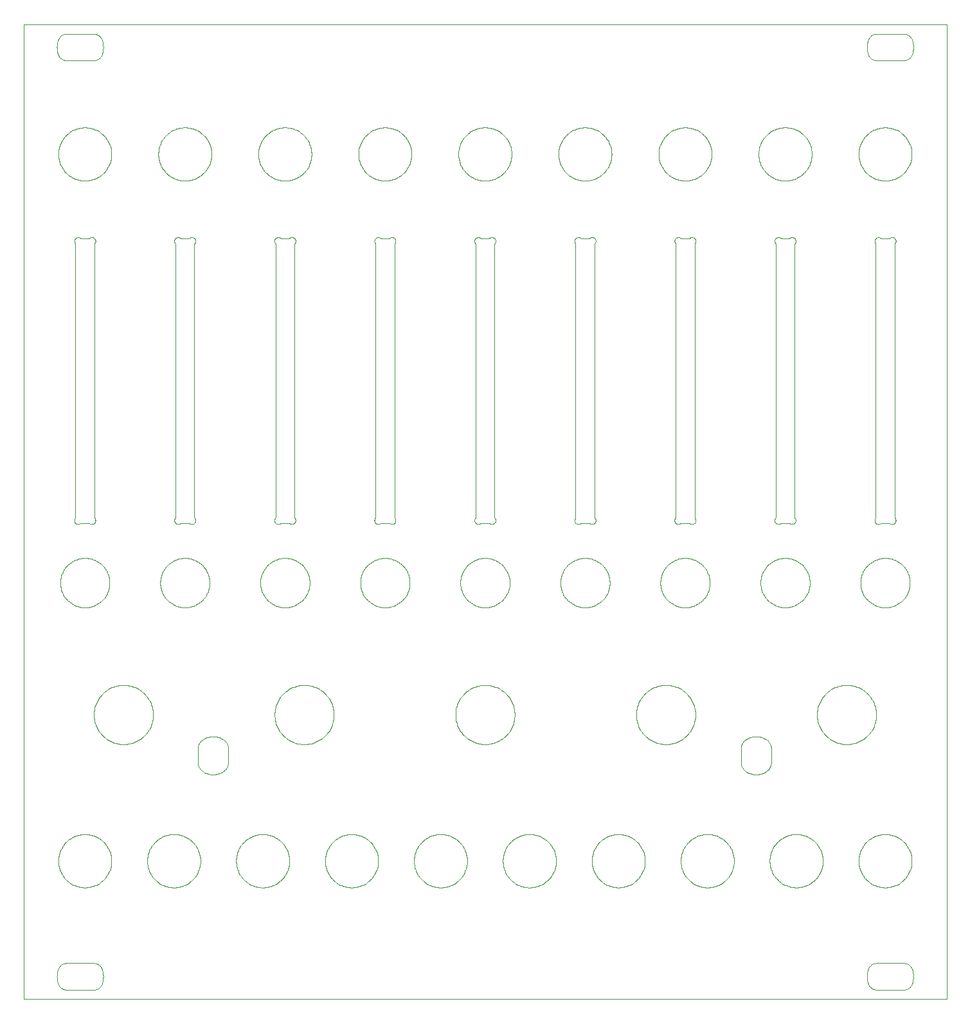
<source format=gbr>
%TF.GenerationSoftware,KiCad,Pcbnew,8.0.5*%
%TF.CreationDate,2025-03-22T15:17:24-07:00*%
%TF.ProjectId,TapOMatic_FrontPanel,5461704f-4d61-4746-9963-5f46726f6e74,rev?*%
%TF.SameCoordinates,Original*%
%TF.FileFunction,Profile,NP*%
%FSLAX46Y46*%
G04 Gerber Fmt 4.6, Leading zero omitted, Abs format (unit mm)*
G04 Created by KiCad (PCBNEW 8.0.5) date 2025-03-22 15:17:24*
%MOMM*%
%LPD*%
G01*
G04 APERTURE LIST*
%TA.AperFunction,Profile*%
%ADD10C,0.100000*%
%TD*%
G04 APERTURE END LIST*
D10*
X137038035Y-24323125D02*
X137096151Y-24248673D01*
X132391307Y-48811252D02*
X132405518Y-48831696D01*
X136314151Y-21264863D02*
X136266386Y-21258052D01*
X80334990Y-48095086D02*
X80313054Y-48084286D01*
X69089014Y-84997030D02*
X69071392Y-84978485D01*
X29542639Y-84978485D02*
X29546166Y-84978485D01*
X116695952Y-113788963D02*
X116534127Y-113794214D01*
X42859295Y-85259534D02*
X42855316Y-85235835D01*
X137096151Y-144149022D02*
X137067796Y-144111179D01*
X25887861Y-143652489D02*
X25887861Y-143648956D01*
X121779922Y-48187292D02*
X121761379Y-48169670D01*
X95122534Y-48044044D02*
X95098609Y-48042339D01*
X24835876Y-146531398D02*
X24859737Y-146572736D01*
X121916345Y-48635498D02*
X121920324Y-48611799D01*
X92808555Y-85496522D02*
X92817081Y-85519226D01*
X95408870Y-48169670D02*
X95389648Y-48153185D01*
X121911229Y-48421123D02*
X121904976Y-48397831D01*
X82339847Y-48307828D02*
X82327910Y-48286344D01*
X106458781Y-48038242D02*
X106434811Y-48038810D01*
X108457664Y-85783519D02*
X108479599Y-85772718D01*
X133102901Y-48134309D02*
X133082458Y-48120098D01*
X29443587Y-85760780D02*
X29464573Y-85747705D01*
X53261045Y-85235835D02*
X53257065Y-85259534D01*
X53941741Y-48074622D02*
X53919037Y-48066096D01*
X108603668Y-84978485D02*
X108603668Y-48892847D01*
X132391307Y-48261830D02*
X132378234Y-48282816D01*
X42807566Y-85099021D02*
X42795629Y-85077538D01*
X66854772Y-85824449D02*
X66878606Y-85827291D01*
X79613544Y-48441112D02*
X79609565Y-48464811D01*
X82169572Y-85747705D02*
X82190016Y-85733493D01*
X118693115Y-117155342D02*
X118693115Y-115423203D01*
X95523368Y-85120957D02*
X95512567Y-85099021D01*
X131313515Y-22769611D02*
X131307066Y-22884218D01*
X68407129Y-48153185D02*
X68387906Y-48169670D01*
X29516960Y-143652922D02*
X29468262Y-143649953D01*
X95427414Y-48892847D02*
X95445036Y-48874303D01*
X81823130Y-85824449D02*
X81846965Y-85827291D01*
X121868597Y-48307828D02*
X121856660Y-48286344D01*
X66592267Y-48166142D02*
X66573723Y-48183764D01*
X30471152Y-144269609D02*
X30447291Y-144228271D01*
X108731448Y-85212317D02*
X108725195Y-85189025D01*
X40502269Y-85824449D02*
X40526104Y-85827291D01*
X121901444Y-85473502D02*
X121907697Y-85450210D01*
X27516697Y-85815353D02*
X27539989Y-85809100D01*
X131339312Y-23456577D02*
X131358659Y-23569974D01*
X136754825Y-146970905D02*
X136832505Y-146918323D01*
X132311728Y-48488646D02*
X132310022Y-48512571D01*
X105957523Y-85355234D02*
X105959229Y-85379159D01*
X108731448Y-85450210D02*
X108736564Y-85426692D01*
X93444261Y-48066096D02*
X93421240Y-48058706D01*
X47083403Y-117643579D02*
X47098434Y-117597182D01*
X92926224Y-48892847D02*
X92926224Y-84978485D01*
X43530655Y-118141661D02*
X43597416Y-118213012D01*
X79605018Y-48512571D02*
X79604449Y-48536541D01*
X107993635Y-85760780D02*
X108015118Y-85772718D01*
X66428771Y-48512571D02*
X66428203Y-48536541D01*
X116053622Y-113872969D02*
X115896851Y-113920222D01*
X29580273Y-48855080D02*
X29595621Y-48835224D01*
X26968233Y-85584986D02*
X26981307Y-85605972D01*
X106068371Y-85016252D02*
X106053023Y-85036108D01*
X24835876Y-24131616D02*
X24859737Y-24172954D01*
X66442414Y-85450210D02*
X66448666Y-85473502D01*
X68384381Y-85701659D02*
X68403604Y-85718145D01*
X67136808Y-85783519D02*
X67158743Y-85772718D01*
X131475179Y-144400080D02*
X131457952Y-144445610D01*
X47147173Y-115224463D02*
X47130920Y-115127253D01*
X131358659Y-145969758D02*
X131382306Y-146082483D01*
X81918830Y-85828997D02*
X81942755Y-85827291D01*
X30683931Y-145058576D02*
X30668883Y-144944642D01*
X42752996Y-85646270D02*
X42768344Y-85626415D01*
X53351546Y-48241386D02*
X53337335Y-48261830D01*
X44058779Y-114046230D02*
X43911278Y-114124985D01*
X131702450Y-24361997D02*
X131734887Y-24396041D01*
X81922362Y-48042339D02*
X81898392Y-48041770D01*
X107534963Y-33593898D02*
X107712722Y-33607409D01*
X107887892Y-33629657D01*
X108060253Y-33660425D01*
X108229586Y-33699492D01*
X108395671Y-33746639D01*
X108558288Y-33801645D01*
X108717219Y-33864292D01*
X108872242Y-33934360D01*
X109023140Y-34011629D01*
X109169691Y-34095879D01*
X109311677Y-34186891D01*
X109448878Y-34284446D01*
X109581073Y-34388323D01*
X109708045Y-34498303D01*
X109829572Y-34614166D01*
X109945435Y-34735693D01*
X110055415Y-34862664D01*
X110159292Y-34994860D01*
X110256847Y-35132060D01*
X110347859Y-35274046D01*
X110432110Y-35420597D01*
X110509378Y-35571495D01*
X110579446Y-35726518D01*
X110642093Y-35885449D01*
X110697100Y-36048066D01*
X110744247Y-36214151D01*
X110783314Y-36383484D01*
X110814081Y-36555845D01*
X110836330Y-36731015D01*
X110849841Y-36908774D01*
X110854393Y-37088902D01*
X110849841Y-37269030D01*
X110836330Y-37446788D01*
X110814081Y-37621958D01*
X110783314Y-37794319D01*
X110744247Y-37963652D01*
X110697100Y-38129737D01*
X110642093Y-38292354D01*
X110579446Y-38451285D01*
X110509378Y-38606308D01*
X110432110Y-38757206D01*
X110347859Y-38903757D01*
X110256847Y-39045743D01*
X110159292Y-39182943D01*
X110055415Y-39315139D01*
X109945435Y-39442110D01*
X109829572Y-39563637D01*
X109708045Y-39679500D01*
X109581073Y-39789480D01*
X109448878Y-39893356D01*
X109311677Y-39990911D01*
X109169691Y-40081923D01*
X109023140Y-40166173D01*
X108872242Y-40243442D01*
X108717219Y-40313509D01*
X108558288Y-40376156D01*
X108395671Y-40431163D01*
X108229586Y-40478309D01*
X108060253Y-40517376D01*
X107887892Y-40548144D01*
X107712722Y-40570393D01*
X107534963Y-40583903D01*
X107354836Y-40588455D01*
X107174708Y-40583903D01*
X106996949Y-40570393D01*
X106821780Y-40548144D01*
X106649419Y-40517376D01*
X106480086Y-40478309D01*
X106314001Y-40431163D01*
X106151384Y-40376156D01*
X105992454Y-40313509D01*
X105837430Y-40243442D01*
X105686533Y-40166173D01*
X105539982Y-40081923D01*
X105397997Y-39990911D01*
X105260796Y-39893356D01*
X105128601Y-39789480D01*
X105001630Y-39679500D01*
X104880103Y-39563637D01*
X104764240Y-39442110D01*
X104654260Y-39315139D01*
X104550384Y-39182943D01*
X104452829Y-39045743D01*
X104361817Y-38903757D01*
X104277567Y-38757206D01*
X104200299Y-38606308D01*
X104130231Y-38451285D01*
X104067584Y-38292354D01*
X104012578Y-38129737D01*
X103965432Y-37963652D01*
X103926365Y-37794319D01*
X103895597Y-37621958D01*
X103873348Y-37446788D01*
X103859838Y-37269030D01*
X103855286Y-37088902D01*
X103859838Y-36908773D01*
X103873348Y-36731015D01*
X103895597Y-36555845D01*
X103926365Y-36383484D01*
X103965432Y-36214151D01*
X104012578Y-36048066D01*
X104067584Y-35885448D01*
X104130231Y-35726518D01*
X104200299Y-35571494D01*
X104277567Y-35420597D01*
X104361817Y-35274045D01*
X104452829Y-35132059D01*
X104550384Y-34994859D01*
X104654260Y-34862663D01*
X104764240Y-34735692D01*
X104880103Y-34614165D01*
X105001630Y-34498302D01*
X105128601Y-34388322D01*
X105260796Y-34284445D01*
X105397997Y-34186891D01*
X105539982Y-34095879D01*
X105686533Y-34011628D01*
X105837430Y-33934360D01*
X105992454Y-33864292D01*
X106151384Y-33801645D01*
X106314001Y-33746639D01*
X106480086Y-33699492D01*
X106649419Y-33660425D01*
X106821780Y-33629657D01*
X106996949Y-33607409D01*
X107174708Y-33593898D01*
X107354836Y-33589346D01*
X107534963Y-33593898D01*
X69216344Y-85355234D02*
X69216912Y-85331264D01*
X30701129Y-22887745D02*
X30694680Y-22773139D01*
X26945495Y-48746847D02*
X26956295Y-48768783D01*
X137148458Y-146572724D02*
X137194590Y-146488949D01*
X40869155Y-85733493D02*
X40889010Y-85718145D01*
X24912045Y-146651984D02*
X24940399Y-146689826D01*
X42865666Y-48492174D02*
X42862823Y-48468340D01*
X68576374Y-85809100D02*
X68599666Y-85815353D01*
X137215226Y-21955766D02*
X137194590Y-21912265D01*
X108603668Y-48187292D02*
X108585124Y-48169670D01*
X27123038Y-48120098D02*
X27102594Y-48134309D01*
X69074917Y-84978485D02*
X69074917Y-48892847D01*
X24603750Y-145398743D02*
X24605900Y-145513483D01*
X40076270Y-85307293D02*
X40075702Y-85331264D01*
X24912045Y-21749243D02*
X24859737Y-21828491D01*
X79870506Y-85772718D02*
X79892442Y-85783519D01*
X24756787Y-146355400D02*
X24774014Y-146400929D01*
X106163626Y-48134309D02*
X106143770Y-48149657D01*
X136499407Y-21310476D02*
X136454056Y-21296384D01*
X105980944Y-48678780D02*
X105988334Y-48701801D01*
X95026743Y-48044044D02*
X95002908Y-48046886D01*
X108565901Y-48153185D02*
X108546045Y-48137837D01*
X115895229Y-118661855D02*
X116051628Y-118709108D01*
X43315082Y-117819462D02*
X43360945Y-117904993D01*
X132491235Y-147148081D02*
X132539932Y-147151049D01*
X42488588Y-48055982D02*
X42465070Y-48050866D01*
X30168572Y-143911182D02*
X30131337Y-143882672D01*
X43468886Y-118066362D02*
X43530655Y-118141661D01*
X42511880Y-48062234D02*
X42488588Y-48055982D01*
X79715863Y-48851551D02*
X79732348Y-48870774D01*
X40132546Y-85099021D02*
X40121745Y-85120957D01*
X137148458Y-21828491D02*
X137123054Y-21788284D01*
X119399259Y-48095086D02*
X119377775Y-48107024D01*
X131382306Y-22315217D02*
X131358659Y-22427942D01*
X44837546Y-118772112D02*
X44998767Y-118787863D01*
X132301334Y-143683838D02*
X132209959Y-143710251D01*
X29645644Y-48750376D02*
X29655307Y-48728033D01*
X40171768Y-48831696D02*
X40187116Y-48851551D01*
X134603385Y-48041770D02*
X134579414Y-48042339D01*
X135032899Y-48793795D02*
X135044836Y-48772312D01*
X43745293Y-118342795D02*
X43826099Y-118400689D01*
X131613212Y-24252201D02*
X131641567Y-24290044D01*
X27102594Y-85733493D02*
X27123038Y-85747705D01*
X27629992Y-48095086D02*
X27608057Y-48084286D01*
X121814028Y-48855080D02*
X121829376Y-48835224D01*
X119583608Y-48040516D02*
X119559773Y-48043358D01*
X80007319Y-85820469D02*
X80031018Y-85824449D01*
X82152118Y-48110552D02*
X82130635Y-48098615D01*
X53260594Y-48464811D02*
X53257752Y-48488646D01*
X79749969Y-48892847D02*
X79749969Y-84978485D01*
X121074364Y-48187292D02*
X121070831Y-48183764D01*
X68860852Y-85809100D02*
X68883873Y-85801710D01*
X134325150Y-85747705D02*
X134346136Y-85760780D01*
X27165507Y-85772718D02*
X27187443Y-85783519D01*
X82384064Y-85426692D02*
X82388043Y-85402993D01*
X53260594Y-48608271D02*
X53264573Y-48631970D01*
X106042336Y-48811252D02*
X106056548Y-48831696D01*
X82314836Y-48814781D02*
X82327910Y-48793795D01*
X106267288Y-85793183D02*
X106289992Y-85801710D01*
X56041916Y-48492174D02*
X56039073Y-48468340D01*
X40171768Y-85036108D02*
X40157557Y-85056552D01*
X135041319Y-85563503D02*
X135052119Y-85541568D01*
X92794912Y-85450210D02*
X92801165Y-85473502D01*
X118322320Y-114436884D02*
X118255559Y-114365532D01*
X115742649Y-113977975D02*
X115591537Y-114046230D01*
X55450461Y-48050866D02*
X55426943Y-48055982D01*
X119536074Y-48047337D02*
X119512555Y-48052453D01*
X107935877Y-48153185D02*
X107916654Y-48169670D01*
X67114465Y-85793183D02*
X67136808Y-85783519D01*
X132831717Y-48038810D02*
X132807747Y-48038242D01*
X108745090Y-85307293D02*
X108743385Y-85283368D01*
X40669429Y-85820469D02*
X40692947Y-85815353D01*
X136832505Y-21482896D02*
X136794185Y-21455854D01*
X106088381Y-48202308D02*
X106071896Y-48221531D01*
X53312323Y-48768783D02*
X53324260Y-48790266D01*
X42831559Y-48352106D02*
X42821896Y-48329763D01*
X40692947Y-85815353D02*
X40716239Y-85809100D01*
X117176812Y-118745861D02*
X117335630Y-118709108D01*
X108703147Y-48329763D02*
X108692346Y-48307828D01*
X53324260Y-48790266D02*
X53337335Y-48811252D01*
X117179094Y-113836216D02*
X117018958Y-113809965D01*
X82347115Y-85541568D02*
X82356779Y-85519226D01*
X40096165Y-85189025D02*
X40089913Y-85212317D01*
X79624913Y-48394302D02*
X79618660Y-48417594D01*
X95445036Y-48205836D02*
X95427414Y-48187292D01*
X93046760Y-48095086D02*
X93025277Y-48107024D01*
X80436980Y-48166142D02*
X80417758Y-48149657D01*
X53264573Y-48441112D02*
X53260594Y-48464811D01*
X27232489Y-85801710D02*
X27255510Y-85809100D01*
X79624913Y-48678780D02*
X79632303Y-48701801D01*
X26956295Y-85563503D02*
X26968233Y-85584986D01*
X29972001Y-24614046D02*
X30053656Y-24567603D01*
X66592267Y-85701659D02*
X66611490Y-85718145D01*
X26904567Y-85259534D02*
X26901725Y-85283368D01*
X43225317Y-114984895D02*
X43211787Y-115031843D01*
X27010866Y-48221531D02*
X26995518Y-48241386D01*
X131537042Y-24131616D02*
X131560903Y-24172954D01*
X80244987Y-85809100D02*
X80268008Y-85801710D01*
X79632303Y-48371281D02*
X79624913Y-48394302D01*
X134504434Y-85820469D02*
X134528134Y-85824449D01*
X134956161Y-48187292D02*
X134937618Y-48169670D01*
X54103027Y-85684036D02*
X54106556Y-85684036D01*
X136544040Y-143726080D02*
X136499407Y-143710251D01*
X107972649Y-85747705D02*
X107993635Y-85760780D01*
X81583380Y-48153185D02*
X81564157Y-48169670D01*
X134952644Y-84978485D02*
X134956161Y-84978485D01*
X69089014Y-85665492D02*
X69105498Y-85646270D01*
X79606723Y-85283368D02*
X79605018Y-85307293D01*
X27539989Y-48058706D02*
X27516697Y-48052453D01*
X40669429Y-48047337D02*
X40645730Y-48043358D01*
X119138323Y-85402993D02*
X119142302Y-85426692D01*
X42736511Y-84997030D02*
X42718889Y-84978485D01*
X68698169Y-48042339D02*
X68674244Y-48044044D01*
X66950472Y-85828997D02*
X66974397Y-85827291D01*
X132255310Y-147104843D02*
X132301334Y-147117165D01*
X119421195Y-48084286D02*
X119399259Y-48095086D01*
X133082458Y-48120098D02*
X133061472Y-48107024D01*
X66510058Y-48811252D02*
X66524269Y-48831696D01*
X137299106Y-144606600D02*
X137266861Y-144495621D01*
X121194898Y-48098615D02*
X121173415Y-48110552D01*
X108692346Y-48772312D02*
X108703147Y-48750376D01*
X29542639Y-85684036D02*
X29560260Y-85665492D01*
X137038035Y-144074569D02*
X137006913Y-144039225D01*
X131324264Y-145742427D02*
X131339312Y-145856361D01*
X108680409Y-48793795D02*
X108692346Y-48772312D01*
X66998232Y-85824449D02*
X67021931Y-85820469D01*
X121875865Y-85541568D02*
X121885528Y-85519226D01*
X94932399Y-48062234D02*
X94909378Y-48069624D01*
X93466965Y-85793183D02*
X93489307Y-85783519D01*
X117494023Y-113920222D02*
X117337623Y-113872969D01*
X93279002Y-85829565D02*
X93302972Y-85828997D01*
X53301522Y-48746847D02*
X53312323Y-48768783D01*
X93574154Y-48134309D02*
X93553711Y-48120098D01*
X131339312Y-144941124D02*
X131324264Y-145055059D01*
X53416017Y-85701659D02*
X53435239Y-85718145D01*
X80078778Y-48038810D02*
X80054853Y-48040516D01*
X42836557Y-85496522D02*
X42843947Y-85473502D01*
X44364095Y-113920222D02*
X44209892Y-113977975D01*
X69120846Y-85036108D02*
X69105498Y-85016252D01*
X28473934Y-126684896D02*
X28651693Y-126698406D01*
X28826863Y-126720655D01*
X28999224Y-126751423D01*
X29168557Y-126790490D01*
X29334642Y-126837636D01*
X29497259Y-126892643D01*
X29656190Y-126955289D01*
X29811213Y-127025357D01*
X29962111Y-127102626D01*
X30108662Y-127186876D01*
X30250648Y-127277888D01*
X30387848Y-127375442D01*
X30520044Y-127479319D01*
X30647015Y-127589299D01*
X30768542Y-127705162D01*
X30884405Y-127826689D01*
X30994385Y-127953660D01*
X31098262Y-128085856D01*
X31195817Y-128223056D01*
X31286829Y-128365042D01*
X31371079Y-128511594D01*
X31448348Y-128662491D01*
X31518415Y-128817515D01*
X31581062Y-128976446D01*
X31636069Y-129139063D01*
X31683215Y-129305149D01*
X31722282Y-129474482D01*
X31753050Y-129646843D01*
X31775299Y-129822013D01*
X31788809Y-129999773D01*
X31793362Y-130179901D01*
X31793362Y-130183426D01*
X31788809Y-130363554D01*
X31775299Y-130541312D01*
X31753050Y-130716482D01*
X31722282Y-130888843D01*
X31683215Y-131058176D01*
X31636069Y-131224261D01*
X31581062Y-131386878D01*
X31518415Y-131545809D01*
X31448348Y-131700833D01*
X31371079Y-131851730D01*
X31286829Y-131998281D01*
X31195817Y-132140267D01*
X31098262Y-132277468D01*
X30994385Y-132409664D01*
X30884405Y-132536635D01*
X30768542Y-132658162D01*
X30647015Y-132774026D01*
X30520044Y-132884006D01*
X30387848Y-132987883D01*
X30250648Y-133085437D01*
X30108662Y-133176450D01*
X29962111Y-133260700D01*
X29811213Y-133337969D01*
X29656190Y-133408037D01*
X29497259Y-133470684D01*
X29334642Y-133525690D01*
X29168557Y-133572837D01*
X28999224Y-133611904D01*
X28826863Y-133642672D01*
X28651693Y-133664921D01*
X28473934Y-133678431D01*
X28293806Y-133682983D01*
X28113678Y-133678421D01*
X27935919Y-133664881D01*
X27760749Y-133642585D01*
X27588388Y-133611753D01*
X27419055Y-133572606D01*
X27252970Y-133525366D01*
X27090353Y-133470252D01*
X26931422Y-133407487D01*
X26776399Y-133337290D01*
X26625501Y-133259884D01*
X26478950Y-133175488D01*
X26336964Y-133084324D01*
X26199764Y-132986612D01*
X26067568Y-132882574D01*
X25940597Y-132772431D01*
X25819070Y-132656403D01*
X25703206Y-132534711D01*
X25593226Y-132407576D01*
X25489349Y-132275219D01*
X25391795Y-132137861D01*
X25300783Y-131995723D01*
X25216533Y-131849026D01*
X25139264Y-131697991D01*
X25069196Y-131542838D01*
X25006549Y-131383789D01*
X24951543Y-131221064D01*
X24904396Y-131054885D01*
X24865329Y-130885472D01*
X24834562Y-130713046D01*
X24812313Y-130537828D01*
X24798802Y-130360040D01*
X24794250Y-130179901D01*
X24798802Y-129999773D01*
X24812313Y-129822013D01*
X24834562Y-129646843D01*
X24865329Y-129474482D01*
X24904396Y-129305149D01*
X24951543Y-129139063D01*
X25006549Y-128976446D01*
X25069196Y-128817515D01*
X25139264Y-128662491D01*
X25216533Y-128511594D01*
X25300783Y-128365042D01*
X25391795Y-128223056D01*
X25489349Y-128085856D01*
X25593226Y-127953660D01*
X25703206Y-127826689D01*
X25819070Y-127705162D01*
X25940597Y-127589299D01*
X26067568Y-127479319D01*
X26199764Y-127375442D01*
X26336964Y-127277888D01*
X26478950Y-127186876D01*
X26625501Y-127102626D01*
X26776399Y-127025357D01*
X26931422Y-126955289D01*
X27090353Y-126892643D01*
X27252970Y-126837636D01*
X27419055Y-126790490D01*
X27588388Y-126751423D01*
X27760749Y-126720655D01*
X27935919Y-126698406D01*
X28113678Y-126684896D01*
X28293806Y-126680344D01*
X28473934Y-126684896D01*
X56039073Y-48611799D02*
X56041916Y-48587965D01*
X68883873Y-85801710D02*
X68906577Y-85793183D01*
X29622906Y-48286344D02*
X29609832Y-48265358D01*
X42831559Y-48728033D02*
X42840086Y-48705329D01*
X132807747Y-85829565D02*
X132831717Y-85828997D01*
X42840086Y-48374810D02*
X42831559Y-48352106D01*
X29691119Y-48564040D02*
X29691687Y-48540070D01*
X132783777Y-85828997D02*
X132807747Y-85829565D01*
X108617758Y-85665492D02*
X108634243Y-85646270D01*
X82378948Y-85450210D02*
X82384064Y-85426692D01*
X93136763Y-48058706D02*
X93113743Y-48066096D01*
X82017339Y-48055982D02*
X81993821Y-48050866D01*
X66430476Y-48488646D02*
X66428771Y-48512571D01*
X95445036Y-48874303D02*
X95461521Y-48855080D01*
X55288636Y-85760780D02*
X55310119Y-85772718D01*
X27278802Y-48052453D02*
X27255510Y-48058706D01*
X92908602Y-48202308D02*
X92892117Y-48221531D01*
X25420288Y-147057392D02*
X25464157Y-147074923D01*
X80126719Y-85828997D02*
X80150644Y-85827291D01*
X137234180Y-146400915D02*
X137251407Y-146355385D01*
X26935832Y-85519226D02*
X26945495Y-85541568D01*
X92782974Y-85283368D02*
X92781269Y-85307293D01*
X132366297Y-48768783D02*
X132378234Y-48790266D01*
X25600165Y-24717382D02*
X25646816Y-24727901D01*
X133102901Y-85733493D02*
X133122756Y-85718145D01*
X119244619Y-85016252D02*
X119229272Y-85036108D01*
X42091400Y-85747705D02*
X42112386Y-85760780D01*
X95572369Y-48516099D02*
X95570663Y-48492174D01*
X40320274Y-85760780D02*
X40341757Y-85772718D01*
X106071896Y-48221531D02*
X106056548Y-48241386D01*
X55994616Y-85541568D02*
X56004280Y-85519226D01*
X25508791Y-21310476D02*
X25420289Y-21343835D01*
X46617173Y-118315578D02*
X46654738Y-118283676D01*
X43632619Y-114331424D02*
X43597416Y-114365536D01*
X44520867Y-113872969D02*
X44364095Y-113920222D01*
X27027350Y-84997030D02*
X27010866Y-85016252D01*
X80455524Y-85684036D02*
X81542084Y-85684036D01*
X106084856Y-85665492D02*
X106102478Y-85684036D01*
X47163055Y-117209015D02*
X47163889Y-117158875D01*
X30305745Y-144039225D02*
X30273309Y-144005181D01*
X56029978Y-48421123D02*
X56023725Y-48397831D01*
X24970161Y-24326653D02*
X25001282Y-24361997D01*
X24681140Y-146082483D02*
X24709087Y-146194403D01*
X42818367Y-85120957D02*
X42807566Y-85099021D01*
X132405518Y-48831696D02*
X132420866Y-48851551D01*
X30394983Y-21749243D02*
X30366628Y-21711401D01*
X24970161Y-144074569D02*
X24912045Y-144149022D01*
X132492737Y-85718145D02*
X132512593Y-85733493D01*
X121879397Y-48329763D02*
X121868597Y-48307828D01*
X136673170Y-147017349D02*
X136754825Y-146970905D01*
X119147418Y-85212317D02*
X119142302Y-85235835D01*
X55841044Y-48137837D02*
X55820601Y-48123626D01*
X132597440Y-48084286D02*
X132575505Y-48095086D01*
X80102748Y-85829565D02*
X80126719Y-85828997D01*
X135073826Y-48705329D02*
X135081215Y-48682309D01*
X110463018Y-126684896D02*
X110640777Y-126698406D01*
X110815946Y-126720655D01*
X110988307Y-126751423D01*
X111157640Y-126790490D01*
X111323725Y-126837636D01*
X111486342Y-126892643D01*
X111645272Y-126955289D01*
X111800296Y-127025357D01*
X111951193Y-127102626D01*
X112097744Y-127186876D01*
X112239729Y-127277888D01*
X112376930Y-127375442D01*
X112509125Y-127479319D01*
X112636096Y-127589299D01*
X112757623Y-127705162D01*
X112873486Y-127826689D01*
X112983466Y-127953660D01*
X113087342Y-128085856D01*
X113184896Y-128223056D01*
X113275908Y-128365042D01*
X113360158Y-128511594D01*
X113437427Y-128662491D01*
X113507495Y-128817515D01*
X113570141Y-128976446D01*
X113625148Y-129139063D01*
X113672294Y-129305149D01*
X113711361Y-129474482D01*
X113742129Y-129646843D01*
X113764378Y-129822013D01*
X113777888Y-129999773D01*
X113782440Y-130179901D01*
X113777888Y-130360030D01*
X113764378Y-130537789D01*
X113742129Y-130712959D01*
X113711361Y-130885321D01*
X113672294Y-131054654D01*
X113625148Y-131220740D01*
X113570141Y-131383358D01*
X113507495Y-131542289D01*
X113437427Y-131697313D01*
X113360158Y-131848210D01*
X113275908Y-131994762D01*
X113184896Y-132136748D01*
X113087342Y-132273949D01*
X112983466Y-132406145D01*
X112873486Y-132533117D01*
X112757623Y-132654644D01*
X112636096Y-132770508D01*
X112509125Y-132880488D01*
X112376930Y-132984365D01*
X112239729Y-133081920D01*
X112097744Y-133172932D01*
X111951193Y-133257183D01*
X111800296Y-133334451D01*
X111645272Y-133404519D01*
X111486342Y-133467166D01*
X111323725Y-133522173D01*
X111157640Y-133569320D01*
X110988307Y-133608387D01*
X110815946Y-133639155D01*
X110640777Y-133661404D01*
X110463018Y-133674914D01*
X110282890Y-133679466D01*
X110102762Y-133674914D01*
X109925004Y-133661404D01*
X109749834Y-133639155D01*
X109577473Y-133608387D01*
X109408140Y-133569320D01*
X109242055Y-133522173D01*
X109079438Y-133467166D01*
X108920507Y-133404519D01*
X108765484Y-133334451D01*
X108614586Y-133257183D01*
X108468035Y-133172932D01*
X108326049Y-133081920D01*
X108188848Y-132984365D01*
X108056653Y-132880488D01*
X107929681Y-132770508D01*
X107808154Y-132654644D01*
X107692291Y-132533117D01*
X107582311Y-132406145D01*
X107478433Y-132273949D01*
X107380879Y-132136748D01*
X107289867Y-131994762D01*
X107205616Y-131848210D01*
X107128347Y-131697313D01*
X107058280Y-131542289D01*
X106995633Y-131383358D01*
X106940626Y-131220740D01*
X106893479Y-131054654D01*
X106854412Y-130885321D01*
X106823644Y-130712959D01*
X106801396Y-130537789D01*
X106787885Y-130360030D01*
X106783333Y-130179901D01*
X106787885Y-129999773D01*
X106801396Y-129822013D01*
X106823644Y-129646843D01*
X106854412Y-129474482D01*
X106893479Y-129305149D01*
X106940626Y-129139063D01*
X106995633Y-128976446D01*
X107058280Y-128817515D01*
X107128347Y-128662491D01*
X107205616Y-128511594D01*
X107289867Y-128365042D01*
X107380879Y-128223056D01*
X107478433Y-128085856D01*
X107582311Y-127953660D01*
X107692291Y-127826689D01*
X107808154Y-127705162D01*
X107929681Y-127589299D01*
X108056653Y-127479319D01*
X108188848Y-127375442D01*
X108326049Y-127277888D01*
X108468035Y-127186876D01*
X108614586Y-127102626D01*
X108765484Y-127025357D01*
X108920507Y-126955289D01*
X109079438Y-126892643D01*
X109242055Y-126837636D01*
X109408140Y-126790490D01*
X109577473Y-126751423D01*
X109749834Y-126720655D01*
X109925004Y-126698406D01*
X110102762Y-126684896D01*
X110282890Y-126680344D01*
X110463018Y-126684896D01*
X66738537Y-85793183D02*
X66761242Y-85801710D01*
X132437350Y-85665492D02*
X132454971Y-85684036D01*
X55227350Y-85718145D02*
X55247206Y-85733493D01*
X69180532Y-85519226D02*
X69189059Y-85496522D01*
X53320732Y-85584986D02*
X53333806Y-85605972D01*
X68841087Y-48055982D02*
X68817569Y-48050866D01*
X66631346Y-48134309D02*
X66611490Y-48149657D01*
X79732348Y-84997030D02*
X79715863Y-85016252D01*
X119316491Y-48149657D02*
X119297269Y-48166142D01*
X121797544Y-48205836D02*
X121779922Y-48187292D01*
X55975407Y-48286344D02*
X55962333Y-48265358D01*
X132642487Y-85801710D02*
X132665508Y-85809100D01*
X53254223Y-85379159D02*
X53257065Y-85402993D01*
X117647772Y-113977975D02*
X117494023Y-113920222D01*
X94759629Y-48153185D02*
X94740407Y-48169670D01*
X43173050Y-115224464D02*
X43167310Y-115273659D01*
X46412474Y-114124985D02*
X46265593Y-114046230D01*
X108085628Y-48069624D02*
X108062924Y-48078151D01*
X69163595Y-48772312D02*
X69174396Y-48750376D01*
X40076270Y-48560511D02*
X40077975Y-48584436D01*
X42133869Y-85772718D02*
X42155805Y-85783519D01*
X42013334Y-85684036D02*
X42031879Y-85701659D01*
X119142302Y-48631970D02*
X119147418Y-48655488D01*
X53401001Y-48183764D02*
X53383379Y-48202308D01*
X135055636Y-48750376D02*
X135065300Y-48728033D01*
X121868597Y-48772312D02*
X121879397Y-48750376D01*
X69170869Y-85541568D02*
X69180532Y-85519226D01*
X134791350Y-48078151D02*
X134768646Y-48069624D01*
X81603235Y-48137837D02*
X81583380Y-48153185D01*
X69074917Y-48892847D02*
X69092539Y-48874303D01*
X42718889Y-85684036D02*
X42736511Y-85665492D01*
X119984283Y-48183764D02*
X119965740Y-48166142D01*
X82392590Y-85355234D02*
X82393159Y-85331264D01*
X132949986Y-48058706D02*
X132926694Y-48052453D01*
X42850200Y-85212317D02*
X42843947Y-85189025D01*
X134531654Y-48046886D02*
X134507955Y-48050866D01*
X94775959Y-85733493D02*
X94796402Y-85747705D01*
X121655856Y-85772718D02*
X121677339Y-85760780D01*
X137327053Y-146086006D02*
X137350699Y-145973279D01*
X53500052Y-48107024D02*
X53479066Y-48120098D01*
X106808029Y-85684036D02*
X106811554Y-85684036D01*
X132533036Y-85747705D02*
X132554022Y-85760780D01*
X42644352Y-48123626D02*
X42623366Y-48110552D01*
X79632303Y-48701801D02*
X79640829Y-48724505D01*
X55998145Y-48750376D02*
X56007809Y-48728033D01*
X25646816Y-147127683D02*
X25694047Y-147136364D01*
X45001373Y-113794214D02*
X44840028Y-113809965D01*
X136630967Y-21363034D02*
X136587909Y-21343834D01*
X53919037Y-48066096D02*
X53896016Y-48058706D01*
X106753933Y-48134309D02*
X106733490Y-48120098D01*
X24741333Y-23905597D02*
X24741333Y-23909125D01*
X43159863Y-117155342D02*
X43163185Y-117255342D01*
X68486372Y-85772718D02*
X68508307Y-85783519D01*
X69033625Y-85718145D02*
X69052847Y-85701659D01*
X118679927Y-115224463D02*
X118663675Y-115127253D01*
X95047141Y-85828997D02*
X95071111Y-85829565D01*
X24603750Y-22998958D02*
X24605900Y-23113699D01*
X29419167Y-143652489D02*
X25887861Y-143652489D01*
X115096166Y-114400701D02*
X115063399Y-114436887D01*
X117337623Y-113872969D02*
X117179094Y-113836216D01*
X27144024Y-85760780D02*
X27165507Y-85772718D01*
X29798238Y-143710251D02*
X29752886Y-143696160D01*
X136266386Y-143657828D02*
X136218131Y-143652922D01*
X80268008Y-48066096D02*
X80244987Y-48058706D01*
X40926777Y-48183764D02*
X40908233Y-48166142D01*
X25067423Y-146828534D02*
X25102351Y-146859878D01*
X28878377Y-48153185D02*
X28859155Y-48169670D01*
X66716195Y-85783519D02*
X66738537Y-85793183D01*
X93279002Y-48038242D02*
X93255032Y-48038810D01*
X27469480Y-85824449D02*
X27493179Y-85820469D01*
X56020197Y-85473502D02*
X56026450Y-85450210D01*
X79618660Y-48655488D02*
X79624913Y-48678780D01*
X134698815Y-48050866D02*
X134675116Y-48046886D01*
X30668883Y-145859881D02*
X30683931Y-145745946D01*
X29047621Y-85809100D02*
X29070913Y-85815353D01*
X137350699Y-144831245D02*
X137327053Y-144718519D01*
X118616161Y-117643579D02*
X118631192Y-117597182D01*
X134952644Y-85684036D02*
X134970266Y-85665492D01*
X25175691Y-146918331D02*
X25214012Y-146945373D01*
X53750248Y-85829565D02*
X53774219Y-85828997D01*
X25335026Y-147017357D02*
X25377229Y-147038192D01*
X132420866Y-48851551D02*
X132437350Y-48870774D01*
X92801165Y-48394302D02*
X92794912Y-48417594D01*
X105966050Y-85426692D02*
X105971166Y-85450210D01*
X94718338Y-85684036D02*
X94736882Y-85701659D01*
X136905845Y-21541349D02*
X136869741Y-21511405D01*
X119179250Y-85541568D02*
X119190050Y-85563503D01*
X25102351Y-146859878D02*
X25138455Y-146889822D01*
X131954541Y-146970914D02*
X131994894Y-146994919D01*
X95545083Y-48374810D02*
X95536556Y-48352106D01*
X55778132Y-48098615D02*
X55756196Y-48087814D01*
X119336346Y-48134309D02*
X119316491Y-48149657D01*
X81560628Y-85701659D02*
X81579850Y-85718145D01*
X119215061Y-85056552D02*
X119201987Y-85077538D01*
X93397948Y-48052453D02*
X93374430Y-48047337D01*
X66974397Y-85827291D02*
X66998232Y-85824449D01*
X29689414Y-48492174D02*
X29686571Y-48468340D01*
X53539942Y-85783519D02*
X53562285Y-85793183D01*
X132491235Y-143652922D02*
X132395215Y-143664638D01*
X134970266Y-84997030D02*
X134952644Y-84978485D01*
X40112082Y-85143300D02*
X40103555Y-85166004D01*
X115444038Y-118453560D02*
X115444023Y-118457092D01*
X80007319Y-48047337D02*
X79983801Y-48052453D01*
X92782974Y-85379159D02*
X92785817Y-85402993D01*
X42828030Y-85143300D02*
X42818367Y-85120957D01*
X30668883Y-22544867D02*
X30649535Y-22431470D01*
X30565695Y-144492104D02*
X30550241Y-144445610D01*
X45644064Y-118745861D02*
X45802882Y-118709108D01*
X29689414Y-48587965D02*
X29691119Y-48564040D01*
X30533014Y-23997619D02*
X30550241Y-23952090D01*
X137266861Y-23905597D02*
X137266861Y-23909125D01*
X42850200Y-85450210D02*
X42855316Y-85426692D01*
X29691687Y-48540070D02*
X29691119Y-48516099D01*
X79700515Y-85036108D02*
X79686304Y-85056552D01*
X119863749Y-85772718D02*
X119885233Y-85760780D01*
X121423611Y-85829565D02*
X121447581Y-85828997D01*
X28918676Y-48123626D02*
X28898233Y-48137837D01*
X82360311Y-48352106D02*
X82350648Y-48329763D01*
X81620149Y-85747705D02*
X81641135Y-85760780D01*
X117335630Y-118709108D02*
X117492400Y-118661855D01*
X24605900Y-145513483D02*
X24612349Y-145628089D01*
X79650493Y-85541568D02*
X79661293Y-85563503D01*
X131457952Y-23955618D02*
X131475179Y-24001147D01*
X79606723Y-48488646D02*
X79605018Y-48512571D01*
X24940399Y-24290044D02*
X24970161Y-24326653D01*
X95146369Y-48046886D02*
X95122534Y-48044044D01*
X42200852Y-85801710D02*
X42223872Y-85809100D01*
X108603668Y-48892847D02*
X108621290Y-48874303D01*
X105996861Y-48724505D02*
X106006524Y-48746847D01*
X42858844Y-48444641D02*
X42853728Y-48421123D01*
X95536556Y-48352106D02*
X95526893Y-48329763D01*
X121875865Y-85120957D02*
X121865065Y-85099021D01*
X40431760Y-85809100D02*
X40455052Y-85815353D01*
X24741333Y-144492104D02*
X24709087Y-144603083D01*
X108717805Y-85166004D02*
X108709278Y-85143300D01*
X81644665Y-48110552D02*
X81623679Y-48123626D01*
X30305745Y-21639447D02*
X30273309Y-21605403D01*
X94975682Y-85820469D02*
X94999381Y-85824449D01*
X26935832Y-48724505D02*
X26945495Y-48746847D01*
X42227401Y-48062234D02*
X42204380Y-48069624D01*
X29752886Y-143696160D02*
X29706862Y-143683838D01*
X54028489Y-48120098D02*
X54007503Y-48107024D01*
X82281745Y-85646270D02*
X82297093Y-85626415D01*
X69211345Y-48635498D02*
X69215324Y-48611799D01*
X66694259Y-48095086D02*
X66672776Y-48107024D01*
X134250603Y-48187292D02*
X134247086Y-48183764D01*
X80377459Y-85747705D02*
X80397902Y-85733493D01*
X43159863Y-115423203D02*
X43159863Y-117155342D01*
X119885233Y-85760780D02*
X119906219Y-85747705D01*
X68742583Y-85828997D02*
X68766508Y-85827291D01*
X69196448Y-85189025D02*
X69189059Y-85166004D01*
X42508351Y-85809100D02*
X42531372Y-85801710D01*
X95457996Y-85646270D02*
X95473344Y-85626415D01*
X46907958Y-114591162D02*
X46851336Y-114512183D01*
X131304916Y-22998958D02*
X131307066Y-23113699D01*
X132347984Y-24727901D02*
X132395215Y-24736582D01*
X131410252Y-146194403D02*
X131442497Y-146305382D01*
X29288818Y-48050866D02*
X29265119Y-48046886D01*
X26968233Y-85077538D02*
X26956295Y-85099021D01*
X27010866Y-85016252D02*
X26995518Y-85036108D01*
X119179250Y-48746847D02*
X119190050Y-48768783D01*
X25508791Y-143710251D02*
X25420289Y-143743610D01*
X55497995Y-48044044D02*
X55474160Y-48046886D01*
X108699614Y-85120957D02*
X108688814Y-85099021D01*
X121901444Y-85189025D02*
X121894054Y-85166004D01*
X121355412Y-48046886D02*
X121331713Y-48050866D01*
X42250693Y-48055982D02*
X42227401Y-48062234D01*
X93532725Y-48107024D02*
X93511242Y-48095086D01*
X131457952Y-22045827D02*
X131442497Y-22092319D01*
X108389596Y-85809100D02*
X108412617Y-85801710D01*
X119147418Y-85450210D02*
X119153671Y-85473502D01*
X108653123Y-48835224D02*
X108667335Y-48814781D01*
X40926777Y-85684036D02*
X42013334Y-85684036D01*
X40203600Y-85665492D02*
X40221222Y-85684036D01*
X56004280Y-85519226D02*
X56012807Y-85496522D01*
X118693325Y-117258874D02*
X118695814Y-117209015D01*
X66430476Y-85283368D02*
X66428771Y-85307293D01*
X105971166Y-85212317D02*
X105966050Y-85235835D01*
X137067796Y-21711401D02*
X137038035Y-21674791D01*
X136499407Y-24687441D02*
X136587909Y-24654082D01*
X95523368Y-85541568D02*
X95533031Y-85519226D01*
X114722044Y-115127254D02*
X114713129Y-115175651D01*
X66556101Y-85665492D02*
X66573723Y-85684036D01*
X40258989Y-85718145D02*
X40278844Y-85733493D01*
X42554076Y-85793183D02*
X42576419Y-85783519D01*
X98747267Y-126684896D02*
X98925025Y-126698406D01*
X99100195Y-126720655D01*
X99272556Y-126751423D01*
X99441889Y-126790490D01*
X99607974Y-126837636D01*
X99770591Y-126892643D01*
X99929522Y-126955289D01*
X100084545Y-127025357D01*
X100235443Y-127102626D01*
X100381994Y-127186876D01*
X100523980Y-127277888D01*
X100661181Y-127375442D01*
X100793376Y-127479319D01*
X100920348Y-127589299D01*
X101041875Y-127705162D01*
X101157738Y-127826689D01*
X101267718Y-127953660D01*
X101371596Y-128085856D01*
X101469150Y-128223056D01*
X101560162Y-128365042D01*
X101644413Y-128511594D01*
X101721682Y-128662491D01*
X101791749Y-128817515D01*
X101854396Y-128976446D01*
X101909403Y-129139063D01*
X101956550Y-129305149D01*
X101995617Y-129474482D01*
X102026385Y-129646843D01*
X102048633Y-129822013D01*
X102062144Y-129999773D01*
X102066696Y-130179901D01*
X102062144Y-130360030D01*
X102048633Y-130537789D01*
X102026385Y-130712959D01*
X101995617Y-130885321D01*
X101956550Y-131054654D01*
X101909403Y-131220740D01*
X101854396Y-131383358D01*
X101791749Y-131542289D01*
X101721682Y-131697313D01*
X101644413Y-131848210D01*
X101560162Y-131994762D01*
X101469150Y-132136748D01*
X101371596Y-132273949D01*
X101267718Y-132406145D01*
X101157738Y-132533117D01*
X101041875Y-132654644D01*
X100920348Y-132770508D01*
X100793376Y-132880488D01*
X100661181Y-132984365D01*
X100523980Y-133081920D01*
X100381994Y-133172932D01*
X100235443Y-133257183D01*
X100084545Y-133334451D01*
X99929522Y-133404519D01*
X99770591Y-133467166D01*
X99607974Y-133522173D01*
X99441889Y-133569320D01*
X99272556Y-133608387D01*
X99100195Y-133639155D01*
X98925025Y-133661404D01*
X98747267Y-133674914D01*
X98567139Y-133679466D01*
X98387011Y-133674914D01*
X98209252Y-133661404D01*
X98034083Y-133639155D01*
X97861722Y-133608387D01*
X97692389Y-133569320D01*
X97526304Y-133522173D01*
X97363687Y-133467166D01*
X97204757Y-133404519D01*
X97049733Y-133334451D01*
X96898836Y-133257183D01*
X96752285Y-133172932D01*
X96610300Y-133081920D01*
X96473099Y-132984365D01*
X96340904Y-132880488D01*
X96213933Y-132770508D01*
X96092406Y-132654644D01*
X95976543Y-132533117D01*
X95866563Y-132406145D01*
X95762687Y-132273949D01*
X95665133Y-132136748D01*
X95574121Y-131994762D01*
X95489871Y-131848210D01*
X95412602Y-131697313D01*
X95342534Y-131542289D01*
X95279888Y-131383358D01*
X95224881Y-131220740D01*
X95177735Y-131054654D01*
X95138668Y-130885321D01*
X95107900Y-130712959D01*
X95085651Y-130537789D01*
X95072141Y-130360030D01*
X95067589Y-130179901D01*
X95072141Y-129999773D01*
X95085651Y-129822013D01*
X95107900Y-129646843D01*
X95138668Y-129474482D01*
X95177735Y-129305149D01*
X95224881Y-129139063D01*
X95279888Y-128976446D01*
X95342534Y-128817515D01*
X95412602Y-128662491D01*
X95489871Y-128511594D01*
X95574121Y-128365042D01*
X95665133Y-128223056D01*
X95762687Y-128085856D01*
X95866563Y-127953660D01*
X95976543Y-127826689D01*
X96092406Y-127705162D01*
X96213933Y-127589299D01*
X96340904Y-127479319D01*
X96473099Y-127375442D01*
X96610300Y-127277888D01*
X96752285Y-127186876D01*
X96898836Y-127102626D01*
X97049733Y-127025357D01*
X97204757Y-126955289D01*
X97363687Y-126892643D01*
X97526304Y-126837636D01*
X97692389Y-126790490D01*
X97861722Y-126751423D01*
X98034083Y-126720655D01*
X98209252Y-126698406D01*
X98387011Y-126684896D01*
X98567139Y-126680344D01*
X98747267Y-126684896D01*
X108082099Y-85801710D02*
X108105119Y-85809100D01*
X55641319Y-48050866D02*
X55617620Y-48046886D01*
X55971878Y-85077538D02*
X55958804Y-85056552D01*
X137251407Y-146355385D02*
X137266861Y-146308891D01*
X136832505Y-143882672D02*
X136794185Y-143855630D01*
X82013807Y-85815353D02*
X82037099Y-85809100D01*
X25102351Y-21541349D02*
X25033719Y-21605403D01*
X136905845Y-146859869D02*
X136974477Y-146795814D01*
X121810496Y-85646270D02*
X121825843Y-85626415D01*
X106038812Y-85605972D02*
X106053023Y-85626415D01*
X119142302Y-85426692D02*
X119147418Y-85450210D01*
X69163595Y-48307828D02*
X69151658Y-48286344D01*
X134411898Y-85793183D02*
X134434603Y-85801710D01*
X128827856Y-107028642D02*
X129025748Y-107043705D01*
X129220772Y-107068509D01*
X129412682Y-107102811D01*
X129601234Y-107146366D01*
X129786181Y-107198929D01*
X129967278Y-107260255D01*
X130144280Y-107330099D01*
X130316941Y-107408216D01*
X130485016Y-107494362D01*
X130648260Y-107588291D01*
X130806426Y-107689760D01*
X130959269Y-107798523D01*
X131106545Y-107914335D01*
X131248007Y-108036951D01*
X131383409Y-108166127D01*
X131512508Y-108301618D01*
X131635056Y-108443179D01*
X131750809Y-108590565D01*
X131859522Y-108743532D01*
X131960947Y-108901834D01*
X132054841Y-109065227D01*
X132140958Y-109233466D01*
X132219052Y-109406305D01*
X132288878Y-109583502D01*
X132350190Y-109764809D01*
X132402742Y-109949983D01*
X132446291Y-110138779D01*
X132480589Y-110330952D01*
X132505391Y-110526258D01*
X132520453Y-110724450D01*
X132525528Y-110925285D01*
X132529060Y-110921753D01*
X132523985Y-111122589D01*
X132508923Y-111320782D01*
X132484118Y-111516088D01*
X132449816Y-111708261D01*
X132406261Y-111897058D01*
X132353699Y-112082233D01*
X132292373Y-112263541D01*
X132222529Y-112440737D01*
X132144412Y-112613577D01*
X132058266Y-112781817D01*
X131964336Y-112945210D01*
X131862868Y-113103512D01*
X131754105Y-113256479D01*
X131638293Y-113403865D01*
X131515676Y-113545427D01*
X131386500Y-113680918D01*
X131251009Y-113810094D01*
X131109448Y-113932711D01*
X130962062Y-114048523D01*
X130809096Y-114157286D01*
X130650794Y-114258754D01*
X130487401Y-114352684D01*
X130319162Y-114438830D01*
X130146322Y-114516947D01*
X129969126Y-114586791D01*
X129787818Y-114648117D01*
X129602644Y-114700680D01*
X129413848Y-114744234D01*
X129221675Y-114778537D01*
X129026370Y-114803341D01*
X128828177Y-114818404D01*
X128627342Y-114823479D01*
X128426506Y-114818404D01*
X128228313Y-114803341D01*
X128033007Y-114778537D01*
X127840834Y-114744234D01*
X127652037Y-114700680D01*
X127466862Y-114648117D01*
X127285554Y-114586791D01*
X127108358Y-114516947D01*
X126935518Y-114438830D01*
X126767279Y-114352684D01*
X126603885Y-114258754D01*
X126445583Y-114157286D01*
X126292616Y-114048523D01*
X126145230Y-113932711D01*
X126003669Y-113810094D01*
X125868177Y-113680918D01*
X125739001Y-113545427D01*
X125616385Y-113403865D01*
X125500572Y-113256479D01*
X125391810Y-113103512D01*
X125290341Y-112945210D01*
X125196411Y-112781817D01*
X125110265Y-112613577D01*
X125032148Y-112440737D01*
X124962304Y-112263541D01*
X124900978Y-112082233D01*
X124848416Y-111897058D01*
X124804861Y-111708261D01*
X124770559Y-111516088D01*
X124745754Y-111320782D01*
X124730692Y-111122589D01*
X124725616Y-110921753D01*
X124730692Y-110721239D01*
X124745754Y-110523347D01*
X124770559Y-110328323D01*
X124804861Y-110136413D01*
X124848416Y-109947862D01*
X124900978Y-109762914D01*
X124962304Y-109581817D01*
X125032148Y-109404815D01*
X125110265Y-109232154D01*
X125196411Y-109064079D01*
X125290341Y-108900836D01*
X125391810Y-108742669D01*
X125500572Y-108589826D01*
X125616385Y-108442550D01*
X125739001Y-108301089D01*
X125868177Y-108165686D01*
X126003669Y-108036587D01*
X126145230Y-107914039D01*
X126292616Y-107798286D01*
X126445583Y-107689574D01*
X126603885Y-107588148D01*
X126767279Y-107494254D01*
X126935518Y-107408137D01*
X127108358Y-107330043D01*
X127285554Y-107260218D01*
X127466862Y-107198906D01*
X127652037Y-107146353D01*
X127840834Y-107102805D01*
X128033007Y-107068506D01*
X128228313Y-107043704D01*
X128426506Y-107028642D01*
X128627342Y-107023567D01*
X128827856Y-107028642D01*
X135029382Y-85077538D02*
X135016308Y-85056552D01*
X29576745Y-85016252D02*
X29560260Y-84997030D01*
X136587909Y-21343834D02*
X136544040Y-21326304D01*
X118689792Y-115323203D02*
X118679927Y-115224463D01*
X134308226Y-48137837D02*
X134288370Y-48153185D01*
X29400168Y-85783519D02*
X29422103Y-85772718D01*
X134745625Y-48062234D02*
X134722333Y-48055982D01*
X29508400Y-48153185D02*
X29488544Y-48137837D01*
X47079874Y-114938497D02*
X47045391Y-114847488D01*
X30336867Y-24323125D02*
X30394983Y-24248673D01*
X119133207Y-85331264D02*
X119133776Y-85355234D01*
X137385095Y-23346170D02*
X137395843Y-23231833D01*
X53419545Y-48166142D02*
X53401001Y-48183764D01*
X82251171Y-84978485D02*
X82251171Y-48892847D01*
X69192586Y-48705329D02*
X69199976Y-48682309D01*
X94979209Y-48050866D02*
X94955691Y-48055982D01*
X108712811Y-48728033D02*
X108721337Y-48705329D01*
X28936135Y-85760780D02*
X28957618Y-85772718D01*
X136454056Y-143696160D02*
X136408032Y-143683838D01*
X92983847Y-48134309D02*
X92963991Y-48149657D01*
X134371140Y-48098615D02*
X134349656Y-48110552D01*
X79870506Y-48095086D02*
X79849022Y-48107024D01*
X30565695Y-146308891D02*
X30565695Y-146308907D01*
X40187116Y-85646270D02*
X40203600Y-85665492D01*
X43669013Y-118280146D02*
X43745293Y-118342795D01*
X132442980Y-24743392D02*
X132491235Y-24748299D01*
X118676122Y-117406426D02*
X118683460Y-117357613D01*
X40827725Y-85760780D02*
X40848711Y-85747705D01*
X95567138Y-85379159D02*
X95568844Y-85355234D01*
X42366112Y-85829565D02*
X42390082Y-85828997D01*
X114692619Y-115423203D02*
X114692619Y-117155342D01*
X42768344Y-85036108D02*
X42752996Y-85016252D01*
X131954541Y-21430313D02*
X131876860Y-21482896D01*
X117646603Y-118604102D02*
X117797714Y-118535847D01*
X92892117Y-48221531D02*
X92876769Y-48241386D01*
X55664837Y-48055982D02*
X55641319Y-48050866D01*
X134956161Y-84978485D02*
X134956161Y-48892847D01*
X26901725Y-85379159D02*
X26904567Y-85402993D01*
X92781269Y-48512571D02*
X92780701Y-48536541D01*
X40221222Y-85684036D02*
X40239766Y-85701659D01*
X68626710Y-48050866D02*
X68603192Y-48055982D01*
X46538611Y-118375884D02*
X46578458Y-118346325D01*
X134832110Y-85772718D02*
X134853594Y-85760780D01*
X24612349Y-145628089D02*
X24623098Y-145742427D01*
X25508790Y-147090751D02*
X25554142Y-147104843D01*
X30625888Y-146086006D02*
X30649535Y-145973279D01*
X81898392Y-48041770D02*
X81874421Y-48042339D01*
X135002098Y-85626415D02*
X135016308Y-85605972D01*
X40597970Y-48038810D02*
X40573999Y-48038242D01*
X28961146Y-48098615D02*
X28939662Y-48110552D01*
X79715863Y-85016252D02*
X79700515Y-85036108D01*
X108562368Y-85718145D02*
X108581591Y-85701659D01*
X94928873Y-85809100D02*
X94952165Y-85815353D01*
X136120338Y-21249180D02*
X136120338Y-21249181D01*
X66539617Y-85646270D02*
X66556101Y-85665492D01*
X93004290Y-48120098D02*
X92983847Y-48134309D01*
X131514770Y-24089179D02*
X131537042Y-24131616D01*
X119153671Y-85189025D02*
X119147418Y-85212317D01*
X79618660Y-48417594D02*
X79613544Y-48441112D01*
X134349656Y-48110552D02*
X134328670Y-48123626D01*
X66442414Y-85212317D02*
X66437298Y-85235835D01*
X29504872Y-85718145D02*
X29524094Y-85701659D01*
X137038035Y-146726426D02*
X137096151Y-146651973D01*
X132539932Y-21250177D02*
X132491235Y-21253146D01*
X53312323Y-48304299D02*
X53301522Y-48326235D01*
X24813604Y-146488962D02*
X24835876Y-146531398D01*
X42722418Y-48892847D02*
X42740040Y-48874303D01*
X27123038Y-85747705D02*
X27144024Y-85760780D01*
X119161060Y-85166004D02*
X119153671Y-85189025D01*
X118071367Y-118375884D02*
X118111214Y-118346325D01*
X53821978Y-85824449D02*
X53845677Y-85820469D01*
X92963991Y-48149657D02*
X92944768Y-48166142D01*
X121328180Y-85820469D02*
X121351879Y-85824449D01*
X80150644Y-85827291D02*
X80174478Y-85824449D01*
X53729807Y-48038810D02*
X53705882Y-48040516D01*
X25138455Y-146889822D02*
X25175691Y-146918331D01*
X132355497Y-85120957D02*
X132345833Y-85143300D01*
X108461196Y-48087814D02*
X108438854Y-48078151D01*
X42840086Y-48705329D02*
X42847475Y-48682309D01*
X92963991Y-85718145D02*
X92983847Y-85733493D01*
X79828036Y-48120098D02*
X79807593Y-48134309D01*
X42756524Y-48855080D02*
X42771872Y-48835224D01*
X29265119Y-48046886D02*
X29241284Y-48044044D01*
X27255510Y-48058706D02*
X27232489Y-48066096D01*
X108298784Y-48044044D02*
X108274859Y-48042339D01*
X94718338Y-48183764D02*
X93631775Y-48183764D01*
X118612629Y-114938497D02*
X118578145Y-114847488D01*
X119773745Y-85809100D02*
X119796766Y-85801710D01*
X92785817Y-85402993D02*
X92789796Y-85426692D01*
X119946517Y-48149657D02*
X119926662Y-48134309D01*
X118492031Y-114673552D02*
X118440711Y-114591162D01*
X93207272Y-85824449D02*
X93231107Y-85827291D01*
X26919915Y-48394302D02*
X26913662Y-48417594D01*
X81826662Y-48046886D02*
X81802963Y-48050866D01*
X69216344Y-85307293D02*
X69214639Y-85283368D01*
X40084797Y-85235835D02*
X40080818Y-85259534D01*
X28855627Y-85701659D02*
X28874850Y-85718145D01*
X135019825Y-48814781D02*
X135032899Y-48793795D01*
X108717805Y-85496522D02*
X108725195Y-85473502D01*
X29565215Y-143657828D02*
X29516960Y-143652922D01*
X27010866Y-48851551D02*
X27027350Y-48870774D01*
X30131337Y-24515021D02*
X30204677Y-24456568D01*
X30239605Y-21572693D02*
X30204677Y-21541349D01*
X42864411Y-85331264D02*
X42863842Y-85307293D01*
X24741333Y-146308907D02*
X24756787Y-146355400D01*
X56023725Y-48682309D02*
X56029978Y-48659017D01*
X45959653Y-118661855D02*
X46113856Y-118604102D01*
X46726335Y-118216541D02*
X46760330Y-118181376D01*
X115130172Y-118213012D02*
X115201771Y-118280146D01*
X133141979Y-85701659D02*
X133160522Y-85684036D01*
X53869196Y-85815353D02*
X53892488Y-85809100D01*
X95512567Y-85563503D02*
X95523368Y-85541568D01*
X53324260Y-48282816D02*
X53312323Y-48304299D01*
X42862137Y-85379159D02*
X42863842Y-85355234D01*
X80313054Y-85783519D02*
X80334990Y-85772718D01*
X68443903Y-85747705D02*
X68464888Y-85760780D01*
X29645644Y-48329763D02*
X29634843Y-48307828D01*
X24638146Y-22541339D02*
X24623098Y-22655274D01*
X79609565Y-85259534D02*
X79606723Y-85283368D01*
X29595621Y-48835224D02*
X29609832Y-48814781D01*
X42786084Y-48265358D02*
X42771872Y-48244915D01*
X135095888Y-85283368D02*
X135093046Y-85259534D01*
X42437842Y-85824449D02*
X42461541Y-85820469D01*
X66437298Y-85235835D02*
X66433319Y-85259534D01*
X136218131Y-24744771D02*
X136314151Y-24733054D01*
X93091038Y-85793183D02*
X93113743Y-85801710D01*
X105957523Y-85307293D02*
X105956955Y-85331264D01*
X53363365Y-85016252D02*
X53348017Y-85036108D01*
X119536074Y-85820469D02*
X119559773Y-85824449D01*
X55898666Y-48187292D02*
X55880122Y-48169670D01*
X118030407Y-118404220D02*
X118071367Y-118375884D01*
X95441511Y-84997030D02*
X95423889Y-84978485D01*
X95552473Y-48397831D02*
X95545083Y-48374810D01*
X121924871Y-48516099D02*
X121923166Y-48492174D01*
X105015350Y-107028642D02*
X105213243Y-107043705D01*
X105408268Y-107068509D01*
X105600179Y-107102811D01*
X105788732Y-107146366D01*
X105973679Y-107198929D01*
X106154777Y-107260255D01*
X106331780Y-107330099D01*
X106504442Y-107408216D01*
X106672517Y-107494362D01*
X106835761Y-107588291D01*
X106993927Y-107689760D01*
X107146771Y-107798523D01*
X107294047Y-107914335D01*
X107435508Y-108036951D01*
X107570911Y-108166127D01*
X107700010Y-108301618D01*
X107822558Y-108443179D01*
X107938311Y-108590565D01*
X108047023Y-108743532D01*
X108148449Y-108901834D01*
X108242343Y-109065227D01*
X108328459Y-109233466D01*
X108406553Y-109406305D01*
X108476378Y-109583502D01*
X108537690Y-109764809D01*
X108590243Y-109949983D01*
X108633791Y-110138779D01*
X108668089Y-110330952D01*
X108692891Y-110526258D01*
X108707953Y-110724450D01*
X108713028Y-110925285D01*
X108716553Y-110921753D01*
X108711478Y-111122589D01*
X108696415Y-111320782D01*
X108671611Y-111516088D01*
X108637309Y-111708261D01*
X108593754Y-111897058D01*
X108541192Y-112082233D01*
X108479866Y-112263541D01*
X108410022Y-112440737D01*
X108331905Y-112613577D01*
X108245760Y-112781817D01*
X108151830Y-112945210D01*
X108050362Y-113103512D01*
X107941600Y-113256479D01*
X107825788Y-113403865D01*
X107703172Y-113545427D01*
X107573996Y-113680918D01*
X107438505Y-113810094D01*
X107296944Y-113932711D01*
X107149558Y-114048523D01*
X106996591Y-114157286D01*
X106838289Y-114258754D01*
X106674896Y-114352684D01*
X106506658Y-114438830D01*
X106333818Y-114516947D01*
X106156621Y-114586791D01*
X105975314Y-114648117D01*
X105790139Y-114700680D01*
X105601343Y-114744234D01*
X105409169Y-114778537D01*
X105213864Y-114803341D01*
X105015670Y-114818404D01*
X104814835Y-114823479D01*
X104613999Y-114818404D01*
X104415806Y-114803341D01*
X104220500Y-114778537D01*
X104028326Y-114744234D01*
X103839530Y-114700680D01*
X103654355Y-114648117D01*
X103473047Y-114586791D01*
X103295850Y-114516947D01*
X103123010Y-114438830D01*
X102954771Y-114352684D01*
X102791378Y-114258754D01*
X102633075Y-114157286D01*
X102480109Y-114048523D01*
X102332722Y-113932711D01*
X102191161Y-113810094D01*
X102055670Y-113680918D01*
X101926493Y-113545427D01*
X101803877Y-113403865D01*
X101688065Y-113256479D01*
X101579302Y-113103512D01*
X101477833Y-112945210D01*
X101383904Y-112781817D01*
X101297758Y-112613577D01*
X101219640Y-112440737D01*
X101149796Y-112263541D01*
X101088471Y-112082233D01*
X101035908Y-111897058D01*
X100992353Y-111708261D01*
X100958051Y-111516088D01*
X100933246Y-111320782D01*
X100918184Y-111122589D01*
X100913109Y-110921753D01*
X100918184Y-110721239D01*
X100933246Y-110523347D01*
X100958051Y-110328323D01*
X100992353Y-110136413D01*
X101035908Y-109947862D01*
X101088471Y-109762914D01*
X101149796Y-109581817D01*
X101219640Y-109404815D01*
X101297758Y-109232154D01*
X101383904Y-109064079D01*
X101477833Y-108900836D01*
X101579302Y-108742669D01*
X101688065Y-108589826D01*
X101803877Y-108442550D01*
X101926493Y-108301089D01*
X102055670Y-108165686D01*
X102191161Y-108036587D01*
X102332722Y-107914039D01*
X102480109Y-107798286D01*
X102633075Y-107689574D01*
X102791378Y-107588148D01*
X102954771Y-107494254D01*
X103123010Y-107408137D01*
X103295850Y-107330043D01*
X103473047Y-107260218D01*
X103654355Y-107198906D01*
X103839530Y-107146353D01*
X104028326Y-107102805D01*
X104220500Y-107068506D01*
X104415806Y-107043704D01*
X104613999Y-107028642D01*
X104814835Y-107023567D01*
X105015350Y-107028642D01*
X132420866Y-85016252D02*
X132405518Y-85036108D01*
X29612981Y-21264863D02*
X29565215Y-21258052D01*
X136974477Y-21605403D02*
X136940773Y-21572693D01*
X95548948Y-85189025D02*
X95541558Y-85166004D01*
X40502269Y-48043358D02*
X40478570Y-48047337D01*
X66448666Y-85189025D02*
X66442414Y-85212317D01*
X24813605Y-144312046D02*
X24774015Y-144400080D01*
X43211787Y-117546703D02*
X43240348Y-117640048D01*
X114773104Y-117640048D02*
X114807588Y-117731057D01*
X55211656Y-48169670D02*
X55193111Y-48187292D01*
X108040582Y-48087814D02*
X108018646Y-48098615D01*
X105971166Y-85450210D02*
X105977419Y-85473502D01*
X108342786Y-85820469D02*
X108366304Y-85815353D01*
X29682592Y-48635498D02*
X29686571Y-48611799D01*
X134970266Y-85665492D02*
X134986750Y-85646270D01*
X56040092Y-85355234D02*
X56040661Y-85331264D01*
X117945229Y-114124985D02*
X117798348Y-114046230D01*
X55494466Y-85827291D02*
X55518391Y-85828997D01*
X55426943Y-48055982D02*
X55403651Y-48062234D01*
X29121659Y-48046886D02*
X29097960Y-48050866D01*
X40408739Y-48066096D02*
X40386035Y-48074622D01*
X137395843Y-145172914D02*
X137385095Y-145058576D01*
X121904976Y-48397831D02*
X121897587Y-48374810D01*
X108740543Y-85259534D02*
X108736564Y-85235835D01*
X121281369Y-85809100D02*
X121304662Y-85815353D01*
X25377229Y-147038192D02*
X25420288Y-147057392D01*
X40203600Y-48870774D02*
X40221222Y-48889318D01*
X132329917Y-85473502D02*
X132337307Y-85496522D01*
X92862557Y-85056552D02*
X92849483Y-85077538D01*
X119278725Y-48889318D02*
X119278725Y-48892847D01*
X119841814Y-48084286D02*
X119819471Y-48074622D01*
X80290712Y-48074622D02*
X80268008Y-48066096D01*
X136454056Y-21296384D02*
X136408032Y-21284062D01*
X40144483Y-48790266D02*
X40157557Y-48811252D01*
X119583608Y-85827291D02*
X119607533Y-85828997D01*
X29929798Y-21363034D02*
X29886739Y-21343834D01*
X27750527Y-48183764D02*
X27731983Y-48166142D01*
X29425631Y-48098615D02*
X29403696Y-48087814D01*
X105962754Y-48488646D02*
X105961048Y-48512571D01*
X92826745Y-48326235D02*
X92817081Y-48348577D01*
X119421195Y-85783519D02*
X119443537Y-85793183D01*
X66524269Y-85626415D02*
X66539617Y-85646270D01*
X40187116Y-48851551D02*
X40203600Y-48870774D01*
X68864379Y-48062234D02*
X68841087Y-48055982D01*
X108274859Y-48042339D02*
X108250889Y-48041770D01*
X43706577Y-114266499D02*
X43669013Y-114298401D01*
X55857371Y-85718145D02*
X55876594Y-85701659D01*
X136754825Y-21430313D02*
X136714471Y-21406307D01*
X119229272Y-85626415D02*
X119244619Y-85646270D01*
X40080818Y-85402993D02*
X40084797Y-85426692D01*
X106106003Y-48889318D02*
X106102478Y-48892847D01*
X66464583Y-85143300D02*
X66456056Y-85166004D01*
X27044972Y-85684036D02*
X27063516Y-85701659D01*
X136974477Y-24392513D02*
X137038035Y-24323125D01*
X53702353Y-85827291D02*
X53726278Y-85828997D01*
X30533014Y-146400915D02*
X30550241Y-146355385D01*
X68365837Y-85684036D02*
X68384381Y-85701659D01*
X30493423Y-146488949D02*
X30533014Y-146400915D01*
X82148586Y-85760780D02*
X82169572Y-85747705D01*
X42247164Y-85815353D02*
X42270683Y-85820469D01*
X132209959Y-147090751D02*
X132255310Y-147104843D01*
X118255559Y-114365532D02*
X118183961Y-114298398D01*
X93631775Y-85684036D02*
X94718338Y-85684036D01*
X29655307Y-48352106D02*
X29645644Y-48329763D01*
X66998232Y-48043358D02*
X66974397Y-48040516D01*
X79609565Y-48464811D02*
X79606723Y-48488646D01*
X24623098Y-23342643D02*
X24638146Y-23456577D01*
X46497652Y-118404220D02*
X46538611Y-118375884D01*
X69151658Y-48793795D02*
X69163595Y-48772312D01*
X132831717Y-85828997D02*
X132855642Y-85827291D01*
X81202850Y-107028642D02*
X81400742Y-107043705D01*
X81595767Y-107068509D01*
X81787678Y-107102811D01*
X81976230Y-107146366D01*
X82161178Y-107198929D01*
X82342276Y-107260255D01*
X82519278Y-107330099D01*
X82691940Y-107408216D01*
X82860015Y-107494362D01*
X83023259Y-107588291D01*
X83181426Y-107689760D01*
X83334269Y-107798523D01*
X83481545Y-107914335D01*
X83623007Y-108036951D01*
X83758410Y-108166127D01*
X83887508Y-108301618D01*
X84010057Y-108443179D01*
X84125810Y-108590565D01*
X84234522Y-108743532D01*
X84335948Y-108901834D01*
X84429842Y-109065227D01*
X84515958Y-109233466D01*
X84594052Y-109406305D01*
X84663878Y-109583502D01*
X84725190Y-109764809D01*
X84777743Y-109949983D01*
X84821291Y-110138779D01*
X84855589Y-110330952D01*
X84880391Y-110526258D01*
X84895453Y-110724450D01*
X84900528Y-110925285D01*
X84895453Y-111125800D01*
X84880391Y-111323693D01*
X84855586Y-111518717D01*
X84821284Y-111710628D01*
X84777729Y-111899180D01*
X84725167Y-112084127D01*
X84663841Y-112265225D01*
X84593997Y-112442227D01*
X84515880Y-112614889D01*
X84429734Y-112782964D01*
X84335805Y-112946208D01*
X84234336Y-113104375D01*
X84125573Y-113257218D01*
X84009761Y-113404494D01*
X83887145Y-113545956D01*
X83757969Y-113681359D01*
X83622478Y-113810458D01*
X83480917Y-113933006D01*
X83333531Y-114048760D01*
X83180564Y-114157472D01*
X83022262Y-114258898D01*
X82858869Y-114352792D01*
X82690630Y-114438909D01*
X82517790Y-114517002D01*
X82340593Y-114586828D01*
X82159285Y-114648140D01*
X81974111Y-114700693D01*
X81785314Y-114744241D01*
X81593141Y-114778539D01*
X81397835Y-114803342D01*
X81199642Y-114818404D01*
X80998806Y-114823479D01*
X80798290Y-114818404D01*
X80600398Y-114803341D01*
X80405373Y-114778537D01*
X80213461Y-114744234D01*
X80024909Y-114700680D01*
X79839961Y-114648117D01*
X79658863Y-114586791D01*
X79481861Y-114516947D01*
X79309199Y-114438830D01*
X79141123Y-114352684D01*
X78977880Y-114258754D01*
X78819713Y-114157286D01*
X78666870Y-114048523D01*
X78519594Y-113932711D01*
X78378132Y-113810094D01*
X78242729Y-113680918D01*
X78113631Y-113545427D01*
X77991082Y-113403865D01*
X77875329Y-113256479D01*
X77766617Y-113103512D01*
X77665192Y-112945210D01*
X77571298Y-112781817D01*
X77485182Y-112613577D01*
X77407088Y-112440737D01*
X77337262Y-112263541D01*
X77275950Y-112082233D01*
X77223398Y-111897058D01*
X77179850Y-111708261D01*
X77145552Y-111516088D01*
X77120749Y-111320782D01*
X77105688Y-111122589D01*
X77100613Y-110921753D01*
X77105688Y-110721239D01*
X77120750Y-110523347D01*
X77145555Y-110328323D01*
X77179857Y-110136413D01*
X77223411Y-109947862D01*
X77275974Y-109762914D01*
X77337299Y-109581817D01*
X77407143Y-109404815D01*
X77485260Y-109232154D01*
X77571406Y-109064079D01*
X77665335Y-108900836D01*
X77766804Y-108742669D01*
X77875566Y-108589826D01*
X77991378Y-108442550D01*
X78113994Y-108301089D01*
X78243170Y-108165686D01*
X78378661Y-108036587D01*
X78520222Y-107914039D01*
X78667608Y-107798286D01*
X78820575Y-107689574D01*
X78978877Y-107588148D01*
X79142270Y-107494254D01*
X79310509Y-107408137D01*
X79483349Y-107330043D01*
X79660546Y-107260218D01*
X79841854Y-107198906D01*
X80027029Y-107146353D01*
X80215825Y-107102805D01*
X80407999Y-107068506D01*
X80603305Y-107043704D01*
X80801498Y-107028642D01*
X81002335Y-107023567D01*
X81202850Y-107028642D01*
X42740040Y-48874303D02*
X42756524Y-48855080D01*
X131410252Y-22203298D02*
X131382306Y-22315217D01*
X42858844Y-48635498D02*
X42862823Y-48611799D01*
X42619838Y-85760780D02*
X42640824Y-85747705D01*
X25838766Y-147151049D02*
X25887861Y-147152046D01*
X53351546Y-48831696D02*
X53366894Y-48851551D01*
X134247086Y-85684036D02*
X134265629Y-85701659D01*
X82251171Y-48892847D02*
X82268793Y-48874303D01*
X119147418Y-48417594D02*
X119142302Y-48441112D01*
X95423889Y-84978485D02*
X95427414Y-84978485D01*
X118644723Y-117550234D02*
X118656735Y-117502770D01*
X136869741Y-143911182D02*
X136832505Y-143882672D01*
X118259091Y-118216541D02*
X118293086Y-118181376D01*
X106106003Y-48183764D02*
X106088381Y-48202308D01*
X42865666Y-48587965D02*
X42867371Y-48564040D01*
X56031566Y-85426692D02*
X56035545Y-85402993D01*
X66428203Y-48536541D02*
X66428771Y-48560511D01*
X137327053Y-23686227D02*
X137350699Y-23573502D01*
X132310022Y-48512571D02*
X132309454Y-48536541D01*
X43180388Y-115175651D02*
X43173050Y-115224464D01*
X93574154Y-85733493D02*
X93594009Y-85718145D01*
X106180542Y-85747705D02*
X106201528Y-85760780D01*
X132665508Y-85809100D02*
X132688800Y-85815353D01*
X69207817Y-85426692D02*
X69211796Y-85402993D01*
X29634843Y-48772312D02*
X29645644Y-48750376D01*
X114700051Y-115273659D02*
X114695927Y-115323203D01*
X80397902Y-85733493D02*
X80417758Y-85718145D01*
X106687493Y-85772718D02*
X106708976Y-85760780D01*
X29673948Y-85450210D02*
X29679064Y-85426692D01*
X132318549Y-48631970D02*
X132323665Y-48655488D01*
X93207272Y-48043358D02*
X93183574Y-48047337D01*
X24756787Y-22045827D02*
X24741333Y-22092319D01*
X121148896Y-85747705D02*
X121169882Y-85760780D01*
X119135481Y-48584436D02*
X119138323Y-48608271D01*
X121794011Y-84997030D02*
X121776390Y-84978485D01*
X106226539Y-48095086D02*
X106205056Y-48107024D01*
X93326897Y-85827291D02*
X93350732Y-85824449D01*
X132318549Y-85235835D02*
X132314570Y-85259534D01*
X55948121Y-48835224D02*
X55962333Y-48814781D01*
X30514059Y-21955766D02*
X30493423Y-21912265D01*
X79624913Y-85189025D02*
X79618660Y-85212317D01*
X137395843Y-23231833D02*
X137402292Y-23117227D01*
X118111214Y-118346325D02*
X118149929Y-118315578D01*
X135089067Y-85426692D02*
X135093046Y-85402993D01*
X93113743Y-85801710D02*
X93136763Y-85809100D01*
X137299106Y-146197926D02*
X137327053Y-146086006D01*
X105962754Y-48584436D02*
X105965596Y-48608271D01*
X42867371Y-48564040D02*
X42867939Y-48540070D01*
X141803581Y-148400879D02*
X20204611Y-148400879D01*
X108250889Y-48041770D02*
X108226918Y-48042339D01*
X121213301Y-85783519D02*
X121235644Y-85793183D01*
X30703279Y-23002486D02*
X30701129Y-22887745D01*
X82063652Y-48069624D02*
X82040631Y-48062234D01*
X106506676Y-48040516D02*
X106482751Y-48038810D01*
X29028128Y-48069624D02*
X29005424Y-48078151D01*
X82300625Y-48835224D02*
X82314836Y-48814781D01*
X92892117Y-85016252D02*
X92876769Y-85036108D01*
X121659388Y-48098615D02*
X121637453Y-48087814D01*
X116531515Y-118787863D02*
X116693299Y-118793114D01*
X47111965Y-117550234D02*
X47123976Y-117502770D01*
X30565695Y-23909125D02*
X30597941Y-23798146D01*
X79609565Y-48608271D02*
X79613544Y-48631970D01*
X114945020Y-117987383D02*
X115001642Y-118066362D01*
X135055636Y-48329763D02*
X135044836Y-48307828D01*
X67180226Y-48107024D02*
X67158743Y-48095086D01*
X82394418Y-48492174D02*
X82391575Y-48468340D01*
X108416149Y-48069624D02*
X108393128Y-48062234D01*
X79849022Y-85760780D02*
X79870506Y-85772718D01*
X29560260Y-84997030D02*
X29542639Y-84978485D01*
X79749969Y-48889318D02*
X79749969Y-48892847D01*
X43199775Y-115079307D02*
X43189302Y-115127254D01*
X106624040Y-48066096D02*
X106601019Y-48058706D01*
X115130160Y-114365536D02*
X115096166Y-114400701D01*
X106530511Y-48043358D02*
X106506676Y-48040516D01*
X108504615Y-48110552D02*
X108483132Y-48098615D01*
X79892442Y-85783519D02*
X79914784Y-85793183D01*
X29145493Y-48044044D02*
X29121659Y-48046886D01*
X56007809Y-48352106D02*
X55998145Y-48329763D01*
X94860806Y-85783519D02*
X94883148Y-85793183D01*
X134718814Y-85815353D02*
X134742106Y-85809100D01*
X68468413Y-48110552D02*
X68447428Y-48123626D01*
X42441370Y-48046886D02*
X42417536Y-48044044D01*
X42855316Y-85235835D02*
X42850200Y-85212317D01*
X43826099Y-114177857D02*
X43785140Y-114206193D01*
X30597941Y-146197926D02*
X30625888Y-146086006D01*
X108438854Y-48078151D02*
X108416149Y-48069624D01*
X121825843Y-85036108D02*
X121810496Y-85016252D01*
X30668883Y-144944642D02*
X30649535Y-144831245D01*
X79960509Y-85809100D02*
X79983801Y-85815353D01*
X29842871Y-143726080D02*
X29798238Y-143710251D01*
X82324378Y-85077538D02*
X82311304Y-85056552D01*
X119906219Y-85747705D02*
X119926662Y-85733493D01*
X118384089Y-114512183D02*
X118322320Y-114436884D01*
X108366304Y-85815353D02*
X108389596Y-85809100D01*
X42598354Y-85772718D02*
X42619838Y-85760780D01*
X66464583Y-48348577D02*
X66456056Y-48371281D01*
X137266861Y-144495621D02*
X137266861Y-144492104D01*
X134973783Y-48205836D02*
X134956161Y-48187292D01*
X106770262Y-85718145D02*
X106789485Y-85701659D01*
X66854772Y-48043358D02*
X66831073Y-48047337D01*
X132395215Y-143664638D02*
X132301334Y-143683838D01*
X93350732Y-48043358D02*
X93326897Y-48040516D01*
X43868152Y-114150776D02*
X43826099Y-114177857D01*
X46654738Y-118283676D02*
X46691131Y-118250653D01*
X131734887Y-146795824D02*
X131768592Y-146828534D01*
X82356779Y-85143300D02*
X82347115Y-85120957D01*
X28898233Y-48137837D02*
X28878377Y-48153185D01*
X40132546Y-48768783D02*
X40144483Y-48790266D01*
X40386035Y-48074622D02*
X40363692Y-48084286D01*
X40144483Y-85077538D02*
X40132546Y-85099021D01*
X26945495Y-48326235D02*
X26935832Y-48348577D01*
X26904567Y-48464811D02*
X26901725Y-48488646D01*
X108015118Y-85772718D02*
X108037053Y-85783519D01*
X53366894Y-48221531D02*
X53351546Y-48241386D01*
X26927305Y-48371281D02*
X26919915Y-48394302D01*
X69151658Y-48286344D02*
X69138583Y-48265358D01*
X67091761Y-48066096D02*
X67068741Y-48058706D01*
X121912813Y-85235835D02*
X121907697Y-85212317D01*
X106102478Y-48892847D02*
X106102478Y-84978485D01*
X119819471Y-85793183D02*
X119841814Y-85783519D01*
X132807747Y-48038242D02*
X132783777Y-48038810D01*
X82378948Y-85212317D02*
X82372695Y-85189025D01*
X29972001Y-143783646D02*
X29929798Y-143762810D01*
X68837560Y-85815353D02*
X68860852Y-85809100D01*
X30421886Y-21788284D02*
X30394983Y-21749243D01*
X106733490Y-48120098D02*
X106712504Y-48107024D01*
X132395215Y-24736582D02*
X132442980Y-24743392D01*
X135093046Y-85259534D02*
X135089067Y-85235835D01*
X55446933Y-85820469D02*
X55470632Y-85824449D01*
X55354397Y-85793183D02*
X55377102Y-85801710D01*
X119244619Y-85646270D02*
X119261103Y-85665492D01*
X92908602Y-84997030D02*
X92892117Y-85016252D01*
X30649535Y-23573502D02*
X30668883Y-23460105D01*
X46986429Y-117866133D02*
X47008669Y-117822991D01*
X106160099Y-85733493D02*
X106180542Y-85747705D01*
X81970122Y-48046886D02*
X81946287Y-48044044D01*
X42828030Y-85519226D02*
X42836557Y-85496522D01*
X131671329Y-24326653D02*
X131702450Y-24361997D01*
X79700515Y-85626415D02*
X79715863Y-85646270D01*
X95526893Y-48329763D02*
X95516092Y-48307828D01*
X79686304Y-85605972D02*
X79700515Y-85626415D01*
X26913662Y-85212317D02*
X26908546Y-85235835D01*
X95369793Y-48137837D02*
X95349349Y-48123626D01*
X69092539Y-48205836D02*
X69074917Y-48187292D01*
X55975407Y-48793795D02*
X55987345Y-48772312D01*
X25335027Y-21383870D02*
X25253372Y-21430313D01*
X56035094Y-48444641D02*
X56029978Y-48421123D01*
X95500630Y-85077538D02*
X95487556Y-85056552D01*
X132589027Y-24748736D02*
X136120338Y-24748736D01*
X27027350Y-48202308D02*
X27010866Y-48221531D01*
X26901725Y-48488646D02*
X26900020Y-48512571D01*
X92926224Y-48889318D02*
X92926224Y-48892847D01*
X29673948Y-85212317D02*
X29667695Y-85189025D01*
X55518391Y-85828997D02*
X55542362Y-85829565D01*
X106002999Y-85541568D02*
X106013800Y-85563503D01*
X119796766Y-48066096D02*
X119773745Y-48058706D01*
X132454971Y-48892847D02*
X132454971Y-84978485D01*
X108745659Y-85331264D02*
X108745090Y-85307293D01*
X25464157Y-147074923D02*
X25508790Y-147090751D01*
X56016335Y-48705329D02*
X56023725Y-48682309D01*
X131915180Y-24545591D02*
X131954541Y-24571131D01*
X55932773Y-48855080D02*
X55948121Y-48835224D01*
X135032899Y-48286344D02*
X135019825Y-48265358D01*
X25464157Y-24675141D02*
X25508790Y-24690969D01*
X106455251Y-85829565D02*
X106479221Y-85828997D01*
X135005615Y-48835224D02*
X135019825Y-48814781D01*
X68646883Y-85824449D02*
X68670718Y-85827291D01*
X28840611Y-48187292D02*
X28837083Y-48183764D01*
X29685885Y-85379159D02*
X29687591Y-85355234D01*
X79749969Y-84978485D02*
X79732348Y-84997030D01*
X131876860Y-24518549D02*
X131915180Y-24545591D01*
X66831073Y-85820469D02*
X66854772Y-85824449D01*
X93326897Y-48040516D02*
X93302972Y-48038810D01*
X55944593Y-85626415D02*
X55958804Y-85605972D01*
X27731983Y-85701659D02*
X27750527Y-85684036D01*
X106223011Y-85772718D02*
X106244946Y-85783519D01*
X108699614Y-85541568D02*
X108709278Y-85519226D01*
X29070913Y-85815353D02*
X29094432Y-85820469D01*
X30366628Y-21711401D02*
X30336867Y-21674791D01*
X53798144Y-85827291D02*
X53821978Y-85824449D01*
X137096151Y-146651973D02*
X137148458Y-146572724D01*
X55292164Y-48110552D02*
X55271178Y-48123626D01*
X133082458Y-85747705D02*
X133102901Y-85733493D01*
X121911229Y-48659017D02*
X121916345Y-48635498D01*
X94799927Y-48123626D02*
X94779484Y-48137837D01*
X132310022Y-48560511D02*
X132311728Y-48584436D01*
X24638146Y-144941124D02*
X24623098Y-145055059D01*
X121451114Y-48042339D02*
X121427143Y-48041770D01*
X121761379Y-48169670D02*
X121742156Y-48153185D01*
X81846965Y-85827291D02*
X81870890Y-85828997D01*
X119161060Y-85496522D02*
X119169587Y-85519226D01*
X118683460Y-117357613D02*
X118689200Y-117308418D01*
X53726278Y-85828997D02*
X53750248Y-85829565D01*
X136218131Y-147148073D02*
X136314151Y-147136357D01*
X92801165Y-85473502D02*
X92808555Y-85496522D01*
X29679064Y-85426692D02*
X29683043Y-85402993D01*
X42722418Y-84978485D02*
X42722418Y-48892847D01*
X28859155Y-48169670D02*
X28840611Y-48187292D01*
X93613231Y-85701659D02*
X93631775Y-85684036D01*
X132539932Y-143649953D02*
X132491235Y-143652922D01*
X137266861Y-22092319D02*
X137251407Y-22045827D01*
X132036195Y-143783646D02*
X131954541Y-143830090D01*
X27539989Y-85809100D02*
X27563010Y-85801710D01*
X26927305Y-85166004D02*
X26919915Y-85189025D01*
X55593786Y-48044044D02*
X55569861Y-48042339D01*
X106336305Y-85815353D02*
X106359822Y-85820469D01*
X132759851Y-48040516D02*
X132736017Y-48043358D01*
X106006524Y-48326235D02*
X105996861Y-48348577D01*
X53777747Y-48038810D02*
X53753777Y-48038242D01*
X29308808Y-85815353D02*
X29332100Y-85809100D01*
X66464583Y-85519226D02*
X66474246Y-85541568D01*
X134813692Y-48087814D02*
X134791350Y-48078151D01*
X40341757Y-85772718D02*
X40363692Y-85783519D01*
X69219871Y-48516099D02*
X69218166Y-48492174D01*
X135081215Y-48397831D02*
X135073826Y-48374810D01*
X119244619Y-48221531D02*
X119229272Y-48241386D01*
X82391575Y-48468340D02*
X82387596Y-48444641D01*
X137266861Y-22095847D02*
X137266861Y-22092319D01*
X24940399Y-146689826D02*
X24970161Y-146726436D01*
X136120338Y-143648956D02*
X136120338Y-143652489D01*
X82390885Y-85379159D02*
X82392590Y-85355234D01*
X119135481Y-48488646D02*
X119133776Y-48512571D01*
X42681123Y-85718145D02*
X42700345Y-85701659D01*
X95170068Y-48050866D02*
X95146369Y-48046886D01*
X55756196Y-48087814D02*
X55733854Y-48078151D01*
X106407356Y-85827291D02*
X106431281Y-85828997D01*
X69219871Y-48564040D02*
X69220440Y-48540070D01*
X42821896Y-48329763D02*
X42811095Y-48307828D01*
X119512555Y-85815353D02*
X119536074Y-85820469D01*
X114807588Y-117731057D02*
X114847838Y-117819462D01*
X81641135Y-85760780D02*
X81662618Y-85772718D01*
X40112082Y-85519226D02*
X40121745Y-85541568D01*
X29642115Y-85120957D02*
X29631315Y-85099021D01*
X108649591Y-85626415D02*
X108663802Y-85605972D01*
X95568844Y-85355234D02*
X95569412Y-85331264D01*
X45486204Y-113809965D02*
X45324983Y-113794214D01*
X27010866Y-85646270D02*
X27027350Y-85665492D01*
X82324378Y-85584986D02*
X82336315Y-85563503D01*
X118578145Y-114847488D02*
X118537894Y-114759083D01*
X92781269Y-85355234D02*
X92782974Y-85379159D01*
X108226918Y-48042339D02*
X108202993Y-48044044D01*
X69192586Y-48374810D02*
X69184059Y-48352106D01*
X29677476Y-48659017D02*
X29682592Y-48635498D01*
X25790067Y-24748299D02*
X25838766Y-24751267D01*
X134835628Y-48098615D02*
X134813692Y-48087814D01*
X55545890Y-48041770D02*
X55521920Y-48042339D01*
X79892442Y-48084286D02*
X79870506Y-48095086D01*
X53964084Y-48084286D02*
X53941741Y-48074622D01*
X80174478Y-48043358D02*
X80150644Y-48040516D01*
X135083951Y-85212317D02*
X135077698Y-85189025D01*
X67260734Y-48166142D02*
X67241511Y-48149657D01*
X53251949Y-85331264D02*
X53252518Y-85355234D01*
X55730325Y-85793183D02*
X55752668Y-85783519D01*
X79613544Y-85235835D02*
X79609565Y-85259534D01*
X53896016Y-48058706D02*
X53872724Y-48052453D01*
X29634843Y-48307828D02*
X29622906Y-48286344D01*
X119169587Y-48724505D02*
X119179250Y-48746847D01*
X43911278Y-118457092D02*
X44058158Y-118535847D01*
X27027350Y-48870774D02*
X27044972Y-48889318D01*
X26919915Y-85189025D02*
X26913662Y-85212317D01*
X81850496Y-48044044D02*
X81826662Y-48046886D01*
X30471152Y-21869829D02*
X30447291Y-21828491D01*
X42752996Y-85016252D02*
X42736511Y-84997030D01*
X92794912Y-85212317D02*
X92789796Y-85235835D01*
X40157557Y-48261830D02*
X40144483Y-48282816D01*
X40157557Y-85056552D02*
X40144483Y-85077538D01*
X53308794Y-85099021D02*
X53297994Y-85120957D01*
X30273309Y-21605403D02*
X30239605Y-21572693D01*
X131702450Y-146761779D02*
X131734887Y-146795824D01*
X26900020Y-85307293D02*
X26899451Y-85331264D01*
X27692905Y-85733493D02*
X27712761Y-85718145D01*
X69120846Y-85626415D02*
X69135057Y-85605972D01*
X132597440Y-85783519D02*
X132619783Y-85793183D01*
X131307066Y-22884218D02*
X131304916Y-22998958D01*
X57390660Y-107028642D02*
X57588824Y-107043705D01*
X57784082Y-107068509D01*
X57976191Y-107102811D01*
X58164908Y-107146366D01*
X58349988Y-107198929D01*
X58531189Y-107260255D01*
X58708267Y-107330099D01*
X58880978Y-107408216D01*
X59049079Y-107494362D01*
X59212326Y-107588291D01*
X59370476Y-107689760D01*
X59523285Y-107798523D01*
X59670510Y-107914335D01*
X59811907Y-108036951D01*
X59947233Y-108166127D01*
X60076244Y-108301618D01*
X60198697Y-108443179D01*
X60314347Y-108590565D01*
X60422953Y-108743532D01*
X60524269Y-108901834D01*
X60618052Y-109065227D01*
X60704060Y-109233466D01*
X60782048Y-109406305D01*
X60851774Y-109583502D01*
X60912992Y-109764809D01*
X60965461Y-109949983D01*
X61008935Y-110138779D01*
X61043173Y-110330952D01*
X61067930Y-110526258D01*
X61082963Y-110724450D01*
X61088028Y-110925285D01*
X61088028Y-110932335D01*
X61082953Y-111133161D01*
X61067891Y-111331324D01*
X61043086Y-111526582D01*
X61008784Y-111718692D01*
X60965229Y-111907408D01*
X60912667Y-112092489D01*
X60851341Y-112273690D01*
X60781497Y-112450767D01*
X60703380Y-112623478D01*
X60617234Y-112791579D01*
X60523305Y-112954826D01*
X60421836Y-113112976D01*
X60313073Y-113265786D01*
X60197261Y-113413011D01*
X60074645Y-113554408D01*
X59945469Y-113689734D01*
X59809978Y-113818744D01*
X59668417Y-113941197D01*
X59521031Y-114056848D01*
X59368064Y-114165453D01*
X59209762Y-114266769D01*
X59046369Y-114360553D01*
X58878130Y-114446561D01*
X58705290Y-114524549D01*
X58528093Y-114594274D01*
X58346785Y-114655492D01*
X58161611Y-114707961D01*
X57972814Y-114751436D01*
X57780641Y-114785673D01*
X57585335Y-114810430D01*
X57387142Y-114825463D01*
X57186306Y-114830528D01*
X56985480Y-114825453D01*
X56787317Y-114810391D01*
X56592058Y-114785586D01*
X56399949Y-114751284D01*
X56211233Y-114707729D01*
X56026152Y-114655167D01*
X55844951Y-114593841D01*
X55667874Y-114523997D01*
X55495163Y-114445880D01*
X55327062Y-114359734D01*
X55163814Y-114265804D01*
X55005664Y-114164336D01*
X54852855Y-114055573D01*
X54705630Y-113939761D01*
X54564233Y-113817144D01*
X54428907Y-113687968D01*
X54299896Y-113552477D01*
X54177444Y-113410916D01*
X54061793Y-113263530D01*
X53953188Y-113110564D01*
X53851872Y-112952261D01*
X53758088Y-112788869D01*
X53672080Y-112620630D01*
X53594092Y-112447790D01*
X53524367Y-112270594D01*
X53463148Y-112089286D01*
X53410680Y-111904112D01*
X53367205Y-111715316D01*
X53332967Y-111523143D01*
X53308210Y-111327838D01*
X53293178Y-111129645D01*
X53288113Y-110928810D01*
X53288113Y-110921753D01*
X53293188Y-110720928D01*
X53308250Y-110522765D01*
X53333055Y-110327507D01*
X53367357Y-110135399D01*
X53410911Y-109946683D01*
X53463474Y-109761603D01*
X53524799Y-109580402D01*
X53594643Y-109403325D01*
X53672760Y-109230614D01*
X53758906Y-109062514D01*
X53852835Y-108899267D01*
X53954304Y-108741117D01*
X54063066Y-108588308D01*
X54178878Y-108441083D01*
X54301494Y-108299687D01*
X54430670Y-108164361D01*
X54566161Y-108035350D01*
X54707722Y-107912898D01*
X54855108Y-107797247D01*
X55008075Y-107688642D01*
X55166377Y-107587326D01*
X55329770Y-107493542D01*
X55498009Y-107407535D01*
X55670849Y-107329547D01*
X55848046Y-107259821D01*
X56029354Y-107198603D01*
X56214529Y-107146134D01*
X56403325Y-107102660D01*
X56595499Y-107068422D01*
X56790805Y-107043665D01*
X56988998Y-107028632D01*
X57189835Y-107023567D01*
X57390660Y-107028642D01*
X53283332Y-48701801D02*
X53291859Y-48724505D01*
X42863842Y-85355234D02*
X42864411Y-85331264D01*
X121519041Y-85820469D02*
X121542560Y-85815353D01*
X106029262Y-48790266D02*
X106042336Y-48811252D01*
X82396691Y-48540070D02*
X82396123Y-48516099D01*
X136754825Y-143830090D02*
X136714471Y-143806084D01*
X131324264Y-22655274D02*
X131313515Y-22769611D01*
X26968233Y-48282816D02*
X26956295Y-48304299D01*
X27187443Y-85783519D02*
X27209785Y-85793183D01*
X135092584Y-48635498D02*
X135096563Y-48611799D01*
X131457952Y-146355400D02*
X131475179Y-146400929D01*
X93068696Y-48084286D02*
X93046760Y-48095086D01*
X114918676Y-114631950D02*
X114893688Y-114673554D01*
X119631504Y-48038242D02*
X119607533Y-48038810D01*
X79787737Y-85718145D02*
X79807593Y-85733493D01*
X95281417Y-85783519D02*
X95303353Y-85772718D01*
X40077975Y-48488646D02*
X40076270Y-48512571D01*
X25102351Y-143941126D02*
X25033719Y-144005181D01*
X29580273Y-48225059D02*
X29563788Y-48205836D01*
X24657493Y-22427942D02*
X24638146Y-22541339D01*
X132121457Y-147057392D02*
X132165326Y-147074923D01*
X79937488Y-85801710D02*
X79960509Y-85809100D01*
X44998767Y-118787863D02*
X45160551Y-118793114D01*
X134934100Y-85701659D02*
X134952644Y-85684036D01*
X25102351Y-24460096D02*
X25138455Y-24490039D01*
X79640829Y-85143300D02*
X79632303Y-85166004D01*
X81688084Y-48087814D02*
X81666149Y-48098615D01*
X40096165Y-48678780D02*
X40103555Y-48701801D01*
X105969575Y-48441112D02*
X105965596Y-48464811D01*
X47008669Y-117822991D02*
X47029505Y-117779132D01*
X42862823Y-48468340D02*
X42858844Y-48444641D01*
X79914784Y-85793183D02*
X79937488Y-85801710D01*
X136673170Y-24614046D02*
X136754825Y-24567603D01*
X108663802Y-85056552D02*
X108649591Y-85036108D01*
X94909378Y-48069624D02*
X94886674Y-48078151D01*
X121810496Y-85016252D02*
X121794011Y-84997030D01*
X42818367Y-85541568D02*
X42828030Y-85519226D01*
X95555201Y-85450210D02*
X95560317Y-85426692D01*
X40112082Y-48724505D02*
X40121745Y-48746847D01*
X40621895Y-48040516D02*
X40597970Y-48038810D01*
X94905852Y-85801710D02*
X94928873Y-85809100D01*
X40121745Y-48746847D02*
X40132546Y-48768783D01*
X25887861Y-143648956D02*
X25838766Y-143649953D01*
X115063399Y-114436887D02*
X115031881Y-114474060D01*
X29667695Y-85473502D02*
X29673948Y-85450210D01*
X40077975Y-85379159D02*
X40080818Y-85402993D01*
X79807593Y-48134309D02*
X79787737Y-48149657D01*
X30336867Y-146726426D02*
X30394983Y-146651973D01*
X55189583Y-85684036D02*
X55208127Y-85701659D01*
X82350648Y-48329763D02*
X82339847Y-48307828D01*
X26956295Y-48768783D02*
X26968233Y-48790266D01*
X119142302Y-85235835D02*
X119138323Y-85259534D01*
X121907697Y-85212317D02*
X121901444Y-85189025D01*
X136314151Y-147136357D02*
X136408032Y-147117157D01*
X42703874Y-48169670D02*
X42684651Y-48153185D01*
X66556101Y-48870774D02*
X66573723Y-48889318D01*
X95572937Y-48540070D02*
X95572369Y-48516099D01*
X115358845Y-114177857D02*
X115317885Y-114206193D01*
X47134449Y-117454823D02*
X47143364Y-117406426D01*
X55569861Y-48042339D02*
X55545890Y-48041770D01*
X108743385Y-85283368D02*
X108740543Y-85259534D01*
X93466965Y-48074622D02*
X93444261Y-48066096D01*
X105996861Y-48348577D02*
X105988334Y-48371281D01*
X29563788Y-48874303D02*
X29580273Y-48855080D01*
X106017325Y-48304299D02*
X106006524Y-48326235D01*
X53288330Y-85143300D02*
X53279803Y-85166004D01*
X26995518Y-85626415D02*
X27010866Y-85646270D01*
X40089913Y-48655488D02*
X40096165Y-48678780D01*
X24912045Y-24252201D02*
X24940399Y-24290044D01*
X119229272Y-48241386D02*
X119215061Y-48261830D01*
X92801165Y-48678780D02*
X92808555Y-48701801D01*
X115358859Y-118400689D02*
X115444038Y-118453560D01*
X25887861Y-24748736D02*
X29419167Y-24748736D01*
X95476869Y-48835224D02*
X95491080Y-48814781D01*
X30447291Y-146572724D02*
X30493423Y-146488949D01*
X53275942Y-48678780D02*
X53283332Y-48701801D01*
X92826745Y-85120957D02*
X92817081Y-85143300D01*
X108223387Y-85828997D02*
X108247357Y-85829565D01*
X92876769Y-48241386D02*
X92862557Y-48261830D01*
X30694680Y-23231833D02*
X30701129Y-23117227D01*
X40761964Y-85793183D02*
X40784306Y-85783519D01*
X82368838Y-48374810D02*
X82360311Y-48352106D01*
X132329917Y-48394302D02*
X132323665Y-48417594D01*
X131560903Y-144228271D02*
X131514770Y-144312046D01*
X121829376Y-48244915D02*
X121814028Y-48225059D01*
X67136808Y-48084286D02*
X67114465Y-48074622D01*
X68579900Y-48062234D02*
X68556879Y-48069624D01*
X40203600Y-84997030D02*
X40187116Y-85016252D01*
X43785140Y-114206193D02*
X43745293Y-114235752D01*
X69148131Y-85584986D02*
X69160068Y-85563503D01*
X29929798Y-143762810D02*
X29886739Y-143743610D01*
X132355497Y-48746847D02*
X132366297Y-48768783D01*
X79732348Y-85665492D02*
X79749969Y-85684036D01*
X80054853Y-85827291D02*
X80078778Y-85828997D01*
X28983082Y-48087814D02*
X28961146Y-48098615D01*
X121856660Y-48793795D02*
X121868597Y-48772312D01*
X53845677Y-85820469D02*
X53869196Y-85815353D01*
X55310119Y-85772718D02*
X55332055Y-85783519D01*
X79787737Y-48149657D02*
X79768514Y-48166142D01*
X121677339Y-85760780D02*
X121698325Y-85747705D01*
X27712761Y-85718145D02*
X27731983Y-85701659D01*
X106503146Y-85827291D02*
X106526980Y-85824449D01*
X93160055Y-85815353D02*
X93183574Y-85820469D01*
X119133776Y-48512571D02*
X119133207Y-48536541D01*
X93397948Y-85815353D02*
X93421240Y-85809100D01*
X54065260Y-85718145D02*
X54084483Y-85701659D01*
X108105119Y-85809100D02*
X108128411Y-85815353D01*
X119489263Y-48058706D02*
X119466242Y-48066096D01*
X28979554Y-85783519D02*
X29001896Y-85793183D01*
X105993336Y-85143300D02*
X105984809Y-85166004D01*
X42223872Y-85809100D02*
X42247164Y-85815353D01*
X29241284Y-48044044D02*
X29217359Y-48042339D01*
X106410886Y-48040516D02*
X106387052Y-48043358D01*
X24605900Y-145284002D02*
X24603750Y-145398743D01*
X47163889Y-117158875D02*
X47160360Y-117155342D01*
X132337307Y-85496522D02*
X132345833Y-85519226D01*
X93553711Y-85747705D02*
X93574154Y-85733493D01*
X136169433Y-143649953D02*
X136120338Y-143648956D01*
X24792968Y-24045679D02*
X24813604Y-24089179D01*
X80417758Y-48149657D02*
X80397902Y-48134309D01*
X27445645Y-48040516D02*
X27421720Y-48038810D01*
X42863842Y-85307293D02*
X42862137Y-85283368D01*
X92789796Y-85426692D02*
X92794912Y-85450210D01*
X29622906Y-48793795D02*
X29634843Y-48772312D01*
X40258989Y-48149657D02*
X40239766Y-48166142D01*
X66456056Y-48701801D02*
X66464583Y-48724505D01*
X30273309Y-24392513D02*
X30336867Y-24323125D01*
X40386035Y-85793183D02*
X40408739Y-85801710D01*
X26968233Y-48790266D02*
X26981307Y-48811252D01*
X79632303Y-85166004D02*
X79624913Y-85189025D01*
X53279803Y-85166004D02*
X53272413Y-85189025D01*
X69218166Y-48492174D02*
X69215324Y-48468340D01*
X121615110Y-48078151D02*
X121592405Y-48069624D01*
X29595621Y-48244915D02*
X29580273Y-48225059D01*
X106708976Y-85760780D02*
X106729962Y-85747705D01*
X106665557Y-85783519D02*
X106687493Y-85772718D01*
X66556101Y-84997030D02*
X66539617Y-85016252D01*
X132995711Y-85793183D02*
X133018053Y-85783519D01*
X119466242Y-85801710D02*
X119489263Y-85809100D01*
X121779922Y-84978485D02*
X121779922Y-48892847D01*
X68489897Y-48098615D02*
X68468413Y-48110552D01*
X106691021Y-48095086D02*
X106669086Y-48084286D01*
X29606304Y-85056552D02*
X29592093Y-85036108D01*
X137402292Y-145517002D02*
X137404442Y-145402261D01*
X108676876Y-85077538D02*
X108663802Y-85056552D01*
X131915180Y-146945373D02*
X131954541Y-146970914D01*
X134671596Y-85824449D02*
X134695296Y-85820469D01*
X68603192Y-48055982D02*
X68579900Y-48062234D01*
X82130635Y-48098615D02*
X82108699Y-48087814D01*
X134389555Y-85783519D02*
X134411898Y-85793183D01*
X79606723Y-85379159D02*
X79609565Y-85402993D01*
X29972001Y-147017349D02*
X30053656Y-146970905D01*
X137402292Y-23117227D02*
X137404442Y-23002486D01*
X66539617Y-85016252D02*
X66524269Y-85036108D01*
X137370047Y-22544867D02*
X137350699Y-22431470D01*
X119133776Y-48560511D02*
X119135481Y-48584436D01*
X25694047Y-143664638D02*
X25600166Y-143683838D01*
X132491235Y-21253146D02*
X132395215Y-21264863D01*
X75322821Y-126684896D02*
X75500580Y-126698406D01*
X75675750Y-126720655D01*
X75848111Y-126751423D01*
X76017444Y-126790490D01*
X76183529Y-126837636D01*
X76346147Y-126892643D01*
X76505077Y-126955289D01*
X76660101Y-127025357D01*
X76810998Y-127102626D01*
X76957550Y-127186876D01*
X77099536Y-127277888D01*
X77236736Y-127375442D01*
X77368932Y-127479319D01*
X77495903Y-127589299D01*
X77617430Y-127705162D01*
X77733294Y-127826689D01*
X77843274Y-127953660D01*
X77947151Y-128085856D01*
X78044705Y-128223056D01*
X78135717Y-128365042D01*
X78219967Y-128511594D01*
X78297236Y-128662491D01*
X78367304Y-128817515D01*
X78429951Y-128976446D01*
X78484957Y-129139063D01*
X78532104Y-129305149D01*
X78571171Y-129474482D01*
X78601939Y-129646843D01*
X78624187Y-129822013D01*
X78637698Y-129999773D01*
X78642250Y-130179901D01*
X78637698Y-130360030D01*
X78624187Y-130537789D01*
X78601939Y-130712959D01*
X78571171Y-130885321D01*
X78532104Y-131054654D01*
X78484957Y-131220740D01*
X78429951Y-131383358D01*
X78367304Y-131542289D01*
X78297236Y-131697313D01*
X78219967Y-131848210D01*
X78135717Y-131994762D01*
X78044705Y-132136748D01*
X77947151Y-132273949D01*
X77843274Y-132406145D01*
X77733294Y-132533117D01*
X77617430Y-132654644D01*
X77495903Y-132770508D01*
X77368932Y-132880488D01*
X77236736Y-132984365D01*
X77099536Y-133081920D01*
X76957550Y-133172932D01*
X76810998Y-133257183D01*
X76660101Y-133334451D01*
X76505077Y-133404519D01*
X76346147Y-133467166D01*
X76183529Y-133522173D01*
X76017444Y-133569320D01*
X75848111Y-133608387D01*
X75675750Y-133639155D01*
X75500580Y-133661404D01*
X75322821Y-133674914D01*
X75142693Y-133679466D01*
X74962565Y-133674914D01*
X74784806Y-133661404D01*
X74609637Y-133639155D01*
X74437276Y-133608387D01*
X74267943Y-133569320D01*
X74101858Y-133522173D01*
X73939240Y-133467166D01*
X73780310Y-133404519D01*
X73625287Y-133334451D01*
X73474389Y-133257183D01*
X73327838Y-133172932D01*
X73185852Y-133081920D01*
X73048652Y-132984365D01*
X72916456Y-132880488D01*
X72789485Y-132770508D01*
X72667958Y-132654644D01*
X72552095Y-132533117D01*
X72442115Y-132406145D01*
X72338238Y-132273949D01*
X72240684Y-132136748D01*
X72149672Y-131994762D01*
X72065421Y-131848210D01*
X71988153Y-131697313D01*
X71918085Y-131542289D01*
X71855438Y-131383358D01*
X71800432Y-131220740D01*
X71753285Y-131054654D01*
X71714218Y-130885321D01*
X71683450Y-130712959D01*
X71661202Y-130537789D01*
X71647691Y-130360030D01*
X71643139Y-130179901D01*
X71647691Y-129999773D01*
X71661202Y-129822013D01*
X71683450Y-129646843D01*
X71714218Y-129474482D01*
X71753285Y-129305149D01*
X71800432Y-129139063D01*
X71855438Y-128976446D01*
X71918085Y-128817515D01*
X71988153Y-128662491D01*
X72065421Y-128511594D01*
X72149672Y-128365042D01*
X72240684Y-128223056D01*
X72338238Y-128085856D01*
X72442115Y-127953660D01*
X72552095Y-127826689D01*
X72667958Y-127705162D01*
X72789485Y-127589299D01*
X72916456Y-127479319D01*
X73048652Y-127375442D01*
X73185852Y-127277888D01*
X73327838Y-127186876D01*
X73474389Y-127102626D01*
X73625287Y-127025357D01*
X73780310Y-126955289D01*
X73939240Y-126892643D01*
X74101858Y-126837636D01*
X74267943Y-126790490D01*
X74437276Y-126751423D01*
X74609637Y-126720655D01*
X74784806Y-126698406D01*
X74962565Y-126684896D01*
X75142693Y-126680344D01*
X75322821Y-126684896D01*
X29609832Y-48265358D02*
X29595621Y-48244915D01*
X105966050Y-85235835D02*
X105962071Y-85259534D01*
X119138323Y-85259534D02*
X119135481Y-85283368D01*
X118223887Y-118250653D02*
X118259091Y-118216541D01*
X29886739Y-21343834D02*
X29842871Y-21326304D01*
X25646816Y-24727901D02*
X25694047Y-24736582D01*
X115278038Y-114235752D02*
X115239323Y-114266499D01*
X25508790Y-24690969D02*
X25554142Y-24705061D01*
X69017295Y-48137837D02*
X68996851Y-48123626D01*
X121070831Y-85684036D02*
X121089375Y-85701659D01*
X24709087Y-22203298D02*
X24681140Y-22315217D01*
X55400123Y-85809100D02*
X55423415Y-85815353D01*
X24612349Y-22769611D02*
X24605900Y-22884218D01*
X29667695Y-85189025D02*
X29660306Y-85166004D01*
X24756787Y-144445610D02*
X24741333Y-144492104D01*
X93160055Y-48052453D02*
X93136763Y-48058706D01*
X79613544Y-48631970D02*
X79618660Y-48655488D01*
X26900020Y-48512571D02*
X26899451Y-48536541D01*
X53266161Y-85212317D02*
X53261045Y-85235835D01*
X68928920Y-85783519D02*
X68950856Y-85772718D01*
X95476869Y-48244915D02*
X95461521Y-48225059D01*
X66738537Y-48074622D02*
X66716195Y-48084286D01*
X27563010Y-85801710D02*
X27585714Y-85793183D01*
X114713129Y-115175651D02*
X114705792Y-115224464D01*
X67045449Y-48052453D02*
X67021931Y-48047337D01*
X132378234Y-85584986D02*
X132391307Y-85605972D01*
X81599706Y-85733493D02*
X81620149Y-85747705D01*
X27629992Y-85772718D02*
X27651476Y-85760780D01*
X43826099Y-118400689D02*
X43911278Y-118453560D01*
X95386122Y-85718145D02*
X95405345Y-85701659D01*
X82193548Y-48137837D02*
X82173104Y-48123626D01*
X68993325Y-85747705D02*
X69013769Y-85733493D01*
X132345833Y-48724505D02*
X132355497Y-48746847D01*
X66485046Y-48768783D02*
X66496984Y-48790266D01*
X135089067Y-85235835D02*
X135083951Y-85212317D01*
X105984809Y-85166004D02*
X105977419Y-85189025D01*
X117018958Y-113809965D02*
X116857737Y-113794214D01*
X119169587Y-48348577D02*
X119161060Y-48371281D01*
X29527622Y-48169670D02*
X29508400Y-48153185D01*
X29381353Y-48078151D02*
X29358649Y-48069624D01*
X79768514Y-48166142D02*
X79749969Y-48183764D01*
X66784263Y-85809100D02*
X66807555Y-85815353D01*
X137234180Y-22000298D02*
X137215226Y-21955766D01*
X114744543Y-117546703D02*
X114773104Y-117640048D01*
X108525601Y-48123626D02*
X108504615Y-48110552D01*
X41650184Y-33593898D02*
X41827943Y-33607409D01*
X42003113Y-33629657D01*
X42175474Y-33660425D01*
X42344806Y-33699492D01*
X42510891Y-33746639D01*
X42673509Y-33801645D01*
X42832439Y-33864292D01*
X42987463Y-33934360D01*
X43138360Y-34011629D01*
X43284911Y-34095879D01*
X43426897Y-34186891D01*
X43564097Y-34284446D01*
X43696293Y-34388323D01*
X43823264Y-34498303D01*
X43944791Y-34614166D01*
X44060654Y-34735693D01*
X44170634Y-34862664D01*
X44274511Y-34994860D01*
X44372065Y-35132060D01*
X44463077Y-35274046D01*
X44547328Y-35420597D01*
X44624596Y-35571495D01*
X44694664Y-35726518D01*
X44757311Y-35885449D01*
X44812317Y-36048066D01*
X44859464Y-36214151D01*
X44898531Y-36383484D01*
X44929299Y-36555845D01*
X44951548Y-36731015D01*
X44965058Y-36908774D01*
X44969610Y-37088902D01*
X44965058Y-37269030D01*
X44951548Y-37446788D01*
X44929299Y-37621958D01*
X44898531Y-37794319D01*
X44859464Y-37963652D01*
X44812317Y-38129737D01*
X44757311Y-38292354D01*
X44694664Y-38451285D01*
X44624596Y-38606308D01*
X44547328Y-38757206D01*
X44463077Y-38903757D01*
X44372065Y-39045743D01*
X44274511Y-39182943D01*
X44170634Y-39315139D01*
X44060654Y-39442110D01*
X43944791Y-39563637D01*
X43823264Y-39679500D01*
X43696293Y-39789480D01*
X43564097Y-39893356D01*
X43426897Y-39990911D01*
X43284911Y-40081923D01*
X43138360Y-40166173D01*
X42987463Y-40243442D01*
X42832439Y-40313509D01*
X42673509Y-40376156D01*
X42510891Y-40431163D01*
X42344806Y-40478309D01*
X42175474Y-40517376D01*
X42003113Y-40548144D01*
X41827943Y-40570393D01*
X41650184Y-40583903D01*
X41470057Y-40588455D01*
X41289928Y-40583903D01*
X41112170Y-40570393D01*
X40937000Y-40548144D01*
X40764639Y-40517376D01*
X40595306Y-40478309D01*
X40429221Y-40431163D01*
X40266603Y-40376156D01*
X40107673Y-40313509D01*
X39952649Y-40243442D01*
X39801752Y-40166173D01*
X39655201Y-40081923D01*
X39513215Y-39990911D01*
X39376014Y-39893356D01*
X39243819Y-39789480D01*
X39116848Y-39679500D01*
X38995321Y-39563637D01*
X38879457Y-39442110D01*
X38769477Y-39315139D01*
X38665600Y-39182943D01*
X38568046Y-39045743D01*
X38477034Y-38903757D01*
X38392784Y-38757206D01*
X38315515Y-38606308D01*
X38245447Y-38451285D01*
X38182800Y-38292354D01*
X38127794Y-38129737D01*
X38080647Y-37963652D01*
X38041580Y-37794319D01*
X38010812Y-37621958D01*
X37988564Y-37446788D01*
X37975053Y-37269030D01*
X37970501Y-37088902D01*
X37975053Y-36908773D01*
X37988564Y-36731015D01*
X38010812Y-36555845D01*
X38041580Y-36383484D01*
X38080647Y-36214151D01*
X38127794Y-36048066D01*
X38182800Y-35885448D01*
X38245447Y-35726518D01*
X38315515Y-35571494D01*
X38392784Y-35420597D01*
X38477034Y-35274045D01*
X38568046Y-35132059D01*
X38665600Y-34994859D01*
X38769477Y-34862663D01*
X38879457Y-34735692D01*
X38995321Y-34614165D01*
X39116848Y-34498302D01*
X39243819Y-34388322D01*
X39376014Y-34284445D01*
X39513215Y-34186891D01*
X39655201Y-34095879D01*
X39801752Y-34011628D01*
X39952649Y-33934360D01*
X40107673Y-33864292D01*
X40266603Y-33801645D01*
X40429221Y-33746639D01*
X40595306Y-33699492D01*
X40764639Y-33660425D01*
X40937000Y-33629657D01*
X41112170Y-33607409D01*
X41289928Y-33593898D01*
X41470057Y-33589346D01*
X41650184Y-33593898D01*
X133874641Y-90302612D02*
X134039737Y-90315179D01*
X134202421Y-90335873D01*
X134362490Y-90364490D01*
X134519740Y-90400824D01*
X134673967Y-90444672D01*
X134824968Y-90495828D01*
X134972540Y-90554088D01*
X135116479Y-90619246D01*
X135256582Y-90691098D01*
X135392644Y-90769440D01*
X135524464Y-90854066D01*
X135651837Y-90944772D01*
X135774559Y-91041353D01*
X135892428Y-91143604D01*
X136005239Y-91251321D01*
X136112790Y-91364298D01*
X136214877Y-91482331D01*
X136311296Y-91605215D01*
X136401845Y-91732746D01*
X136486318Y-91864717D01*
X136564514Y-92000926D01*
X136636228Y-92141167D01*
X136701257Y-92285235D01*
X136759397Y-92432926D01*
X136810446Y-92584034D01*
X136854199Y-92738355D01*
X136890454Y-92895684D01*
X136919006Y-93055817D01*
X136939652Y-93218548D01*
X136952189Y-93383673D01*
X136956413Y-93550987D01*
X136956413Y-93554512D01*
X136952179Y-93721817D01*
X136939612Y-93886914D01*
X136918919Y-94049599D01*
X136890302Y-94209668D01*
X136853968Y-94366919D01*
X136810120Y-94521147D01*
X136758964Y-94672149D01*
X136700705Y-94819721D01*
X136635547Y-94963661D01*
X136563694Y-95103764D01*
X136485353Y-95239827D01*
X136400727Y-95371648D01*
X136310021Y-95499021D01*
X136213440Y-95621744D01*
X136111190Y-95739613D01*
X136003473Y-95852426D01*
X135890496Y-95959977D01*
X135772463Y-96062064D01*
X135649579Y-96158484D01*
X135522049Y-96249033D01*
X135390077Y-96333507D01*
X135253868Y-96411703D01*
X135113628Y-96483417D01*
X134969559Y-96548446D01*
X134821869Y-96606587D01*
X134670760Y-96657636D01*
X134516439Y-96701390D01*
X134359109Y-96737644D01*
X134198976Y-96766196D01*
X134036245Y-96786843D01*
X133871119Y-96799380D01*
X133703804Y-96803604D01*
X133536499Y-96799370D01*
X133371403Y-96786802D01*
X133208719Y-96766106D01*
X133048650Y-96737486D01*
X132891401Y-96701144D01*
X132737174Y-96657287D01*
X132586172Y-96606117D01*
X132438601Y-96547839D01*
X132294662Y-96482658D01*
X132154559Y-96410776D01*
X132018496Y-96332398D01*
X131886677Y-96247729D01*
X131759304Y-96156973D01*
X131636581Y-96060333D01*
X131518713Y-95958014D01*
X131405901Y-95850220D01*
X131298350Y-95737155D01*
X131196263Y-95619022D01*
X131099844Y-95496028D01*
X131009296Y-95368374D01*
X130924822Y-95236266D01*
X130846627Y-95099908D01*
X130774913Y-94959503D01*
X130709884Y-94815257D01*
X130651743Y-94667372D01*
X130600694Y-94516054D01*
X130556941Y-94361505D01*
X130520687Y-94203932D01*
X130492135Y-94043536D01*
X130471488Y-93880524D01*
X130458951Y-93715098D01*
X130454727Y-93547462D01*
X130458962Y-93380158D01*
X130471528Y-93215062D01*
X130492222Y-93052377D01*
X130520838Y-92892309D01*
X130557173Y-92735059D01*
X130601020Y-92580831D01*
X130652176Y-92429830D01*
X130710436Y-92282258D01*
X130775594Y-92138319D01*
X130847446Y-91998216D01*
X130925788Y-91862152D01*
X131010414Y-91730333D01*
X131101119Y-91602960D01*
X131197700Y-91480237D01*
X131299951Y-91362368D01*
X131407667Y-91249556D01*
X131520644Y-91142004D01*
X131638677Y-91039917D01*
X131761561Y-90943498D01*
X131889091Y-90852949D01*
X132021063Y-90768475D01*
X132157272Y-90690279D01*
X132297513Y-90618565D01*
X132441581Y-90553536D01*
X132589272Y-90495395D01*
X132740380Y-90444346D01*
X132894701Y-90400592D01*
X133052031Y-90364338D01*
X133212164Y-90335786D01*
X133374896Y-90315139D01*
X133540022Y-90302602D01*
X133707336Y-90298378D01*
X133874641Y-90302612D01*
X131358659Y-23569974D02*
X131382306Y-23682700D01*
X53565813Y-48074622D02*
X53543471Y-48084286D01*
X82327910Y-48793795D02*
X82339847Y-48772312D01*
X68766508Y-85827291D02*
X68790343Y-85824449D01*
X134973783Y-48874303D02*
X134990267Y-48855080D01*
X106554210Y-48047337D02*
X106530511Y-48043358D01*
X132437350Y-84997030D02*
X132420866Y-85016252D01*
X29606304Y-85605972D02*
X29619378Y-85584986D01*
X92782974Y-48488646D02*
X92781269Y-48512571D01*
X92983847Y-85733493D02*
X93004290Y-85747705D01*
X132391307Y-85056552D02*
X132378234Y-85077538D01*
X40408739Y-85801710D02*
X40431760Y-85809100D01*
X133018053Y-85783519D02*
X133039989Y-85772718D01*
X108709278Y-85143300D02*
X108699614Y-85120957D01*
X82387596Y-48635498D02*
X82391575Y-48611799D01*
X106577727Y-48052453D02*
X106554210Y-48047337D01*
X106789485Y-85701659D02*
X106808029Y-85684036D01*
X42722418Y-48187292D02*
X42703874Y-48169670D01*
X30625888Y-23686227D02*
X30649535Y-23573502D01*
X30668883Y-23460105D02*
X30683931Y-23346170D01*
X42074485Y-48137837D02*
X42054630Y-48153185D01*
X108501083Y-85760780D02*
X108522069Y-85747705D01*
X136940773Y-21572693D02*
X136905845Y-21541349D01*
X55403651Y-48062234D02*
X55380630Y-48069624D01*
X68553354Y-85801710D02*
X68576374Y-85809100D01*
X53608010Y-85809100D02*
X53631302Y-85815353D01*
X131313515Y-145628089D02*
X131324264Y-145742427D01*
X25790067Y-147148081D02*
X25838766Y-147151049D01*
X30053656Y-146970905D02*
X30131337Y-146918323D01*
X119885233Y-48107024D02*
X119863749Y-48095086D01*
X119377775Y-48107024D02*
X119356790Y-48120098D01*
X106025737Y-85077538D02*
X106013800Y-85099021D01*
X133039989Y-48095086D02*
X133018053Y-48084286D01*
X30514059Y-144355548D02*
X30493423Y-144312046D01*
X45322377Y-118787863D02*
X45483722Y-118772112D01*
X80377459Y-48120098D02*
X80356473Y-48107024D01*
X55614092Y-85824449D02*
X55637790Y-85820469D01*
X93231107Y-48040516D02*
X93207272Y-48043358D01*
X46408945Y-114124985D02*
X46412474Y-114124985D01*
X118599650Y-117689392D02*
X118616161Y-117643579D01*
X92781269Y-85307293D02*
X92780701Y-85331264D01*
X29516960Y-21253146D02*
X29468262Y-21250177D01*
X69184059Y-48352106D02*
X69174396Y-48329763D01*
X68365837Y-48183764D02*
X67279278Y-48183764D01*
X79700515Y-48831696D02*
X79715863Y-48851551D01*
X40597970Y-85828997D02*
X40621895Y-85827291D01*
X24709087Y-23794619D02*
X24741333Y-23905597D01*
X26981307Y-85605972D02*
X26995518Y-85626415D01*
X132310022Y-85355234D02*
X132311728Y-85379159D01*
X55962333Y-48265358D02*
X55948121Y-48244915D01*
X43597416Y-118213012D02*
X43669013Y-118280146D01*
X24681140Y-22315217D02*
X24657493Y-22427942D01*
X56020197Y-85189025D02*
X56012807Y-85166004D01*
X46455600Y-118431301D02*
X46497652Y-118404220D01*
X27102594Y-48134309D02*
X27082739Y-48149657D01*
X53435239Y-85718145D02*
X53455095Y-85733493D01*
X44679685Y-113836216D02*
X44520867Y-113872969D01*
X79686304Y-85056552D02*
X79673230Y-85077538D01*
X106053023Y-85626415D02*
X106068371Y-85646270D01*
X115591537Y-114046230D02*
X115444038Y-114124985D01*
X42862137Y-85283368D02*
X42859295Y-85259534D01*
X27421720Y-48038810D02*
X27397750Y-48038242D01*
X135077698Y-85189025D02*
X135070309Y-85166004D01*
X29285290Y-85820469D02*
X29308808Y-85815353D01*
X105977419Y-85473502D02*
X105984809Y-85496522D01*
X53256046Y-48512571D02*
X53255478Y-48536541D01*
X95491080Y-48265358D02*
X95476869Y-48244915D01*
X94817388Y-85760780D02*
X94838871Y-85772718D01*
X131442497Y-146308907D02*
X131457952Y-146355400D01*
X20204611Y-20000347D02*
X141803581Y-20000347D01*
X55377102Y-85801710D02*
X55400123Y-85809100D01*
X133122756Y-48149657D02*
X133102901Y-48134309D01*
X24623098Y-22655274D02*
X24612349Y-22769611D01*
X133160522Y-85684036D02*
X134247078Y-85684036D01*
X134346136Y-85760780D02*
X134367620Y-85772718D01*
X121814028Y-48225059D02*
X121797544Y-48205836D01*
X115444023Y-118457092D02*
X115590904Y-118535847D01*
X108199462Y-85827291D02*
X108223387Y-85828997D01*
X29631315Y-85563503D02*
X29642115Y-85541568D01*
X118667207Y-117454823D02*
X118676122Y-117406426D01*
X26927305Y-48701801D02*
X26935832Y-48724505D01*
X29419167Y-24748736D02*
X29468262Y-24747739D01*
X121742156Y-48153185D02*
X121722301Y-48137837D01*
X40278844Y-48134309D02*
X40258989Y-48149657D01*
X118581677Y-117734587D02*
X118599650Y-117689392D01*
X137215226Y-144355548D02*
X137194590Y-144312046D01*
X136169433Y-21250177D02*
X136120338Y-21249180D01*
X25253372Y-146970914D02*
X25293725Y-146994919D01*
X55898666Y-48892847D02*
X55916288Y-48874303D01*
X131734887Y-144005181D02*
X131671329Y-144074569D01*
X108667335Y-48265358D02*
X108653123Y-48244915D01*
X118387621Y-118069891D02*
X118416585Y-118030844D01*
X106042336Y-48261830D02*
X106029262Y-48282816D01*
X121471507Y-85827291D02*
X121495342Y-85824449D01*
X40363692Y-85783519D02*
X40386035Y-85793183D01*
X115001630Y-114512186D02*
X114972666Y-114551233D01*
X67221656Y-48134309D02*
X67201212Y-48120098D01*
X106646744Y-48074622D02*
X106624040Y-48066096D01*
X54003974Y-85760780D02*
X54024961Y-85747705D01*
X136905845Y-143941126D02*
X136869741Y-143911182D01*
X69202701Y-85450210D02*
X69207817Y-85426692D01*
X137299106Y-22206826D02*
X137266861Y-22095847D01*
X81946287Y-48044044D02*
X81922362Y-48042339D01*
X30239605Y-143972470D02*
X30204677Y-143941126D01*
X132512593Y-48134309D02*
X132492737Y-48149657D01*
X53543471Y-48084286D02*
X53521536Y-48095086D01*
X79768514Y-85701659D02*
X79787737Y-85718145D01*
X121522574Y-48050866D02*
X121498874Y-48046886D01*
X55983816Y-85563503D02*
X55994616Y-85541568D01*
X119489263Y-85809100D02*
X119512555Y-85815353D01*
X137038035Y-21674791D02*
X137006913Y-21639447D01*
X108271328Y-85828997D02*
X108295253Y-85827291D01*
X134367620Y-85772718D02*
X134389555Y-85783519D01*
X53938213Y-85793183D02*
X53960555Y-85783519D01*
X92785817Y-48608271D02*
X92789796Y-48631970D01*
X106620510Y-85801710D02*
X106643215Y-85793183D01*
X79673230Y-85077538D02*
X79661293Y-85099021D01*
X42795629Y-85584986D02*
X42807566Y-85563503D01*
X40157557Y-85605972D02*
X40171768Y-85626415D01*
X68910104Y-48078151D02*
X68887400Y-48069624D01*
X131382306Y-23682700D02*
X131410252Y-23794619D01*
X119215061Y-85605972D02*
X119229272Y-85626415D01*
X29706862Y-21284062D02*
X29660212Y-21273544D01*
X66807555Y-85815353D02*
X66831073Y-85820469D01*
X66442414Y-48417594D02*
X66437298Y-48441112D01*
X81542084Y-85684036D02*
X81560628Y-85701659D01*
X121738624Y-85718145D02*
X121757846Y-85701659D01*
X40096165Y-85473502D02*
X40103555Y-85496522D01*
X40132546Y-48304299D02*
X40121745Y-48326235D01*
X131475179Y-24001147D02*
X131494134Y-24045679D01*
X82365305Y-85496522D02*
X82372695Y-85473502D01*
X55796086Y-85760780D02*
X55817072Y-85747705D01*
X53288330Y-85519226D02*
X53297994Y-85541568D01*
X63614126Y-126684896D02*
X63791885Y-126698406D01*
X63967054Y-126720655D01*
X64139415Y-126751423D01*
X64308748Y-126790490D01*
X64474833Y-126837636D01*
X64637450Y-126892643D01*
X64796381Y-126955289D01*
X64951404Y-127025357D01*
X65102301Y-127102626D01*
X65248853Y-127186876D01*
X65390838Y-127277888D01*
X65528039Y-127375442D01*
X65660234Y-127479319D01*
X65787205Y-127589299D01*
X65908732Y-127705162D01*
X66024596Y-127826689D01*
X66134576Y-127953660D01*
X66238453Y-128085856D01*
X66336007Y-128223056D01*
X66427019Y-128365042D01*
X66511269Y-128511594D01*
X66588538Y-128662491D01*
X66658606Y-128817515D01*
X66721252Y-128976446D01*
X66776259Y-129139063D01*
X66823406Y-129305149D01*
X66862473Y-129474482D01*
X66893240Y-129646843D01*
X66915489Y-129822013D01*
X66929000Y-129999773D01*
X66933552Y-130179901D01*
X66929000Y-130360030D01*
X66915489Y-130537789D01*
X66893240Y-130712959D01*
X66862473Y-130885321D01*
X66823406Y-131054654D01*
X66776259Y-131220740D01*
X66721252Y-131383358D01*
X66658606Y-131542289D01*
X66588538Y-131697313D01*
X66511269Y-131848210D01*
X66427019Y-131994762D01*
X66336007Y-132136748D01*
X66238453Y-132273949D01*
X66134576Y-132406145D01*
X66024596Y-132533117D01*
X65908732Y-132654644D01*
X65787205Y-132770508D01*
X65660234Y-132880488D01*
X65528039Y-132984365D01*
X65390838Y-133081920D01*
X65248853Y-133172932D01*
X65102301Y-133257183D01*
X64951404Y-133334451D01*
X64796381Y-133404519D01*
X64637450Y-133467166D01*
X64474833Y-133522173D01*
X64308748Y-133569320D01*
X64139415Y-133608387D01*
X63967054Y-133639155D01*
X63791885Y-133661404D01*
X63614126Y-133674914D01*
X63433998Y-133679466D01*
X63253870Y-133674914D01*
X63076112Y-133661404D01*
X62900942Y-133639155D01*
X62728581Y-133608387D01*
X62559248Y-133569320D01*
X62393163Y-133522173D01*
X62230546Y-133467166D01*
X62071616Y-133404519D01*
X61916592Y-133334451D01*
X61765695Y-133257183D01*
X61619144Y-133172932D01*
X61477158Y-133081920D01*
X61339957Y-132984365D01*
X61207762Y-132880488D01*
X61080791Y-132770508D01*
X60959264Y-132654644D01*
X60843401Y-132533117D01*
X60733421Y-132406145D01*
X60629544Y-132273949D01*
X60531989Y-132136748D01*
X60440977Y-131994762D01*
X60356727Y-131848210D01*
X60279458Y-131697313D01*
X60209391Y-131542289D01*
X60146744Y-131383358D01*
X60091737Y-131220740D01*
X60044591Y-131054654D01*
X60005524Y-130885321D01*
X59974756Y-130712959D01*
X59952507Y-130537789D01*
X59938997Y-130360030D01*
X59934444Y-130179901D01*
X59938997Y-129999773D01*
X59952507Y-129822013D01*
X59974756Y-129646843D01*
X60005524Y-129474482D01*
X60044591Y-129305149D01*
X60091737Y-129139063D01*
X60146744Y-128976446D01*
X60209391Y-128817515D01*
X60279458Y-128662491D01*
X60356727Y-128511594D01*
X60440977Y-128365042D01*
X60531989Y-128223056D01*
X60629544Y-128085856D01*
X60733421Y-127953660D01*
X60843401Y-127826689D01*
X60959264Y-127705162D01*
X61080791Y-127589299D01*
X61207762Y-127479319D01*
X61339957Y-127375442D01*
X61477158Y-127277888D01*
X61619144Y-127186876D01*
X61765695Y-127102626D01*
X61916592Y-127025357D01*
X62071616Y-126955289D01*
X62230546Y-126892643D01*
X62393163Y-126837636D01*
X62559248Y-126790490D01*
X62728581Y-126751423D01*
X62900942Y-126720655D01*
X63076112Y-126698406D01*
X63253870Y-126684896D01*
X63433998Y-126680344D01*
X63614126Y-126684896D01*
X81729600Y-85801710D02*
X81752621Y-85809100D01*
X27731983Y-48166142D02*
X27712761Y-48149657D01*
X134304707Y-85733493D02*
X134325150Y-85747705D01*
X121304662Y-85815353D02*
X121328180Y-85820469D01*
X108712811Y-48352106D02*
X108703147Y-48329763D01*
X53269689Y-48655488D02*
X53275942Y-48678780D01*
X42204380Y-48069624D02*
X42181676Y-48078151D01*
X30053656Y-143830090D02*
X30013302Y-143806084D01*
X54045404Y-85733493D02*
X54065260Y-85718145D01*
X29660306Y-85166004D02*
X29651779Y-85143300D01*
X81579850Y-85718145D02*
X81599706Y-85733493D01*
X68950856Y-85772718D02*
X68972339Y-85760780D01*
X118325852Y-118145190D02*
X118357371Y-118108017D01*
X29546166Y-48187292D02*
X29527622Y-48169670D01*
X119142302Y-48441112D02*
X119138323Y-48464811D01*
X24756787Y-23955618D02*
X24774014Y-24001147D01*
X121475039Y-48044044D02*
X121451114Y-48042339D01*
X114695927Y-115323203D02*
X114693438Y-115373062D01*
X69160068Y-85563503D02*
X69170869Y-85541568D01*
X119201987Y-48282816D02*
X119190050Y-48304299D01*
X29524094Y-85701659D02*
X29542639Y-85684036D01*
X29642115Y-85541568D02*
X29651779Y-85519226D01*
X108736564Y-85235835D02*
X108731448Y-85212317D01*
X27712761Y-48149657D02*
X27692905Y-48134309D01*
X27469480Y-48043358D02*
X27445645Y-48040516D01*
X42640824Y-85747705D02*
X42661267Y-85733493D01*
X69214639Y-85379159D02*
X69216344Y-85355234D01*
X87035040Y-126681691D02*
X87212800Y-126695502D01*
X87387970Y-126718032D01*
X87560331Y-126749061D01*
X87729664Y-126788372D01*
X87895750Y-126835745D01*
X88058367Y-126890962D01*
X88217298Y-126953802D01*
X88372322Y-127024048D01*
X88523219Y-127101480D01*
X88669771Y-127185880D01*
X88811757Y-127277027D01*
X88948957Y-127374704D01*
X89081153Y-127478692D01*
X89208124Y-127588770D01*
X89329651Y-127704721D01*
X89445514Y-127826326D01*
X89555494Y-127953365D01*
X89659371Y-128085620D01*
X89756925Y-128222870D01*
X89847937Y-128364899D01*
X89932187Y-128511486D01*
X90009456Y-128662413D01*
X90079524Y-128817460D01*
X90142170Y-128976409D01*
X90197177Y-129139040D01*
X90244323Y-129305135D01*
X90283390Y-129474475D01*
X90314158Y-129646840D01*
X90336407Y-129822013D01*
X90349917Y-129999772D01*
X90354469Y-130179901D01*
X90354469Y-130183434D01*
X90349596Y-130363562D01*
X90335785Y-130541321D01*
X90313255Y-130716491D01*
X90282224Y-130888853D01*
X90242913Y-131058186D01*
X90195539Y-131224271D01*
X90140322Y-131386889D01*
X90077482Y-131545820D01*
X90007235Y-131700844D01*
X89929803Y-131851741D01*
X89845403Y-131998292D01*
X89754256Y-132140278D01*
X89656578Y-132277479D01*
X89552591Y-132409674D01*
X89442512Y-132536646D01*
X89326561Y-132658173D01*
X89204956Y-132774036D01*
X89077917Y-132884016D01*
X88945663Y-132987893D01*
X88808412Y-133085447D01*
X88666384Y-133176459D01*
X88519797Y-133260709D01*
X88368871Y-133337978D01*
X88213824Y-133408045D01*
X88054876Y-133470692D01*
X87892245Y-133525699D01*
X87726150Y-133572845D01*
X87556811Y-133611912D01*
X87384446Y-133642680D01*
X87209274Y-133664928D01*
X87031515Y-133678439D01*
X86851387Y-133682991D01*
X86671258Y-133678429D01*
X86493499Y-133664888D01*
X86318329Y-133642589D01*
X86145968Y-133611753D01*
X85976634Y-133572600D01*
X85810549Y-133525349D01*
X85647931Y-133470222D01*
X85489001Y-133407438D01*
X85333977Y-133337218D01*
X85183080Y-133259782D01*
X85036528Y-133175351D01*
X84894542Y-133084144D01*
X84757342Y-132986382D01*
X84625146Y-132882284D01*
X84498175Y-132772073D01*
X84376648Y-132655967D01*
X84260785Y-132534187D01*
X84150805Y-132406953D01*
X84046928Y-132274485D01*
X83949374Y-132137005D01*
X83858362Y-131994731D01*
X83774111Y-131847885D01*
X83696843Y-131696686D01*
X83626775Y-131541355D01*
X83564128Y-131382113D01*
X83509122Y-131219178D01*
X83461975Y-131052773D01*
X83422909Y-130883116D01*
X83392141Y-130710429D01*
X83369892Y-130534931D01*
X83356382Y-130356842D01*
X83351830Y-130176384D01*
X83356703Y-129996255D01*
X83370514Y-129818496D01*
X83393044Y-129643326D01*
X83424075Y-129470964D01*
X83463386Y-129301631D01*
X83510760Y-129135545D01*
X83565976Y-128972927D01*
X83628817Y-128813997D01*
X83699063Y-128658972D01*
X83776496Y-128508075D01*
X83860895Y-128361523D01*
X83952043Y-128219537D01*
X84049720Y-128082336D01*
X84153708Y-127950140D01*
X84263787Y-127823168D01*
X84379738Y-127701641D01*
X84501342Y-127585777D01*
X84628381Y-127475797D01*
X84760636Y-127371920D01*
X84897887Y-127274365D01*
X85039915Y-127183353D01*
X85186502Y-127099103D01*
X85337428Y-127021834D01*
X85492475Y-126951766D01*
X85651423Y-126889119D01*
X85814054Y-126834112D01*
X85980149Y-126786965D01*
X86149488Y-126747898D01*
X86321853Y-126717130D01*
X86497025Y-126694882D01*
X86674784Y-126681371D01*
X86854912Y-126676819D01*
X87035040Y-126681691D01*
X30694680Y-145631608D02*
X30701129Y-145517002D01*
X92876769Y-85626415D02*
X92892117Y-85646270D01*
X68932446Y-48087814D02*
X68910104Y-48078151D01*
X29565215Y-21258052D02*
X29516960Y-21253146D01*
X115444023Y-114124985D02*
X115400897Y-114150776D01*
X107522133Y-90302612D02*
X107687229Y-90315179D01*
X107849913Y-90335873D01*
X108009982Y-90364490D01*
X108167232Y-90400824D01*
X108321459Y-90444672D01*
X108472460Y-90495828D01*
X108620033Y-90554088D01*
X108763972Y-90619246D01*
X108904075Y-90691098D01*
X109040138Y-90769440D01*
X109171958Y-90854066D01*
X109299331Y-90944772D01*
X109422054Y-91041353D01*
X109539923Y-91143604D01*
X109652735Y-91251321D01*
X109760286Y-91364298D01*
X109862373Y-91482331D01*
X109958793Y-91605215D01*
X110049341Y-91732746D01*
X110133815Y-91864717D01*
X110212011Y-92000926D01*
X110283725Y-92141167D01*
X110348755Y-92285235D01*
X110406896Y-92432926D01*
X110457944Y-92584034D01*
X110501698Y-92738355D01*
X110537953Y-92895684D01*
X110566505Y-93055817D01*
X110587151Y-93218548D01*
X110599688Y-93383673D01*
X110603912Y-93550987D01*
X110603912Y-93554512D01*
X110599678Y-93721817D01*
X110587112Y-93886914D01*
X110566418Y-94049599D01*
X110537801Y-94209668D01*
X110501467Y-94366919D01*
X110457619Y-94521147D01*
X110406463Y-94672149D01*
X110348204Y-94819721D01*
X110283046Y-94963661D01*
X110211193Y-95103764D01*
X110132852Y-95239827D01*
X110048226Y-95371648D01*
X109957520Y-95499021D01*
X109860940Y-95621744D01*
X109758689Y-95739613D01*
X109650972Y-95852426D01*
X109537995Y-95959977D01*
X109419963Y-96062064D01*
X109297079Y-96158484D01*
X109169548Y-96249033D01*
X109037576Y-96333507D01*
X108901367Y-96411703D01*
X108761127Y-96483417D01*
X108617059Y-96548446D01*
X108469368Y-96606587D01*
X108318259Y-96657636D01*
X108163938Y-96701390D01*
X108006608Y-96737644D01*
X107846475Y-96766196D01*
X107683744Y-96786843D01*
X107518618Y-96799380D01*
X107351303Y-96803604D01*
X107183998Y-96799370D01*
X107018901Y-96786802D01*
X106856216Y-96766106D01*
X106696147Y-96737486D01*
X106538897Y-96701144D01*
X106384669Y-96657287D01*
X106233667Y-96606117D01*
X106086095Y-96547839D01*
X105942156Y-96482658D01*
X105802053Y-96410776D01*
X105665990Y-96332398D01*
X105534170Y-96247729D01*
X105406797Y-96156973D01*
X105284074Y-96060333D01*
X105166205Y-95958014D01*
X105053393Y-95850220D01*
X104945842Y-95737155D01*
X104843755Y-95619022D01*
X104747336Y-95496028D01*
X104656788Y-95368374D01*
X104572314Y-95236266D01*
X104494118Y-95099908D01*
X104422404Y-94959503D01*
X104357375Y-94815257D01*
X104299235Y-94667372D01*
X104248186Y-94516054D01*
X104204433Y-94361505D01*
X104168178Y-94203932D01*
X104139626Y-94043536D01*
X104118980Y-93880524D01*
X104106443Y-93715098D01*
X104102219Y-93547462D01*
X104106453Y-93380158D01*
X104119019Y-93215062D01*
X104139713Y-93052377D01*
X104168330Y-92892309D01*
X104204664Y-92735059D01*
X104248511Y-92580831D01*
X104299667Y-92429830D01*
X104357926Y-92282258D01*
X104423084Y-92138319D01*
X104494936Y-91998216D01*
X104573277Y-91862152D01*
X104657903Y-91730333D01*
X104748608Y-91602960D01*
X104845189Y-91480237D01*
X104947440Y-91362368D01*
X105055156Y-91249556D01*
X105168133Y-91142004D01*
X105286165Y-91039917D01*
X105409049Y-90943498D01*
X105536579Y-90852949D01*
X105668551Y-90768475D01*
X105804760Y-90690279D01*
X105945001Y-90618565D01*
X106089069Y-90553536D01*
X106236760Y-90495395D01*
X106387869Y-90444346D01*
X106542190Y-90400592D01*
X106699520Y-90364338D01*
X106859654Y-90335786D01*
X107022386Y-90315139D01*
X107187512Y-90302602D01*
X107354828Y-90298378D01*
X107522133Y-90302612D01*
X30013302Y-143806084D02*
X29972001Y-143783646D01*
X92849483Y-85077538D02*
X92837546Y-85099021D01*
X79650493Y-85120957D02*
X79640829Y-85143300D01*
X136218131Y-21253146D02*
X136169433Y-21250177D01*
X106293522Y-48066096D02*
X106270817Y-48074622D01*
X29074441Y-48055982D02*
X29051149Y-48062234D01*
X131641567Y-146689826D02*
X131671329Y-146726436D01*
X66496984Y-48790266D02*
X66510058Y-48811252D01*
X115063411Y-118141661D02*
X115130172Y-118213012D01*
X29422103Y-85772718D02*
X29443587Y-85760780D01*
X55521920Y-48042339D02*
X55497995Y-48044044D01*
X42112386Y-85760780D02*
X42133869Y-85772718D01*
X93421240Y-48058706D02*
X93397948Y-48052453D01*
X108746917Y-48587965D02*
X108748623Y-48564040D01*
X95570663Y-48587965D02*
X95572369Y-48564040D01*
X30533014Y-144400080D02*
X30514059Y-144355548D01*
X55880122Y-48169670D02*
X55860900Y-48153185D01*
X66496984Y-85584986D02*
X66510058Y-85605972D01*
X25420289Y-143743610D02*
X25335027Y-143783646D01*
X106056548Y-48831696D02*
X106071896Y-48851551D01*
X29671223Y-48682309D02*
X29677476Y-48659017D01*
X79937488Y-48066096D02*
X79914784Y-48074622D01*
X131586309Y-24213160D02*
X131613212Y-24252201D01*
X29335628Y-48062234D02*
X29312336Y-48055982D01*
X134986750Y-85646270D02*
X135002098Y-85626415D01*
X135070309Y-85166004D02*
X135061782Y-85143300D01*
X40221222Y-48183764D02*
X40203600Y-48202308D01*
X132311728Y-85283368D02*
X132310022Y-85307293D01*
X26900020Y-85355234D02*
X26901725Y-85379159D01*
X108746917Y-48492174D02*
X108744075Y-48468340D01*
X132589027Y-143652489D02*
X132589027Y-143648956D01*
X133122756Y-85718145D02*
X133141979Y-85701659D01*
X117941696Y-114124985D02*
X117945229Y-114124985D01*
X42013334Y-48183764D02*
X40926777Y-48183764D01*
X116370294Y-118772112D02*
X116531515Y-118787863D01*
X137385095Y-145745946D02*
X137395843Y-145631608D01*
X29619378Y-85584986D02*
X29631315Y-85563503D01*
X40080818Y-48608271D02*
X40084797Y-48631970D01*
X29886739Y-143743610D02*
X29842871Y-143726080D01*
X107932351Y-85718145D02*
X107952206Y-85733493D01*
X24885142Y-24213160D02*
X24912045Y-24252201D01*
X137266861Y-23909125D02*
X137299106Y-23798146D01*
X94779484Y-48137837D02*
X94759629Y-48153185D01*
X118541427Y-117822991D02*
X118562263Y-117779132D01*
X93421240Y-85809100D02*
X93444261Y-85801710D01*
X40089913Y-48417594D02*
X40084797Y-48441112D01*
X79613544Y-85426692D02*
X79618660Y-85450210D01*
X136361382Y-21273544D02*
X136314151Y-21264863D01*
X30683931Y-145745946D02*
X30694680Y-145631608D01*
X106270817Y-48074622D02*
X106248475Y-48084286D01*
X30649535Y-144831245D02*
X30625888Y-144718519D01*
X132078398Y-147038192D02*
X132121457Y-147057392D01*
X40739260Y-48066096D02*
X40716239Y-48058706D01*
X67201212Y-48120098D02*
X67180226Y-48107024D01*
X132366297Y-85563503D02*
X132378234Y-85584986D01*
X29237756Y-85827291D02*
X29261591Y-85824449D01*
X45961268Y-113920222D02*
X45804868Y-113872969D01*
X42867939Y-48540070D02*
X42867371Y-48516099D01*
X30565695Y-22092319D02*
X30550241Y-22045827D01*
X105956955Y-85331264D02*
X105957523Y-85355234D01*
X66573723Y-84978485D02*
X66556101Y-84997030D01*
X67279278Y-85684036D02*
X68365837Y-85684036D01*
X94838871Y-85772718D02*
X94860806Y-85783519D01*
X82232627Y-48169670D02*
X82213404Y-48153185D01*
X137096151Y-21749243D02*
X137067796Y-21711401D01*
X43360945Y-114673554D02*
X43337322Y-114715944D01*
X106811554Y-85684036D02*
X107894585Y-85684036D01*
X118416585Y-118030844D02*
X118444243Y-117990912D01*
X106550679Y-85820469D02*
X106574198Y-85815353D01*
X67201212Y-85747705D02*
X67221656Y-85733493D01*
X95074638Y-48041770D02*
X95050668Y-48042339D01*
X105961048Y-48560511D02*
X105962754Y-48584436D01*
X106313013Y-85809100D02*
X106336305Y-85815353D01*
X47150701Y-117357613D02*
X47156442Y-117308418D01*
X131475179Y-146400929D02*
X131494134Y-146445461D01*
X54106556Y-85684036D02*
X55189583Y-85684036D01*
X93091038Y-48074622D02*
X93068696Y-48084286D01*
X53264573Y-48631970D02*
X53269689Y-48655488D01*
X131768592Y-24428752D02*
X131803519Y-24460096D01*
X136499407Y-147090743D02*
X136587909Y-147057384D01*
X69109024Y-48855080D02*
X69124372Y-48835224D01*
X42771872Y-48244915D02*
X42756524Y-48225059D01*
X134393076Y-48087814D02*
X134371140Y-48098615D01*
X29468262Y-24747739D02*
X29516960Y-24744771D01*
X132395215Y-147136364D02*
X132442980Y-147143175D01*
X106068371Y-85646270D02*
X106084856Y-85665492D01*
X95563842Y-48444641D02*
X95558726Y-48421123D01*
X131339312Y-22541339D02*
X131324264Y-22655274D01*
X30701129Y-23117227D02*
X30703279Y-23002486D01*
X40239766Y-85701659D02*
X40258989Y-85718145D01*
X105965596Y-48608271D02*
X105969575Y-48631970D01*
X67091761Y-85801710D02*
X67114465Y-85793183D01*
X67068741Y-48058706D02*
X67045449Y-48052453D01*
X119229272Y-85036108D02*
X119215061Y-85056552D01*
X106071896Y-48851551D02*
X106088381Y-48870774D01*
X30394983Y-24248673D02*
X30447291Y-24169426D01*
X108600136Y-85684036D02*
X108617758Y-85665492D01*
X66539617Y-48221531D02*
X66524269Y-48241386D01*
X56029978Y-48659017D02*
X56035094Y-48635498D01*
X68975865Y-48110552D02*
X68954382Y-48098615D01*
X29419167Y-21249180D02*
X29419167Y-21249181D01*
X95349349Y-48123626D02*
X95328364Y-48110552D01*
X43173050Y-117354081D02*
X43189302Y-117451291D01*
X55357926Y-48078151D02*
X55335583Y-48087814D01*
X55752668Y-85783519D02*
X55774603Y-85772718D01*
X121879397Y-48750376D02*
X121889060Y-48728033D01*
X137172319Y-21869829D02*
X137148458Y-21828491D01*
X114758060Y-114984895D02*
X114744529Y-115031843D01*
X135099405Y-48587965D02*
X135101110Y-48564040D01*
X92817081Y-48724505D02*
X92826745Y-48746847D01*
X82393159Y-85331264D02*
X82392590Y-85307293D01*
X136120338Y-24748736D02*
X136169433Y-24747739D01*
X79618660Y-85212317D02*
X79613544Y-85235835D01*
X29655307Y-48728033D02*
X29663834Y-48705329D01*
X118149929Y-118315578D02*
X118187493Y-118283676D01*
X135099405Y-48492174D02*
X135096563Y-48468340D01*
X42859295Y-85402993D02*
X42862137Y-85379159D01*
X132036195Y-24617575D02*
X132078398Y-24638410D01*
X108435321Y-85793183D02*
X108457664Y-85783519D01*
X68426984Y-48137837D02*
X68407129Y-48153185D01*
X25694047Y-21264863D02*
X25600166Y-21284062D01*
X53252518Y-85307293D02*
X53251949Y-85331264D01*
X53496524Y-85760780D02*
X53518007Y-85772718D01*
X114705807Y-117354081D02*
X114722059Y-117451291D01*
X40320274Y-48107024D02*
X40299288Y-48120098D01*
X95427414Y-48187292D02*
X95408870Y-48169670D01*
X95504155Y-48793795D02*
X95516092Y-48772312D01*
X42771872Y-48835224D02*
X42786084Y-48814781D01*
X69138583Y-48265358D02*
X69124372Y-48244915D01*
X132589027Y-24752264D02*
X132589027Y-24748736D01*
X27672462Y-48120098D02*
X27651476Y-48107024D01*
X106205056Y-48107024D02*
X106184070Y-48120098D01*
X82350648Y-48750376D02*
X82360311Y-48728033D01*
X108728727Y-48397831D02*
X108721337Y-48374810D01*
X40144483Y-48282816D02*
X40132546Y-48304299D01*
X108617758Y-84997030D02*
X108600136Y-84978485D01*
X47123976Y-117502770D02*
X47134449Y-117454823D01*
X42534901Y-48069624D02*
X42511880Y-48062234D01*
X29097960Y-48050866D02*
X29074441Y-48055982D01*
X27165507Y-48095086D02*
X27144024Y-48107024D01*
X105988334Y-48371281D02*
X105980944Y-48394302D01*
X66573723Y-48183764D02*
X66556101Y-48202308D01*
X118293086Y-118181376D02*
X118325852Y-118145190D01*
X26995518Y-48241386D02*
X26981307Y-48261830D01*
X29685885Y-85283368D02*
X29683043Y-85259534D01*
X119278725Y-48892847D02*
X119278725Y-84978485D01*
X132036195Y-21383870D02*
X131954541Y-21430313D01*
X26981307Y-48261830D02*
X26968233Y-48282816D01*
X121923166Y-48587965D02*
X121924871Y-48564040D01*
X53682047Y-48043358D02*
X53658348Y-48047337D01*
X136169433Y-24747739D02*
X136218131Y-24744771D01*
X114695942Y-117255342D02*
X114705807Y-117354081D01*
X30493423Y-144312046D02*
X30471152Y-144269609D01*
X24813604Y-24089179D02*
X24835876Y-24131616D01*
X119153671Y-85473502D02*
X119161060Y-85496522D01*
X135096563Y-48468340D02*
X135092584Y-48444641D01*
X28957618Y-85772718D02*
X28979554Y-85783519D01*
X43439922Y-114551233D02*
X43412264Y-114591165D01*
X55987345Y-48307828D02*
X55975407Y-48286344D01*
X131514770Y-144312046D02*
X131475179Y-144400080D01*
X119229272Y-48831696D02*
X119244619Y-48851551D01*
X43412264Y-114591165D02*
X43385932Y-114631950D01*
X121722301Y-48137837D02*
X121701858Y-48123626D01*
X46412470Y-118457092D02*
X46412474Y-118457092D01*
X53960555Y-85783519D02*
X53982491Y-85772718D01*
X108703147Y-48750376D02*
X108712811Y-48728033D01*
X116534127Y-113794214D02*
X116372782Y-113809965D01*
X42115914Y-48110552D02*
X42094929Y-48123626D01*
X69218166Y-48587965D02*
X69219871Y-48564040D01*
X95569412Y-85331264D02*
X95568844Y-85307293D01*
X56012807Y-85496522D02*
X56020197Y-85473502D01*
X55617620Y-48046886D02*
X55593786Y-48044044D01*
X66716195Y-48084286D02*
X66694259Y-48095086D01*
X92849483Y-85584986D02*
X92862557Y-85605972D01*
X40621895Y-85827291D02*
X40645730Y-85824449D01*
X135095888Y-85379159D02*
X135097593Y-85355234D01*
X119841814Y-85783519D02*
X119863749Y-85772718D01*
X108479599Y-85772718D02*
X108501083Y-85760780D01*
X69170869Y-85120957D02*
X69160068Y-85099021D01*
X30447291Y-24169426D02*
X30493423Y-24085652D01*
X118631192Y-117597182D02*
X118644723Y-117550234D01*
X94842396Y-48098615D02*
X94820913Y-48110552D01*
X137402292Y-22887745D02*
X137395843Y-22773139D01*
X131994894Y-146994919D02*
X132036195Y-147017357D01*
X121092908Y-48169670D02*
X121074364Y-48187292D01*
X66448666Y-48394302D02*
X66442414Y-48417594D01*
X68650409Y-48046886D02*
X68626710Y-48050866D01*
X54106556Y-48183764D02*
X54088011Y-48166142D01*
X29612981Y-143664638D02*
X29565215Y-143657828D01*
X134914878Y-85718145D02*
X134934100Y-85701659D01*
X93025277Y-48107024D02*
X93004290Y-48120098D01*
X44840028Y-113809965D02*
X44679685Y-113836216D01*
X81993821Y-48050866D02*
X81970122Y-48046886D01*
X82108699Y-48087814D02*
X82086356Y-48078151D01*
X81966590Y-85824449D02*
X81990289Y-85820469D01*
X137006913Y-21639447D02*
X136974477Y-21605403D01*
X55820601Y-48123626D02*
X55799615Y-48110552D01*
X27585714Y-48074622D02*
X27563010Y-48066096D01*
X79661293Y-85099021D02*
X79650493Y-85120957D01*
X131560903Y-21828491D02*
X131514770Y-21912265D01*
X108600136Y-84978485D02*
X108603668Y-84978485D01*
X30701129Y-145517002D02*
X30703279Y-145402261D01*
X28837083Y-85684036D02*
X28855627Y-85701659D01*
X115590904Y-118535847D02*
X115741480Y-118604102D01*
X81799431Y-85820469D02*
X81823130Y-85824449D01*
X94883148Y-85793183D02*
X94905852Y-85801710D01*
X55271178Y-48123626D02*
X55250735Y-48137837D01*
X132473515Y-85701659D02*
X132492737Y-85718145D01*
X105974691Y-48655488D02*
X105980944Y-48678780D01*
X94864332Y-48087814D02*
X94842396Y-48098615D01*
X131358659Y-144827727D02*
X131339312Y-144941124D01*
X106025737Y-85584986D02*
X106038812Y-85605972D01*
X118656735Y-117502770D02*
X118667207Y-117454823D01*
X45804868Y-113872969D02*
X45646339Y-113836216D01*
X137006913Y-144039225D02*
X136974477Y-144005181D01*
X29312336Y-48055982D02*
X29288818Y-48050866D01*
X132405518Y-48241386D02*
X132391307Y-48261830D01*
X119190050Y-48768783D02*
X119201987Y-48790266D01*
X106013800Y-85099021D02*
X106002999Y-85120957D01*
X56043621Y-48516099D02*
X56041916Y-48492174D01*
X81870890Y-85828997D02*
X81894860Y-85829565D01*
X42181676Y-48078151D02*
X42159333Y-48087814D01*
X30565695Y-146308907D02*
X30597941Y-146197926D01*
X95548948Y-85473502D02*
X95555201Y-85450210D01*
X131876860Y-21482896D02*
X131803519Y-21541349D01*
X68369362Y-48187292D02*
X68365837Y-48183764D01*
X82247639Y-85684036D02*
X82265260Y-85665492D01*
X121169882Y-85760780D02*
X121191366Y-85772718D01*
X43163185Y-115323203D02*
X43160696Y-115373062D01*
X79807593Y-85733493D02*
X79828036Y-85747705D01*
X132347984Y-147127683D02*
X132395215Y-147136364D01*
X119443537Y-85793183D02*
X119466242Y-85801710D01*
X79661293Y-48304299D02*
X79650493Y-48326235D01*
X137395843Y-22773139D02*
X137385095Y-22658802D01*
X108546045Y-48137837D02*
X108525601Y-48123626D01*
X24638146Y-145856361D02*
X24657493Y-145969758D01*
X42137398Y-48098615D02*
X42115914Y-48110552D01*
X106482751Y-48038810D02*
X106458781Y-48038242D01*
X55958804Y-85056552D02*
X55944593Y-85036108D01*
X82384064Y-85235835D02*
X82378948Y-85212317D01*
X55230879Y-48153185D02*
X55211656Y-48169670D01*
X53383379Y-48202308D02*
X53366894Y-48221531D01*
X26899451Y-85331264D02*
X26900020Y-85355234D01*
X95491080Y-48814781D02*
X95504155Y-48793795D01*
X134722333Y-48055982D02*
X134698815Y-48050866D01*
X106029262Y-48282816D02*
X106017325Y-48304299D01*
X115001642Y-118066362D02*
X115063411Y-118141661D01*
X132589027Y-21249181D02*
X132539932Y-21250177D01*
X132473515Y-48166142D02*
X132454971Y-48183764D01*
X136587909Y-143743610D02*
X136544040Y-143726080D01*
X56043621Y-48564040D02*
X56044189Y-48540070D01*
X121897587Y-48374810D02*
X121889060Y-48352106D01*
X115031881Y-114474060D02*
X115001630Y-114512186D01*
X135097593Y-85307293D02*
X135095888Y-85283368D01*
X108744075Y-48468340D02*
X108740096Y-48444641D01*
X118641191Y-115031842D02*
X118612629Y-114938497D01*
X93489307Y-48084286D02*
X93466965Y-48074622D01*
X119631504Y-85829565D02*
X119655475Y-85828997D01*
X122171706Y-126684896D02*
X122349465Y-126698406D01*
X122524635Y-126720655D01*
X122696997Y-126751423D01*
X122866330Y-126790490D01*
X123032416Y-126837636D01*
X123195034Y-126892643D01*
X123353965Y-126955289D01*
X123508989Y-127025357D01*
X123659886Y-127102626D01*
X123806438Y-127186876D01*
X123948424Y-127277888D01*
X124085625Y-127375442D01*
X124217821Y-127479319D01*
X124344793Y-127589299D01*
X124466320Y-127705162D01*
X124582184Y-127826689D01*
X124692164Y-127953660D01*
X124796041Y-128085856D01*
X124893596Y-128223056D01*
X124984608Y-128365042D01*
X125068859Y-128511594D01*
X125146128Y-128662491D01*
X125216195Y-128817515D01*
X125278842Y-128976446D01*
X125333849Y-129139063D01*
X125380996Y-129305149D01*
X125420063Y-129474482D01*
X125450831Y-129646843D01*
X125473080Y-129822013D01*
X125486590Y-129999773D01*
X125491142Y-130179901D01*
X125486590Y-130360030D01*
X125473080Y-130537789D01*
X125450831Y-130712959D01*
X125420063Y-130885321D01*
X125380996Y-131054654D01*
X125333849Y-131220740D01*
X125278842Y-131383358D01*
X125216195Y-131542289D01*
X125146128Y-131697313D01*
X125068859Y-131848210D01*
X124984608Y-131994762D01*
X124893596Y-132136748D01*
X124796041Y-132273949D01*
X124692164Y-132406145D01*
X124582184Y-132533117D01*
X124466320Y-132654644D01*
X124344793Y-132770508D01*
X124217821Y-132880488D01*
X124085625Y-132984365D01*
X123948424Y-133081920D01*
X123806438Y-133172932D01*
X123659886Y-133257183D01*
X123508989Y-133334451D01*
X123353965Y-133404519D01*
X123195034Y-133467166D01*
X123032416Y-133522173D01*
X122866330Y-133569320D01*
X122696997Y-133608387D01*
X122524635Y-133639155D01*
X122349465Y-133661404D01*
X122171706Y-133674914D01*
X121991577Y-133679466D01*
X121811449Y-133674914D01*
X121633689Y-133661404D01*
X121458519Y-133639155D01*
X121286158Y-133608387D01*
X121116825Y-133569320D01*
X120950739Y-133522173D01*
X120788122Y-133467166D01*
X120629191Y-133404519D01*
X120474167Y-133334451D01*
X120323270Y-133257183D01*
X120176718Y-133172932D01*
X120034732Y-133081920D01*
X119897532Y-132984365D01*
X119765336Y-132880488D01*
X119638365Y-132770508D01*
X119516838Y-132654644D01*
X119400975Y-132533117D01*
X119290995Y-132406145D01*
X119187118Y-132273949D01*
X119089564Y-132136748D01*
X118998552Y-131994762D01*
X118914302Y-131848210D01*
X118837033Y-131697313D01*
X118766965Y-131542289D01*
X118704319Y-131383358D01*
X118649312Y-131220740D01*
X118602166Y-131054654D01*
X118563099Y-130885321D01*
X118532331Y-130712959D01*
X118510082Y-130537789D01*
X118496572Y-130360030D01*
X118492020Y-130179901D01*
X118496572Y-129999773D01*
X118510082Y-129822013D01*
X118532331Y-129646843D01*
X118563099Y-129474482D01*
X118602166Y-129305149D01*
X118649312Y-129139063D01*
X118704319Y-128976446D01*
X118766965Y-128817515D01*
X118837033Y-128662491D01*
X118914302Y-128511594D01*
X118998552Y-128365042D01*
X119089564Y-128223056D01*
X119187118Y-128085856D01*
X119290995Y-127953660D01*
X119400975Y-127826689D01*
X119516838Y-127705162D01*
X119638365Y-127589299D01*
X119765336Y-127479319D01*
X119897532Y-127375442D01*
X120034732Y-127277888D01*
X120176718Y-127186876D01*
X120323270Y-127102626D01*
X120474167Y-127025357D01*
X120629191Y-126955289D01*
X120788122Y-126892643D01*
X120950739Y-126837636D01*
X121116825Y-126790490D01*
X121286158Y-126751423D01*
X121458519Y-126720655D01*
X121633689Y-126698406D01*
X121811449Y-126684896D01*
X121991577Y-126680344D01*
X122171706Y-126684896D01*
X132420866Y-85646270D02*
X132437350Y-85665492D01*
X53297994Y-85541568D02*
X53308794Y-85563503D01*
X53297994Y-85120957D02*
X53288330Y-85143300D01*
X118537894Y-114759083D02*
X118492031Y-114673552D01*
X54817138Y-90306127D02*
X54982235Y-90318664D01*
X55144919Y-90339311D01*
X55304988Y-90367863D01*
X55462237Y-90404118D01*
X55616465Y-90447871D01*
X55767466Y-90498920D01*
X55915038Y-90557062D01*
X56058978Y-90622091D01*
X56199081Y-90693806D01*
X56335144Y-90772002D01*
X56466963Y-90856476D01*
X56594337Y-90947025D01*
X56717059Y-91043444D01*
X56834929Y-91145532D01*
X56947741Y-91253083D01*
X57055292Y-91365895D01*
X57157379Y-91483765D01*
X57253799Y-91606488D01*
X57344347Y-91733861D01*
X57428821Y-91865681D01*
X57507017Y-92001744D01*
X57578731Y-92141847D01*
X57643760Y-92285786D01*
X57701901Y-92433358D01*
X57752950Y-92584359D01*
X57796704Y-92738586D01*
X57832958Y-92895836D01*
X57861511Y-93055904D01*
X57882157Y-93218588D01*
X57894694Y-93383683D01*
X57898918Y-93550987D01*
X57894694Y-93718292D01*
X57882157Y-93883388D01*
X57861511Y-94046072D01*
X57832958Y-94206141D01*
X57796704Y-94363391D01*
X57752950Y-94517618D01*
X57701901Y-94668620D01*
X57643760Y-94816192D01*
X57578731Y-94960131D01*
X57507017Y-95100234D01*
X57428821Y-95236297D01*
X57344347Y-95368117D01*
X57253799Y-95495490D01*
X57157379Y-95618213D01*
X57055292Y-95736082D01*
X56947741Y-95848894D01*
X56834929Y-95956445D01*
X56717059Y-96058533D01*
X56594337Y-96154952D01*
X56466963Y-96245501D01*
X56335144Y-96329974D01*
X56199081Y-96408170D01*
X56058978Y-96479885D01*
X55915038Y-96544914D01*
X55767466Y-96603055D01*
X55616465Y-96654104D01*
X55462237Y-96697857D01*
X55304988Y-96734112D01*
X55144919Y-96762664D01*
X54982235Y-96783310D01*
X54817138Y-96795847D01*
X54649834Y-96800072D01*
X54482529Y-96795847D01*
X54317433Y-96783310D01*
X54154749Y-96762664D01*
X53994680Y-96734112D01*
X53837430Y-96697857D01*
X53683203Y-96654104D01*
X53532201Y-96603055D01*
X53384629Y-96544914D01*
X53240690Y-96479885D01*
X53100587Y-96408170D01*
X52964524Y-96329974D01*
X52832704Y-96245501D01*
X52705331Y-96154952D01*
X52582609Y-96058533D01*
X52464740Y-95956445D01*
X52351928Y-95848894D01*
X52244377Y-95736082D01*
X52142289Y-95618213D01*
X52045870Y-95495490D01*
X51955322Y-95368117D01*
X51870848Y-95236297D01*
X51792652Y-95100234D01*
X51720938Y-94960131D01*
X51655909Y-94816192D01*
X51597768Y-94668620D01*
X51546719Y-94517618D01*
X51502965Y-94363391D01*
X51466711Y-94206141D01*
X51438159Y-94046072D01*
X51417512Y-93883388D01*
X51404975Y-93718292D01*
X51400751Y-93550987D01*
X51404975Y-93383682D01*
X51417512Y-93218585D01*
X51438159Y-93055900D01*
X51466711Y-92895831D01*
X51502965Y-92738581D01*
X51546719Y-92584353D01*
X51597768Y-92433352D01*
X51655909Y-92285779D01*
X51720938Y-92141840D01*
X51792652Y-92001737D01*
X51870848Y-91865674D01*
X51955322Y-91733854D01*
X52045870Y-91606481D01*
X52142289Y-91483758D01*
X52244377Y-91365889D01*
X52351928Y-91253078D01*
X52464740Y-91145526D01*
X52582609Y-91043439D01*
X52705331Y-90947020D01*
X52832704Y-90856472D01*
X52964524Y-90771998D01*
X53100587Y-90693803D01*
X53240690Y-90622089D01*
X53384629Y-90557059D01*
X53532201Y-90498919D01*
X53683203Y-90447870D01*
X53837430Y-90404117D01*
X53994680Y-90367862D01*
X54154749Y-90339310D01*
X54317433Y-90318664D01*
X54482529Y-90306127D01*
X54649834Y-90301903D01*
X54817138Y-90306127D01*
X108131941Y-48055982D02*
X108108649Y-48062234D01*
X121840054Y-85056552D02*
X121825843Y-85036108D01*
X82360311Y-48728033D02*
X82368838Y-48705329D01*
X69189059Y-85166004D02*
X69180532Y-85143300D01*
X30550241Y-22045827D02*
X30533014Y-22000298D01*
X114732517Y-115079307D02*
X114722044Y-115127254D01*
X106017325Y-48768783D02*
X106029262Y-48790266D01*
X27209785Y-48074622D02*
X27187443Y-48084286D01*
X131839624Y-146889822D02*
X131876860Y-146918331D01*
X82247639Y-84978485D02*
X82251171Y-84978485D01*
X106140244Y-85718145D02*
X106160099Y-85733493D01*
X54084483Y-85701659D02*
X54103027Y-85684036D01*
X69189059Y-85496522D02*
X69196448Y-85473502D01*
X81874421Y-48042339D02*
X81850496Y-48044044D01*
X26995518Y-48831696D02*
X27010866Y-48851551D01*
X136974477Y-146795814D02*
X137038035Y-146726426D01*
X42700345Y-85701659D02*
X42718889Y-85684036D01*
X134765127Y-85801710D02*
X134787832Y-85793183D01*
X119655475Y-85828997D02*
X119679400Y-85827291D01*
X92944768Y-48166142D02*
X92926224Y-48183764D01*
X82356779Y-85519226D02*
X82365305Y-85496522D01*
X82037099Y-85809100D02*
X82060120Y-85801710D01*
X53518007Y-85772718D02*
X53539942Y-85783519D01*
X118107681Y-114235750D02*
X118026875Y-114177856D01*
X132323665Y-85212317D02*
X132318549Y-85235835D01*
X27027350Y-85665492D02*
X27044972Y-85684036D01*
X108542513Y-85733493D02*
X108562368Y-85718145D01*
X46651209Y-114298398D02*
X46574929Y-114235750D01*
X53257752Y-48488646D02*
X53256046Y-48512571D01*
X121853128Y-85584986D02*
X121865065Y-85563503D01*
X95558726Y-48421123D02*
X95552473Y-48397831D01*
X132879477Y-48043358D02*
X132855642Y-48040516D01*
X107894585Y-48183764D02*
X106811554Y-48183764D01*
X132903176Y-48047337D02*
X132879477Y-48043358D01*
X29169418Y-48042339D02*
X29145493Y-48044044D01*
X121131985Y-48137837D02*
X121112130Y-48153185D01*
X40239766Y-48166142D02*
X40221222Y-48183764D01*
X53363365Y-85646270D02*
X53379850Y-85665492D01*
X40784306Y-85783519D02*
X40806242Y-85772718D01*
X29631315Y-85099021D02*
X29619378Y-85077538D01*
X27326020Y-85824449D02*
X27349854Y-85827291D01*
X93302972Y-48038810D02*
X93279002Y-48038242D01*
X121916792Y-85402993D02*
X121919634Y-85379159D01*
X94955691Y-48055982D02*
X94932399Y-48062234D01*
X95193586Y-48055982D02*
X95170068Y-48050866D01*
X131803519Y-146859878D02*
X131839624Y-146889822D01*
X25335026Y-24617575D02*
X25377229Y-24638410D01*
X43597416Y-114365536D02*
X43563421Y-114400701D01*
X25377229Y-24638410D02*
X25420288Y-24657610D01*
X68887400Y-48069624D02*
X68864379Y-48062234D01*
X56007809Y-48728033D02*
X56016335Y-48705329D01*
X69160068Y-85099021D02*
X69148131Y-85077538D01*
X46691131Y-118250653D02*
X46726335Y-118216541D01*
X53283332Y-48371281D02*
X53275942Y-48394302D01*
X132309454Y-48536541D02*
X132310022Y-48560511D01*
X134269147Y-48169670D02*
X134250603Y-48187292D01*
X121840054Y-85605972D02*
X121853128Y-85584986D01*
X119559773Y-48043358D02*
X119536074Y-48047337D01*
X40431760Y-48058706D02*
X40408739Y-48066096D01*
X135083951Y-85450210D02*
X135089067Y-85426692D01*
X43563421Y-114400701D02*
X43530655Y-114436887D01*
X27563010Y-48066096D02*
X27539989Y-48058706D01*
X92817081Y-85519226D02*
X92826745Y-85541568D01*
X30703279Y-145402261D02*
X30701129Y-145287520D01*
X46959277Y-114673552D02*
X46907958Y-114591162D01*
X69216912Y-85331264D02*
X69216344Y-85307293D01*
X92926224Y-48183764D02*
X92908602Y-48202308D01*
X81733131Y-48069624D02*
X81710427Y-48078151D01*
X79732348Y-48202308D02*
X79715863Y-48221531D01*
X29660212Y-143673320D02*
X29612981Y-143664638D01*
X40080818Y-48464811D02*
X40077975Y-48488646D01*
X114705792Y-115224464D02*
X114700051Y-115273659D01*
X82382480Y-48421123D02*
X82376228Y-48397831D01*
X92801165Y-85189025D02*
X92794912Y-85212317D01*
X121776390Y-85684036D02*
X121794011Y-85665492D01*
X92892117Y-85646270D02*
X92908602Y-85665492D01*
X95500630Y-85584986D02*
X95512567Y-85563503D01*
X108059395Y-85793183D02*
X108082099Y-85801710D01*
X20204611Y-148400879D02*
X20204611Y-20000347D01*
X131324264Y-23342643D02*
X131339312Y-23456577D01*
X53397472Y-84978485D02*
X53379850Y-84997030D01*
X95427414Y-84978485D02*
X95427414Y-48892847D01*
X132619783Y-85793183D02*
X132642487Y-85801710D01*
X25600165Y-147117165D02*
X25646816Y-147127683D01*
X80397902Y-48134309D02*
X80377459Y-48120098D01*
X55774603Y-85772718D02*
X55796086Y-85760780D01*
X121128453Y-85733493D02*
X121148896Y-85747705D01*
X24741333Y-146305382D02*
X24741333Y-146308907D01*
X29706862Y-147117157D02*
X29798238Y-147090743D01*
X131671329Y-21674791D02*
X131613212Y-21749243D01*
X132437350Y-48870774D02*
X132454971Y-48889318D01*
X108740096Y-48444641D02*
X108734980Y-48421123D01*
X40121745Y-85120957D02*
X40112082Y-85143300D01*
X93444261Y-85801710D02*
X93466965Y-85793183D01*
X118495564Y-117908523D02*
X118519187Y-117866133D01*
X40157557Y-48811252D02*
X40171768Y-48831696D01*
X133883933Y-126684896D02*
X134061692Y-126698406D01*
X134236862Y-126720655D01*
X134409224Y-126751423D01*
X134578557Y-126790490D01*
X134744643Y-126837636D01*
X134907261Y-126892643D01*
X135066191Y-126955289D01*
X135221216Y-127025357D01*
X135372113Y-127102626D01*
X135518665Y-127186876D01*
X135660651Y-127277888D01*
X135797852Y-127375442D01*
X135930048Y-127479319D01*
X136057020Y-127589299D01*
X136178547Y-127705162D01*
X136294411Y-127826689D01*
X136404391Y-127953660D01*
X136508268Y-128085856D01*
X136605823Y-128223056D01*
X136696835Y-128365042D01*
X136781085Y-128511594D01*
X136858354Y-128662491D01*
X136928422Y-128817515D01*
X136991069Y-128976446D01*
X137046076Y-129139063D01*
X137093223Y-129305149D01*
X137132290Y-129474482D01*
X137163058Y-129646843D01*
X137185306Y-129822013D01*
X137198817Y-129999773D01*
X137203369Y-130179901D01*
X137198817Y-130360030D01*
X137185306Y-130537789D01*
X137163058Y-130712959D01*
X137132290Y-130885321D01*
X137093223Y-131054654D01*
X137046076Y-131220740D01*
X136991069Y-131383358D01*
X136928422Y-131542289D01*
X136858354Y-131697313D01*
X136781085Y-131848210D01*
X136696835Y-131994762D01*
X136605823Y-132136748D01*
X136508268Y-132273949D01*
X136404391Y-132406145D01*
X136294411Y-132533117D01*
X136178547Y-132654644D01*
X136057020Y-132770508D01*
X135930048Y-132880488D01*
X135797852Y-132984365D01*
X135660651Y-133081920D01*
X135518665Y-133172932D01*
X135372113Y-133257183D01*
X135221216Y-133334451D01*
X135066191Y-133404519D01*
X134907261Y-133467166D01*
X134744643Y-133522173D01*
X134578557Y-133569320D01*
X134409224Y-133608387D01*
X134236862Y-133639155D01*
X134061692Y-133661404D01*
X133883933Y-133674914D01*
X133703804Y-133679466D01*
X133523675Y-133674914D01*
X133345916Y-133661404D01*
X133170746Y-133639155D01*
X132998385Y-133608387D01*
X132829051Y-133569320D01*
X132662966Y-133522173D01*
X132500348Y-133467166D01*
X132341418Y-133404519D01*
X132186394Y-133334451D01*
X132035496Y-133257183D01*
X131888945Y-133172932D01*
X131746959Y-133081920D01*
X131609759Y-132984365D01*
X131477563Y-132880488D01*
X131350592Y-132770508D01*
X131229065Y-132654644D01*
X131113202Y-132533117D01*
X131003222Y-132406145D01*
X130899345Y-132273949D01*
X130801791Y-132136748D01*
X130710779Y-131994762D01*
X130626528Y-131848210D01*
X130549260Y-131697313D01*
X130479192Y-131542289D01*
X130416545Y-131383358D01*
X130361539Y-131220740D01*
X130314392Y-131054654D01*
X130275326Y-130885321D01*
X130244558Y-130712959D01*
X130222309Y-130537789D01*
X130208799Y-130360030D01*
X130204247Y-130179901D01*
X130208799Y-129999773D01*
X130222309Y-129822013D01*
X130244558Y-129646843D01*
X130275326Y-129474482D01*
X130314392Y-129305149D01*
X130361539Y-129139063D01*
X130416545Y-128976446D01*
X130479192Y-128817515D01*
X130549260Y-128662491D01*
X130626528Y-128511594D01*
X130710779Y-128365042D01*
X130801791Y-128223056D01*
X130899345Y-128085856D01*
X131003222Y-127953660D01*
X131113202Y-127826689D01*
X131229065Y-127705162D01*
X131350592Y-127589299D01*
X131477563Y-127479319D01*
X131609759Y-127375442D01*
X131746959Y-127277888D01*
X131888945Y-127186876D01*
X132035496Y-127102626D01*
X132186394Y-127025357D01*
X132341418Y-126955289D01*
X132500348Y-126892643D01*
X132662966Y-126837636D01*
X132829051Y-126790490D01*
X132998385Y-126751423D01*
X133170746Y-126720655D01*
X133345916Y-126698406D01*
X133523675Y-126684896D01*
X133703804Y-126680344D01*
X133883933Y-126684896D01*
X55267650Y-85747705D02*
X55288636Y-85760780D01*
X119750453Y-48052453D02*
X119726935Y-48047337D01*
X106526980Y-85824449D02*
X106550679Y-85820469D01*
X30273309Y-146795814D02*
X30336867Y-146726426D01*
X106184070Y-48120098D02*
X106163626Y-48134309D01*
X95345822Y-85747705D02*
X95366266Y-85733493D01*
X30168572Y-21511405D02*
X30131337Y-21482896D01*
X66433319Y-48608271D02*
X66437298Y-48631970D01*
X108319087Y-85824449D02*
X108342786Y-85820469D01*
X115444038Y-114124985D02*
X115444023Y-114124985D01*
X106002999Y-85120957D02*
X105993336Y-85143300D01*
X26919915Y-48678780D02*
X26927305Y-48701801D01*
X117945213Y-118457092D02*
X117945229Y-118457092D01*
X66878606Y-48040516D02*
X66854772Y-48043358D01*
X132855642Y-48040516D02*
X132831717Y-48038810D01*
X69215324Y-48468340D02*
X69211345Y-48444641D01*
X67260734Y-85701659D02*
X67279278Y-85684036D01*
X25033719Y-144005181D02*
X24970161Y-144074569D01*
X56038387Y-85379159D02*
X56040092Y-85355234D01*
X55837516Y-85733493D02*
X55857371Y-85718145D01*
X132575505Y-85772718D02*
X132597440Y-85783519D01*
X66556101Y-48202308D02*
X66539617Y-48221531D01*
X135077698Y-85473502D02*
X135083951Y-85450210D01*
X25293725Y-24595137D02*
X25335026Y-24617575D01*
X114692604Y-115423203D02*
X114692619Y-115423203D01*
X137350699Y-22431470D02*
X137327053Y-22318745D01*
X132378234Y-48790266D02*
X132391307Y-48811252D01*
X66456056Y-48371281D02*
X66448666Y-48394302D01*
X95071111Y-85829565D02*
X95095081Y-85828997D01*
X79914784Y-48074622D02*
X79892442Y-48084286D01*
X134284852Y-85718145D02*
X134304707Y-85733493D01*
X42294382Y-85824449D02*
X42318216Y-85827291D01*
X53521536Y-48095086D02*
X53500052Y-48107024D01*
X94820913Y-48110552D02*
X94799927Y-48123626D01*
X136120338Y-21249181D02*
X132589027Y-21249181D01*
X95567821Y-48468340D02*
X95563842Y-48444641D01*
X134742106Y-85809100D02*
X134765127Y-85801710D01*
X108734980Y-48659017D02*
X108740096Y-48635498D01*
X40221222Y-84978485D02*
X40203600Y-84997030D01*
X30447291Y-144228271D02*
X30421886Y-144188064D01*
X56035094Y-48635498D02*
X56039073Y-48611799D01*
X106434811Y-48038810D02*
X106410886Y-48040516D01*
X135101679Y-48540070D02*
X135101110Y-48516099D01*
X28837083Y-48183764D02*
X27750527Y-48183764D01*
X40084797Y-85426692D02*
X40089913Y-85450210D01*
X95512567Y-85099021D02*
X95500630Y-85077538D01*
X131954541Y-24571131D02*
X131994894Y-24595137D01*
X27187443Y-48084286D02*
X27165507Y-48095086D01*
X135087468Y-48659017D02*
X135092584Y-48635498D01*
X68674244Y-48044044D02*
X68650409Y-48046886D01*
X66474246Y-48326235D02*
X66464583Y-48348577D01*
X137123054Y-21788284D02*
X137096151Y-21749243D01*
X133018053Y-48084286D02*
X132995711Y-48074622D01*
X26945495Y-85541568D02*
X26956295Y-85563503D01*
X24605900Y-23113699D02*
X24612349Y-23228305D01*
X137251407Y-23952090D02*
X137266861Y-23905597D01*
X121070831Y-48183764D02*
X119984283Y-48183764D01*
X131734887Y-21605403D02*
X131671329Y-21674791D01*
X106056548Y-48241386D02*
X106042336Y-48261830D01*
X119201987Y-85077538D02*
X119190050Y-85099021D01*
X53272413Y-85189025D02*
X53266161Y-85212317D01*
X95473344Y-85036108D02*
X95457996Y-85016252D01*
X55799615Y-48110552D02*
X55778132Y-48098615D01*
X136169433Y-147151042D02*
X136218131Y-147148073D01*
X132926694Y-85815353D02*
X132949986Y-85809100D01*
X26908546Y-85235835D02*
X26904567Y-85259534D01*
X108736564Y-85426692D02*
X108740543Y-85402993D01*
X107898109Y-48187292D02*
X107894585Y-48183764D01*
X108202993Y-48044044D02*
X108179159Y-48046886D01*
X25790068Y-143652922D02*
X25694047Y-143664638D01*
X26904567Y-85402993D02*
X26908546Y-85426692D01*
X69056373Y-48169670D02*
X69037150Y-48153185D01*
X121331713Y-48050866D02*
X121308194Y-48055982D01*
X46578458Y-118346325D02*
X46617173Y-118315578D01*
X42853728Y-48659017D02*
X42858844Y-48635498D01*
X121865065Y-85099021D02*
X121853128Y-85077538D01*
X28894705Y-85733493D02*
X28915149Y-85747705D01*
X53982491Y-85772718D02*
X54003974Y-85760780D01*
X132329917Y-85189025D02*
X132323665Y-85212317D01*
X137370047Y-145859881D02*
X137385095Y-145745946D01*
X108637775Y-48855080D02*
X108653123Y-48835224D01*
X66474246Y-85541568D02*
X66485046Y-85563503D01*
X29683043Y-85259534D02*
X29679064Y-85235835D01*
X69196448Y-85473502D02*
X69202701Y-85450210D01*
X53256046Y-48560511D02*
X53257752Y-48584436D01*
X132736017Y-85824449D02*
X132759851Y-85827291D01*
X82268793Y-48205836D02*
X82251171Y-48187292D01*
X132337307Y-48371281D02*
X132329917Y-48394302D01*
X40077975Y-85283368D02*
X40076270Y-85307293D01*
X134528134Y-85824449D02*
X134551969Y-85827291D01*
X42414007Y-85827291D02*
X42437842Y-85824449D01*
X47108436Y-115031842D02*
X47079874Y-114938497D01*
X25175691Y-24518549D02*
X25214012Y-24545591D01*
X95461521Y-48225059D02*
X95445036Y-48205836D01*
X56031566Y-85235835D02*
X56026450Y-85212317D01*
X30625888Y-22318745D02*
X30597941Y-22206826D01*
X131560903Y-24172954D02*
X131586309Y-24213160D01*
X137327053Y-144718519D02*
X137299106Y-144606600D01*
X56044189Y-48540070D02*
X56043621Y-48516099D01*
X53255478Y-48536541D02*
X53256046Y-48560511D01*
X82396123Y-48516099D02*
X82394418Y-48492174D01*
X24859737Y-146572736D02*
X24885142Y-146612943D01*
X92876769Y-85036108D02*
X92862557Y-85056552D01*
X115278051Y-118342795D02*
X115358859Y-118400689D01*
X42718889Y-84978485D02*
X42722418Y-84978485D01*
X42786084Y-48814781D02*
X42799158Y-48793795D01*
X121261881Y-48069624D02*
X121239176Y-48078151D01*
X137194590Y-146488949D02*
X137234180Y-146400915D01*
X27651476Y-48107024D02*
X27629992Y-48095086D01*
X136974477Y-144005181D02*
X136940773Y-143972470D01*
X80244987Y-48058706D02*
X80221695Y-48052453D01*
X119169587Y-85519226D02*
X119179250Y-85541568D01*
X66496984Y-85077538D02*
X66485046Y-85099021D01*
X134415419Y-48078151D02*
X134393076Y-48087814D01*
X29165890Y-85828997D02*
X29189861Y-85829565D01*
X54024961Y-85747705D02*
X54045404Y-85733493D01*
X43360945Y-117904993D02*
X43412264Y-117987383D01*
X132712318Y-48047337D02*
X132688800Y-48052453D01*
X24859737Y-144228271D02*
X24813605Y-144312046D01*
X108688814Y-85563503D02*
X108699614Y-85541568D01*
X40478570Y-85820469D02*
X40502269Y-85824449D01*
X79673230Y-48282816D02*
X79661293Y-48304299D01*
X105980944Y-48394302D02*
X105974691Y-48417594D01*
X67068741Y-85809100D02*
X67091761Y-85801710D01*
X117945229Y-118457092D02*
X117988355Y-118431301D01*
X135065300Y-48352106D02*
X135055636Y-48329763D01*
X42576419Y-85783519D02*
X42598354Y-85772718D01*
X108412617Y-85801710D02*
X108435321Y-85793183D01*
X82300625Y-48244915D02*
X82285277Y-48225059D01*
X132759851Y-85827291D02*
X132783777Y-85828997D01*
X93631775Y-48183764D02*
X93613231Y-48166142D01*
X132454971Y-48889318D02*
X132454971Y-48892847D01*
X79749969Y-48183764D02*
X79732348Y-48202308D01*
X94721863Y-48187292D02*
X94718338Y-48183764D01*
X108748623Y-48564040D02*
X108749191Y-48540070D01*
X132903176Y-85820469D02*
X132926694Y-85815353D01*
X29706862Y-24713854D02*
X29798238Y-24687441D01*
X134695296Y-85820469D02*
X134718814Y-85815353D01*
X135073826Y-48374810D02*
X135065300Y-48352106D01*
X106053023Y-85036108D02*
X106038812Y-85056552D01*
X120698387Y-90302612D02*
X120863483Y-90315179D01*
X121026167Y-90335873D01*
X121186236Y-90364490D01*
X121343486Y-90400824D01*
X121497713Y-90444672D01*
X121648715Y-90495828D01*
X121796287Y-90554088D01*
X121940226Y-90619246D01*
X122080329Y-90691098D01*
X122216392Y-90769440D01*
X122348212Y-90854066D01*
X122475585Y-90944772D01*
X122598308Y-91041353D01*
X122716177Y-91143604D01*
X122828989Y-91251321D01*
X122936540Y-91364298D01*
X123038627Y-91482331D01*
X123135047Y-91605215D01*
X123225596Y-91732746D01*
X123310069Y-91864717D01*
X123388265Y-92000926D01*
X123459980Y-92141167D01*
X123525009Y-92285235D01*
X123583150Y-92432926D01*
X123634199Y-92584034D01*
X123677952Y-92738355D01*
X123714207Y-92895684D01*
X123742759Y-93055817D01*
X123763405Y-93218548D01*
X123775942Y-93383673D01*
X123780167Y-93550987D01*
X123780167Y-93554512D01*
X123775932Y-93721817D01*
X123763366Y-93886914D01*
X123742672Y-94049599D01*
X123714055Y-94209668D01*
X123677720Y-94366919D01*
X123633873Y-94521147D01*
X123582717Y-94672149D01*
X123524457Y-94819721D01*
X123459298Y-94963661D01*
X123387446Y-95103764D01*
X123309104Y-95239827D01*
X123224478Y-95371648D01*
X123133772Y-95499021D01*
X123037191Y-95621744D01*
X122934939Y-95739613D01*
X122827223Y-95852426D01*
X122714245Y-95959977D01*
X122596212Y-96062064D01*
X122473328Y-96158484D01*
X122345797Y-96249033D01*
X122213825Y-96333507D01*
X122077616Y-96411703D01*
X121937375Y-96483417D01*
X121793306Y-96548446D01*
X121645615Y-96606587D01*
X121494507Y-96657636D01*
X121340185Y-96701390D01*
X121182855Y-96737644D01*
X121022722Y-96766196D01*
X120859990Y-96786843D01*
X120694865Y-96799380D01*
X120527550Y-96803604D01*
X120360246Y-96799370D01*
X120195150Y-96786802D01*
X120032467Y-96766106D01*
X119872398Y-96737486D01*
X119715149Y-96701144D01*
X119560922Y-96657287D01*
X119409921Y-96606117D01*
X119262349Y-96547839D01*
X119118411Y-96482658D01*
X118978308Y-96410776D01*
X118842245Y-96332398D01*
X118710426Y-96247729D01*
X118583053Y-96156973D01*
X118460330Y-96060333D01*
X118342461Y-95958014D01*
X118229650Y-95850220D01*
X118122098Y-95737155D01*
X118020011Y-95619022D01*
X117923592Y-95496028D01*
X117833044Y-95368374D01*
X117748570Y-95236266D01*
X117670374Y-95099908D01*
X117598660Y-94959503D01*
X117533630Y-94815257D01*
X117475490Y-94667372D01*
X117424441Y-94516054D01*
X117380687Y-94361505D01*
X117344433Y-94203932D01*
X117315881Y-94043536D01*
X117295234Y-93880524D01*
X117282697Y-93715098D01*
X117278473Y-93547462D01*
X117282707Y-93380158D01*
X117295274Y-93215062D01*
X117315968Y-93052377D01*
X117344584Y-92892309D01*
X117380919Y-92735059D01*
X117424766Y-92580831D01*
X117475922Y-92429830D01*
X117534181Y-92282258D01*
X117599340Y-92138319D01*
X117671192Y-91998216D01*
X117749533Y-91862152D01*
X117834159Y-91730333D01*
X117924865Y-91602960D01*
X118021446Y-91480237D01*
X118123697Y-91362368D01*
X118231413Y-91249556D01*
X118344390Y-91142004D01*
X118462423Y-91039917D01*
X118585307Y-90943498D01*
X118712837Y-90852949D01*
X118844809Y-90768475D01*
X118981018Y-90690279D01*
X119121259Y-90618565D01*
X119265327Y-90553536D01*
X119413017Y-90495395D01*
X119564126Y-90444346D01*
X119718447Y-90400592D01*
X119875777Y-90364338D01*
X120035910Y-90335786D01*
X120198642Y-90315139D01*
X120363767Y-90302602D01*
X120531082Y-90298378D01*
X120698387Y-90302612D01*
X55983816Y-85099021D02*
X55971878Y-85077538D01*
X108734980Y-48421123D02*
X108728727Y-48397831D01*
X47143364Y-117406426D02*
X47150701Y-117357613D01*
X114773090Y-114938498D02*
X114758060Y-114984895D01*
X53397472Y-48892847D02*
X53397472Y-84978485D01*
X79700515Y-48241386D02*
X79686304Y-48261830D01*
X93255032Y-48038810D02*
X93231107Y-48040516D01*
X81706896Y-85793183D02*
X81729600Y-85801710D01*
X67158743Y-48095086D02*
X67136808Y-48084286D01*
X25838766Y-143649953D02*
X25790068Y-143652922D01*
X25033718Y-24396041D02*
X25067423Y-24428752D01*
X27349854Y-85827291D02*
X27373779Y-85828997D01*
X66573723Y-48892847D02*
X66573723Y-84978485D01*
X42782555Y-85605972D02*
X42795629Y-85584986D01*
X134579414Y-48042339D02*
X134555489Y-48044044D01*
X55912760Y-85665492D02*
X55929245Y-85646270D01*
X121776390Y-84978485D02*
X121779922Y-84978485D01*
X119703235Y-85824449D02*
X119726935Y-85820469D01*
X47160360Y-117155342D02*
X47160360Y-115423203D01*
X68746110Y-48042339D02*
X68722139Y-48041770D01*
X29355121Y-85801710D02*
X29377825Y-85793183D01*
X121923166Y-48492174D02*
X121920324Y-48468340D01*
X132323665Y-48417594D02*
X132318549Y-48441112D01*
X119726935Y-85820469D02*
X119750453Y-85815353D01*
X67180226Y-85760780D02*
X67201212Y-85747705D01*
X92789796Y-48631970D02*
X92794912Y-48655488D01*
X121779922Y-48892847D02*
X121797544Y-48874303D01*
X29468101Y-48123626D02*
X29447115Y-48110552D01*
X95366266Y-85733493D02*
X95386122Y-85718145D01*
X135016308Y-85605972D02*
X135029382Y-85584986D01*
X66694259Y-85772718D02*
X66716195Y-85783519D01*
X29118131Y-85824449D02*
X29141965Y-85827291D01*
X132926694Y-48052453D02*
X132903176Y-48047337D01*
X30694680Y-22773139D02*
X30683931Y-22658802D01*
X42811095Y-48772312D02*
X42821896Y-48750376D01*
X92862557Y-85605972D02*
X92876769Y-85626415D01*
X132121457Y-143743610D02*
X132036195Y-143783646D01*
X66433319Y-85402993D02*
X66437298Y-85426692D01*
X25694047Y-24736582D02*
X25741813Y-24743392D01*
X29677476Y-48421123D02*
X29671223Y-48397831D01*
X55932773Y-48225059D02*
X55916288Y-48205836D01*
X42321745Y-48044044D02*
X42297910Y-48046886D01*
X119179250Y-48326235D02*
X119169587Y-48348577D01*
X42843947Y-85189025D02*
X42836557Y-85166004D01*
X92908602Y-48870774D02*
X92926224Y-48889318D01*
X133061472Y-48107024D02*
X133039989Y-48095086D01*
X134878097Y-48123626D02*
X134857111Y-48110552D01*
X42345670Y-48042339D02*
X42321745Y-48044044D01*
X121794011Y-85665492D02*
X121810496Y-85646270D01*
X68793870Y-48046886D02*
X68770035Y-48044044D01*
X132301334Y-21284062D02*
X132209959Y-21310476D01*
X134288370Y-48153185D02*
X134269147Y-48169670D01*
X121843586Y-48814781D02*
X121856660Y-48793795D01*
X43530655Y-114436887D02*
X43499137Y-114474060D01*
X26935832Y-85143300D02*
X26927305Y-85166004D01*
X121284902Y-48062234D02*
X121261881Y-48069624D01*
X66902531Y-85828997D02*
X66926502Y-85829565D01*
X53753777Y-48038242D02*
X53729807Y-48038810D01*
X132355497Y-48326235D02*
X132345833Y-48348577D01*
X69124372Y-48835224D02*
X69138583Y-48814781D01*
X42579947Y-48087814D02*
X42557605Y-48078151D01*
X131876860Y-146918331D02*
X131915180Y-146945373D01*
X30131337Y-143882672D02*
X30093016Y-143855630D01*
X25067423Y-24428752D02*
X25102351Y-24460096D01*
X119190050Y-85099021D02*
X119179250Y-85120957D01*
X137266861Y-144492104D02*
X137251407Y-144445610D01*
X30394983Y-144149022D02*
X30366628Y-144111179D01*
X134480916Y-85815353D02*
X134504434Y-85820469D01*
X68623184Y-85820469D02*
X68646883Y-85824449D01*
X24859737Y-24172954D02*
X24885142Y-24213160D01*
X29358649Y-48069624D02*
X29335628Y-48062234D01*
X131442497Y-146305382D02*
X131442497Y-146308907D01*
X69109024Y-48225059D02*
X69092539Y-48205836D01*
X106102478Y-84978485D02*
X106084856Y-84997030D01*
X93025277Y-85760780D02*
X93046760Y-85772718D01*
X121718769Y-85733493D02*
X121738624Y-85718145D01*
X121403172Y-48042339D02*
X121379247Y-48044044D01*
X82311304Y-85605972D02*
X82324378Y-85584986D01*
X66510058Y-85056552D02*
X66496984Y-85077538D01*
X119336346Y-85733493D02*
X119356790Y-85747705D01*
X132165326Y-147074923D02*
X132209959Y-147090751D01*
X42623366Y-48110552D02*
X42601883Y-48098615D01*
X24813605Y-21912265D02*
X24774015Y-22000298D01*
X47098434Y-117597182D02*
X47111965Y-117550234D01*
X40121745Y-48326235D02*
X40112082Y-48348577D01*
X119153671Y-48394302D02*
X119147418Y-48417594D01*
X92789796Y-85235835D02*
X92785817Y-85259534D01*
X121889060Y-48352106D02*
X121879397Y-48329763D01*
X133039989Y-85772718D02*
X133061472Y-85760780D01*
X25838766Y-21250177D02*
X25790068Y-21253146D01*
X119512555Y-48052453D02*
X119489263Y-48058706D01*
X27493179Y-48047337D02*
X27469480Y-48043358D01*
X43167310Y-115273659D02*
X43163185Y-115323203D01*
X116693299Y-118793114D02*
X116855125Y-118787863D01*
X25420289Y-21343835D02*
X25335027Y-21383870D01*
X117492400Y-118661855D02*
X117646603Y-118604102D01*
X82281745Y-85016252D02*
X82265260Y-84997030D01*
X132337307Y-48701801D02*
X132345833Y-48724505D01*
X40103555Y-85166004D02*
X40096165Y-85189025D01*
X53252518Y-85355234D02*
X53254223Y-85379159D01*
X29691119Y-48516099D02*
X29689414Y-48492174D01*
X121912813Y-85426692D02*
X121916792Y-85402993D01*
X29447115Y-48110552D02*
X29425631Y-48098615D01*
X134647761Y-85827291D02*
X134671596Y-85824449D01*
X132314570Y-85402993D02*
X132318549Y-85426692D01*
X42799158Y-48286344D02*
X42786084Y-48265358D01*
X92817081Y-85143300D02*
X92808555Y-85166004D01*
X55948121Y-48244915D02*
X55932773Y-48225059D01*
X95216878Y-48062234D02*
X95193586Y-48055982D01*
X136794185Y-21455854D02*
X136754825Y-21430313D01*
X24774014Y-146400929D02*
X24792968Y-146445461D01*
X53705882Y-48040516D02*
X53682047Y-48043358D01*
X55998145Y-48329763D02*
X55987345Y-48307828D01*
X67045449Y-85815353D02*
X67068741Y-85809100D01*
X137266861Y-146308907D02*
X137299106Y-146197926D01*
X121427143Y-48041770D02*
X121403172Y-48042339D01*
X105962071Y-85259534D02*
X105959229Y-85283368D01*
X108649591Y-85036108D02*
X108634243Y-85016252D01*
X108740543Y-85402993D02*
X108743385Y-85379159D01*
X25175691Y-21482896D02*
X25102351Y-21541349D01*
X30273309Y-144005181D02*
X30239605Y-143972470D01*
X67158743Y-85772718D02*
X67180226Y-85760780D01*
X47048919Y-117734587D02*
X47066892Y-117689392D01*
X42054630Y-48153185D02*
X42035407Y-48169670D01*
X66485046Y-85099021D02*
X66474246Y-85120957D01*
X132492737Y-48149657D02*
X132473515Y-48166142D01*
X106643215Y-85793183D02*
X106665557Y-85783519D01*
X135097593Y-85355234D02*
X135098162Y-85331264D01*
X137234180Y-144400080D02*
X137215226Y-144355548D01*
X82347115Y-85120957D02*
X82336315Y-85099021D01*
X135052119Y-85120957D02*
X135041319Y-85099021D01*
X53588518Y-48066096D02*
X53565813Y-48074622D01*
X40889010Y-48149657D02*
X40869155Y-48134309D01*
X29706862Y-143683838D02*
X29660212Y-143673320D01*
X131671329Y-146726436D02*
X131702450Y-146761779D01*
X82388043Y-85402993D02*
X82390885Y-85379159D01*
X80417758Y-85718145D02*
X80436980Y-85701659D01*
X131839624Y-24490039D02*
X131876860Y-24518549D01*
X29141965Y-85827291D02*
X29165890Y-85828997D01*
X69071392Y-85684036D02*
X69089014Y-85665492D01*
X105988334Y-48701801D02*
X105996861Y-48724505D01*
X95050668Y-48042339D02*
X95026743Y-48044044D01*
X108749191Y-48540070D02*
X108748623Y-48516099D01*
X80031018Y-85824449D02*
X80054853Y-85827291D01*
X121565852Y-85809100D02*
X121588873Y-85801710D01*
X135098162Y-85331264D02*
X135097593Y-85307293D01*
X25033719Y-21605403D02*
X24970161Y-21674791D01*
X69184059Y-48728033D02*
X69192586Y-48705329D01*
X134265629Y-85701659D02*
X134284852Y-85718145D01*
X53379850Y-85665492D02*
X53397472Y-85684036D01*
X47157038Y-115323203D02*
X47147173Y-115224463D01*
X121921339Y-85307293D02*
X121919634Y-85283368D01*
X106339834Y-48052453D02*
X106316542Y-48058706D01*
X69211345Y-48444641D02*
X69206229Y-48421123D01*
X121919634Y-85283368D02*
X121916792Y-85259534D01*
X92837546Y-85563503D02*
X92849483Y-85584986D01*
X93004290Y-85747705D02*
X93025277Y-85760780D01*
X132995711Y-48074622D02*
X132973007Y-48066096D01*
X119750453Y-85815353D02*
X119773745Y-85809100D01*
X66437298Y-85426692D02*
X66442414Y-85450210D01*
X93613231Y-48166142D02*
X93594009Y-48149657D01*
X132309454Y-85331264D02*
X132310022Y-85355234D01*
X132949986Y-85809100D02*
X132973007Y-85801710D01*
X137370047Y-23460105D02*
X137385095Y-23346170D01*
X82127102Y-85772718D02*
X82148586Y-85760780D01*
X119261103Y-84997030D02*
X119244619Y-85016252D01*
X119655475Y-48038810D02*
X119631504Y-48038242D01*
X121843586Y-48265358D02*
X121829376Y-48244915D01*
X134990267Y-48855080D02*
X135005615Y-48835224D01*
X82311304Y-85056552D02*
X82297093Y-85036108D01*
X26913662Y-48417594D02*
X26908546Y-48441112D01*
X30421886Y-144188064D02*
X30394983Y-144149022D01*
X79640829Y-48724505D02*
X79650493Y-48746847D01*
X40186155Y-126684896D02*
X40363914Y-126698406D01*
X40539084Y-126720655D01*
X40711445Y-126751423D01*
X40880778Y-126790490D01*
X41046863Y-126837636D01*
X41209480Y-126892643D01*
X41368411Y-126955289D01*
X41523434Y-127025357D01*
X41674332Y-127102626D01*
X41820883Y-127186876D01*
X41962869Y-127277888D01*
X42100069Y-127375442D01*
X42232265Y-127479319D01*
X42359236Y-127589299D01*
X42480763Y-127705162D01*
X42596627Y-127826689D01*
X42706606Y-127953660D01*
X42810483Y-128085856D01*
X42908038Y-128223056D01*
X42999050Y-128365042D01*
X43083300Y-128511594D01*
X43160569Y-128662491D01*
X43230637Y-128817515D01*
X43293283Y-128976446D01*
X43348290Y-129139063D01*
X43395437Y-129305149D01*
X43434504Y-129474482D01*
X43465271Y-129646843D01*
X43487520Y-129822013D01*
X43501031Y-129999773D01*
X43505583Y-130179901D01*
X43501031Y-130360030D01*
X43487520Y-130537789D01*
X43465271Y-130712959D01*
X43434504Y-130885321D01*
X43395437Y-131054654D01*
X43348290Y-131220740D01*
X43293283Y-131383358D01*
X43230637Y-131542289D01*
X43160569Y-131697313D01*
X43083300Y-131848210D01*
X42999050Y-131994762D01*
X42908038Y-132136748D01*
X42810483Y-132273949D01*
X42706606Y-132406145D01*
X42596627Y-132533117D01*
X42480763Y-132654644D01*
X42359236Y-132770508D01*
X42232265Y-132880488D01*
X42100069Y-132984365D01*
X41962869Y-133081920D01*
X41820883Y-133172932D01*
X41674332Y-133257183D01*
X41523434Y-133334451D01*
X41368411Y-133404519D01*
X41209480Y-133467166D01*
X41046863Y-133522173D01*
X40880778Y-133569320D01*
X40711445Y-133608387D01*
X40539084Y-133639155D01*
X40363914Y-133661404D01*
X40186155Y-133674914D01*
X40006027Y-133679466D01*
X39825899Y-133674914D01*
X39648140Y-133661404D01*
X39472971Y-133639155D01*
X39300610Y-133608387D01*
X39131277Y-133569320D01*
X38965192Y-133522173D01*
X38802574Y-133467166D01*
X38643644Y-133404519D01*
X38488620Y-133334451D01*
X38337723Y-133257183D01*
X38191172Y-133172932D01*
X38049186Y-133081920D01*
X37911986Y-132984365D01*
X37779790Y-132880488D01*
X37652819Y-132770508D01*
X37531292Y-132654644D01*
X37415429Y-132533117D01*
X37305449Y-132406145D01*
X37201572Y-132273949D01*
X37104018Y-132136748D01*
X37013006Y-131994762D01*
X36928756Y-131848210D01*
X36851487Y-131697313D01*
X36781419Y-131542289D01*
X36718773Y-131383358D01*
X36663766Y-131220740D01*
X36616620Y-131054654D01*
X36577553Y-130885321D01*
X36546785Y-130712959D01*
X36524536Y-130537789D01*
X36511026Y-130360030D01*
X36506474Y-130179901D01*
X36511026Y-129999773D01*
X36524536Y-129822013D01*
X36546785Y-129646843D01*
X36577553Y-129474482D01*
X36616620Y-129305149D01*
X36663766Y-129139063D01*
X36718773Y-128976446D01*
X36781419Y-128817515D01*
X36851487Y-128662491D01*
X36928756Y-128511594D01*
X37013006Y-128365042D01*
X37104018Y-128223056D01*
X37201572Y-128085856D01*
X37305449Y-127953660D01*
X37415429Y-127826689D01*
X37531292Y-127705162D01*
X37652819Y-127589299D01*
X37779790Y-127479319D01*
X37911986Y-127375442D01*
X38049186Y-127277888D01*
X38191172Y-127186876D01*
X38337723Y-127102626D01*
X38488620Y-127025357D01*
X38643644Y-126955289D01*
X38802574Y-126892643D01*
X38965192Y-126837636D01*
X39131277Y-126790490D01*
X39300610Y-126751423D01*
X39472971Y-126720655D01*
X39648140Y-126698406D01*
X39825899Y-126684896D01*
X40006027Y-126680344D01*
X40186155Y-126684896D01*
X121308194Y-48055982D02*
X121284902Y-48062234D01*
X66807555Y-48052453D02*
X66784263Y-48058706D01*
X82336315Y-85099021D02*
X82324378Y-85077538D01*
X29679064Y-85235835D02*
X29673948Y-85212317D01*
X29051149Y-48062234D02*
X29028128Y-48069624D01*
X136869741Y-21511405D02*
X136832505Y-21482896D01*
X132378234Y-48282816D02*
X132366297Y-48304299D01*
X43468886Y-114512186D02*
X43439922Y-114551233D01*
X79960509Y-48058706D02*
X79937488Y-48066096D01*
X119297269Y-48166142D02*
X119278725Y-48183764D01*
X136754825Y-24567603D02*
X136832505Y-24515021D01*
X95262603Y-48078151D02*
X95239898Y-48069624D01*
X105974691Y-48417594D02*
X105969575Y-48441112D01*
X24638146Y-23456577D02*
X24657493Y-23569974D01*
X106121022Y-85701659D02*
X106140244Y-85718145D01*
X141803581Y-20000347D02*
X141803581Y-148400879D01*
X69206229Y-48421123D02*
X69199976Y-48397831D01*
X82251171Y-48187292D02*
X82232627Y-48169670D01*
X131537042Y-146531398D02*
X131560903Y-146572736D01*
X42417536Y-48044044D02*
X42393611Y-48042339D01*
X53634830Y-48052453D02*
X53611538Y-48058706D01*
X26901725Y-85283368D02*
X26900020Y-85307293D01*
X119946517Y-85718145D02*
X119965740Y-85701659D01*
X29261591Y-85824449D02*
X29285290Y-85820469D01*
X108667335Y-48814781D02*
X108680409Y-48793795D01*
X69211796Y-85402993D02*
X69214639Y-85379159D01*
X119377775Y-85760780D02*
X119399259Y-85772718D01*
X42768344Y-85626415D02*
X42782555Y-85605972D01*
X107976176Y-48123626D02*
X107955733Y-48137837D01*
X94796402Y-85747705D02*
X94817388Y-85760780D01*
X131494134Y-146445461D02*
X131514770Y-146488962D01*
X134438123Y-48069624D02*
X134415419Y-48078151D01*
X92794912Y-48417594D02*
X92789796Y-48441112D01*
X106143770Y-48149657D02*
X106124547Y-48166142D01*
X43274832Y-114847490D02*
X43256859Y-114892685D01*
X25138455Y-24490039D02*
X25175691Y-24518549D01*
X132973007Y-48066096D02*
X132949986Y-48058706D01*
X95306880Y-48098615D02*
X95284945Y-48087814D01*
X30053656Y-24567603D02*
X30131337Y-24515021D01*
X133883933Y-33593898D02*
X134061692Y-33607409D01*
X134236862Y-33629657D01*
X134409224Y-33660425D01*
X134578557Y-33699492D01*
X134744643Y-33746639D01*
X134907261Y-33801645D01*
X135066191Y-33864292D01*
X135221216Y-33934360D01*
X135372113Y-34011629D01*
X135518665Y-34095879D01*
X135660651Y-34186891D01*
X135797852Y-34284446D01*
X135930048Y-34388323D01*
X136057020Y-34498303D01*
X136178547Y-34614166D01*
X136294411Y-34735693D01*
X136404391Y-34862664D01*
X136508268Y-34994860D01*
X136605823Y-35132060D01*
X136696835Y-35274046D01*
X136781085Y-35420597D01*
X136858354Y-35571495D01*
X136928422Y-35726518D01*
X136991069Y-35885449D01*
X137046076Y-36048066D01*
X137093223Y-36214151D01*
X137132290Y-36383484D01*
X137163058Y-36555845D01*
X137185306Y-36731015D01*
X137198817Y-36908774D01*
X137203369Y-37088902D01*
X137198817Y-37269030D01*
X137185306Y-37446788D01*
X137163058Y-37621958D01*
X137132290Y-37794319D01*
X137093223Y-37963652D01*
X137046076Y-38129737D01*
X136991069Y-38292354D01*
X136928422Y-38451285D01*
X136858354Y-38606308D01*
X136781085Y-38757206D01*
X136696835Y-38903757D01*
X136605823Y-39045743D01*
X136508268Y-39182943D01*
X136404391Y-39315139D01*
X136294411Y-39442110D01*
X136178547Y-39563637D01*
X136057020Y-39679500D01*
X135930048Y-39789480D01*
X135797852Y-39893356D01*
X135660651Y-39990911D01*
X135518665Y-40081923D01*
X135372113Y-40166173D01*
X135221216Y-40243442D01*
X135066191Y-40313509D01*
X134907261Y-40376156D01*
X134744643Y-40431163D01*
X134578557Y-40478309D01*
X134409224Y-40517376D01*
X134236862Y-40548144D01*
X134061692Y-40570393D01*
X133883933Y-40583903D01*
X133703804Y-40588455D01*
X133523675Y-40583903D01*
X133345916Y-40570393D01*
X133170746Y-40548144D01*
X132998385Y-40517376D01*
X132829051Y-40478309D01*
X132662966Y-40431163D01*
X132500348Y-40376156D01*
X132341418Y-40313509D01*
X132186394Y-40243442D01*
X132035496Y-40166173D01*
X131888945Y-40081923D01*
X131746959Y-39990911D01*
X131609759Y-39893356D01*
X131477563Y-39789480D01*
X131350592Y-39679500D01*
X131229065Y-39563637D01*
X131113202Y-39442110D01*
X131003222Y-39315139D01*
X130899345Y-39182943D01*
X130801791Y-39045743D01*
X130710779Y-38903757D01*
X130626528Y-38757206D01*
X130549260Y-38606308D01*
X130479192Y-38451285D01*
X130416545Y-38292354D01*
X130361539Y-38129737D01*
X130314392Y-37963652D01*
X130275326Y-37794319D01*
X130244558Y-37621958D01*
X130222309Y-37446788D01*
X130208799Y-37269030D01*
X130204247Y-37088902D01*
X130208799Y-36908773D01*
X130222309Y-36731015D01*
X130244558Y-36555845D01*
X130275326Y-36383484D01*
X130314392Y-36214151D01*
X130361539Y-36048066D01*
X130416545Y-35885448D01*
X130479192Y-35726518D01*
X130549260Y-35571494D01*
X130626528Y-35420597D01*
X130710779Y-35274045D01*
X130801791Y-35132059D01*
X130899345Y-34994859D01*
X131003222Y-34862663D01*
X131113202Y-34735692D01*
X131229065Y-34614165D01*
X131350592Y-34498302D01*
X131477563Y-34388322D01*
X131609759Y-34284445D01*
X131746959Y-34186891D01*
X131888945Y-34095879D01*
X132035496Y-34011628D01*
X132186394Y-33934360D01*
X132341418Y-33864292D01*
X132500348Y-33801645D01*
X132662966Y-33746639D01*
X132829051Y-33699492D01*
X132998385Y-33660425D01*
X133170746Y-33629657D01*
X133345916Y-33607409D01*
X133523675Y-33593898D01*
X133703804Y-33589346D01*
X133883933Y-33593898D01*
X26908546Y-48441112D02*
X26904567Y-48464811D01*
X43189302Y-115127254D02*
X43180388Y-115175651D01*
X121885528Y-85143300D02*
X121875865Y-85120957D01*
X131494134Y-24045679D02*
X131514770Y-24089179D01*
X54068789Y-48149657D02*
X54048933Y-48134309D01*
X92837546Y-48768783D02*
X92849483Y-48790266D01*
X24774015Y-144400080D02*
X24756787Y-144445610D01*
X134787832Y-85793183D02*
X134810174Y-85783519D01*
X137251407Y-144445610D02*
X137234180Y-144400080D01*
X46115017Y-113977975D02*
X45961268Y-113920222D01*
X42094929Y-48123626D02*
X42074485Y-48137837D01*
X131641567Y-24290044D02*
X131671329Y-24326653D01*
X43240348Y-114938498D02*
X43225317Y-114984895D01*
X95423889Y-85684036D02*
X95441511Y-85665492D01*
X107913129Y-85701659D02*
X107932351Y-85718145D01*
X25600166Y-21284062D02*
X25508791Y-21310476D01*
X40077975Y-48584436D02*
X40080818Y-48608271D01*
X106084856Y-84997030D02*
X106068371Y-85016252D01*
X27255510Y-85809100D02*
X27278802Y-85815353D01*
X79749969Y-85684036D02*
X79768514Y-85701659D01*
X80356473Y-85760780D02*
X80377459Y-85747705D01*
X46789567Y-114436884D02*
X46722806Y-114365532D01*
X45483722Y-118772112D02*
X45644064Y-118745861D01*
X131803519Y-24460096D02*
X131839624Y-24490039D01*
X29005424Y-48078151D02*
X28983082Y-48087814D01*
X93374430Y-85820469D02*
X93397948Y-85815353D01*
X119153671Y-48678780D02*
X119161060Y-48701801D01*
X132688800Y-48052453D02*
X132665508Y-48058706D01*
X26908546Y-85426692D02*
X26913662Y-85450210D01*
X137350699Y-145973279D02*
X137370047Y-145859881D01*
X93489307Y-85783519D02*
X93511242Y-85772718D01*
X40455052Y-48052453D02*
X40431760Y-48058706D01*
X135061782Y-85143300D02*
X135052119Y-85120957D01*
X106793010Y-48166142D02*
X106773788Y-48149657D01*
X95457996Y-85016252D02*
X95441511Y-84997030D01*
X40084797Y-48631970D02*
X40089913Y-48655488D01*
X108179159Y-48046886D02*
X108155460Y-48050866D01*
X42465070Y-48050866D02*
X42441370Y-48046886D01*
X56038387Y-85283368D02*
X56035545Y-85259534D01*
X82372695Y-85189025D02*
X82365305Y-85166004D01*
X119773745Y-48058706D02*
X119750453Y-48052453D01*
X25420288Y-24657610D02*
X25464157Y-24675141D01*
X106244946Y-85783519D02*
X106267288Y-85793183D01*
X108692346Y-48307828D02*
X108680409Y-48286344D01*
X66926502Y-48038242D02*
X66902531Y-48038810D01*
X24623098Y-145742427D02*
X24638146Y-145856361D01*
X119244619Y-48851551D02*
X119261103Y-48870774D01*
X66784263Y-48058706D02*
X66761242Y-48066096D01*
X42178147Y-85793183D02*
X42200852Y-85801710D01*
X29516960Y-24744771D02*
X29612981Y-24733054D01*
X119607533Y-48038810D02*
X119583608Y-48040516D01*
X29464573Y-85747705D02*
X29485016Y-85733493D01*
X82376228Y-48682309D02*
X82382480Y-48659017D01*
X53333806Y-85056552D02*
X53320732Y-85077538D01*
X82265260Y-85665492D02*
X82281745Y-85646270D01*
X55470632Y-85824449D02*
X55494466Y-85827291D01*
X121637453Y-48087814D02*
X121615110Y-48078151D01*
X115317885Y-114206193D02*
X115278038Y-114235752D01*
X40761964Y-48074622D02*
X40739260Y-48066096D01*
X119703235Y-48043358D02*
X119679400Y-48040516D01*
X95098609Y-48042339D02*
X95074638Y-48041770D01*
X121916792Y-85259534D02*
X121912813Y-85235835D01*
X92849483Y-48790266D02*
X92862557Y-48811252D01*
X131876860Y-143882672D02*
X131803519Y-143941126D01*
X131410252Y-23794619D02*
X131442497Y-23905597D01*
X53348017Y-85626415D02*
X53363365Y-85646270D01*
X53872724Y-48052453D02*
X53849206Y-48047337D01*
X68722139Y-48041770D02*
X68698169Y-48042339D01*
X82209871Y-85718145D02*
X82229094Y-85701659D01*
X108295253Y-85827291D02*
X108319087Y-85824449D01*
X53257065Y-85402993D02*
X53261045Y-85426692D01*
X121853128Y-85077538D02*
X121840054Y-85056552D01*
X28939662Y-48110552D02*
X28918676Y-48123626D01*
X66485046Y-85563503D02*
X66496984Y-85584986D01*
X115201758Y-114298401D02*
X115165364Y-114331424D01*
X68972339Y-85760780D02*
X68993325Y-85747705D01*
X33577849Y-107028642D02*
X33775742Y-107043705D01*
X33970766Y-107068509D01*
X34162678Y-107102811D01*
X34351230Y-107146366D01*
X34536178Y-107198929D01*
X34717275Y-107260255D01*
X34894278Y-107330099D01*
X35066940Y-107408216D01*
X35235015Y-107494362D01*
X35398259Y-107588291D01*
X35556425Y-107689760D01*
X35709269Y-107798523D01*
X35856545Y-107914335D01*
X35998007Y-108036951D01*
X36133410Y-108166127D01*
X36262508Y-108301618D01*
X36385057Y-108443179D01*
X36500810Y-108590565D01*
X36609522Y-108743532D01*
X36710948Y-108901834D01*
X36804842Y-109065227D01*
X36890958Y-109233466D01*
X36969052Y-109406305D01*
X37038878Y-109583502D01*
X37100190Y-109764809D01*
X37152743Y-109949983D01*
X37196291Y-110138779D01*
X37230589Y-110330952D01*
X37255391Y-110526258D01*
X37270453Y-110724450D01*
X37275528Y-110925285D01*
X37270453Y-111125800D01*
X37255391Y-111323693D01*
X37230586Y-111518717D01*
X37196284Y-111710628D01*
X37152729Y-111899180D01*
X37100167Y-112084127D01*
X37038841Y-112265225D01*
X36968997Y-112442227D01*
X36890880Y-112614889D01*
X36804734Y-112782964D01*
X36710805Y-112946208D01*
X36609336Y-113104375D01*
X36500573Y-113257218D01*
X36384761Y-113404494D01*
X36262145Y-113545956D01*
X36132969Y-113681359D01*
X35997478Y-113810458D01*
X35855917Y-113933006D01*
X35708531Y-114048760D01*
X35555564Y-114157472D01*
X35397262Y-114258898D01*
X35233869Y-114352792D01*
X35065630Y-114438908D01*
X34892790Y-114517002D01*
X34715593Y-114586828D01*
X34534285Y-114648140D01*
X34349111Y-114700693D01*
X34160314Y-114744241D01*
X33968141Y-114778539D01*
X33772835Y-114803342D01*
X33574642Y-114818404D01*
X33373806Y-114823479D01*
X33173291Y-114818404D01*
X32975398Y-114803341D01*
X32780373Y-114778537D01*
X32588462Y-114744234D01*
X32399910Y-114700680D01*
X32214962Y-114648117D01*
X32033864Y-114586791D01*
X31856862Y-114516947D01*
X31684200Y-114438830D01*
X31516125Y-114352684D01*
X31352881Y-114258754D01*
X31194714Y-114157286D01*
X31041871Y-114048523D01*
X30894595Y-113932711D01*
X30753133Y-113810094D01*
X30617730Y-113680918D01*
X30488631Y-113545427D01*
X30366083Y-113403865D01*
X30250330Y-113256479D01*
X30141618Y-113103512D01*
X30040192Y-112945210D01*
X29946298Y-112781817D01*
X29860181Y-112613577D01*
X29782087Y-112440737D01*
X29712262Y-112263541D01*
X29650950Y-112082233D01*
X29598397Y-111897058D01*
X29554849Y-111708261D01*
X29520551Y-111516088D01*
X29495748Y-111320782D01*
X29480687Y-111122589D01*
X29475612Y-110921753D01*
X29480687Y-110721239D01*
X29495749Y-110523347D01*
X29520554Y-110328323D01*
X29554856Y-110136413D01*
X29598411Y-109947862D01*
X29650973Y-109762914D01*
X29712299Y-109581817D01*
X29782143Y-109404815D01*
X29860260Y-109232154D01*
X29946406Y-109064079D01*
X30040335Y-108900836D01*
X30141804Y-108742669D01*
X30250566Y-108589826D01*
X30366378Y-108442550D01*
X30488995Y-108301089D01*
X30618171Y-108165686D01*
X30753662Y-108036587D01*
X30895223Y-107914039D01*
X31042609Y-107798286D01*
X31195576Y-107689574D01*
X31353878Y-107588148D01*
X31517271Y-107494254D01*
X31685510Y-107408137D01*
X31858350Y-107330043D01*
X32035546Y-107260218D01*
X32216854Y-107198906D01*
X32402029Y-107146353D01*
X32590825Y-107102805D01*
X32782999Y-107068506D01*
X32978305Y-107043704D01*
X33176498Y-107028642D01*
X33377334Y-107023567D01*
X33577849Y-107028642D01*
X92837546Y-85099021D02*
X92826745Y-85120957D01*
X79609565Y-85402993D02*
X79613544Y-85426692D01*
X29419167Y-143648956D02*
X29419167Y-143652489D01*
X135016308Y-85056552D02*
X135002098Y-85036108D01*
X82086356Y-48078151D02*
X82063652Y-48069624D01*
X29798238Y-147090743D02*
X29886739Y-147057384D01*
X93374430Y-48047337D02*
X93350732Y-48043358D01*
X132405518Y-85626415D02*
X132420866Y-85646270D01*
X56012807Y-85166004D02*
X56004280Y-85143300D01*
X68508307Y-85783519D02*
X68530650Y-85793183D01*
X95552473Y-48682309D02*
X95558726Y-48659017D01*
X137327053Y-22318745D02*
X137299106Y-22206826D01*
X26956295Y-48304299D02*
X26945495Y-48326235D01*
X137194590Y-144312046D02*
X137172319Y-144269609D01*
X40526104Y-85827291D02*
X40550029Y-85828997D01*
X46851336Y-114512183D02*
X46789567Y-114436884D01*
X132337307Y-85166004D02*
X132329917Y-85189025D01*
X55876594Y-85701659D02*
X55895138Y-85684036D01*
X40171768Y-85626415D02*
X40187116Y-85646270D01*
X106088381Y-48870774D02*
X106106003Y-48889318D01*
X116051628Y-118709108D02*
X116210157Y-118745861D01*
X131475179Y-22000298D02*
X131457952Y-22045827D01*
X53849206Y-48047337D02*
X53825507Y-48043358D01*
X53257752Y-48584436D02*
X53260594Y-48608271D01*
X108346318Y-48050866D02*
X108322619Y-48046886D01*
X30649535Y-22431470D02*
X30625888Y-22318745D01*
X132311728Y-48584436D02*
X132314570Y-48608271D01*
X42811095Y-48307828D02*
X42799158Y-48286344D01*
X95441511Y-85665492D02*
X95457996Y-85646270D01*
X132378234Y-85077538D02*
X132366297Y-85099021D01*
X66926502Y-85829565D02*
X66950472Y-85828997D01*
X55332055Y-85783519D02*
X55354397Y-85793183D01*
X80268008Y-85801710D02*
X80290712Y-85793183D01*
X95570663Y-48492174D02*
X95567821Y-48468340D01*
X107952206Y-85733493D02*
X107972649Y-85747705D01*
X69174396Y-48329763D02*
X69163595Y-48307828D01*
X29094432Y-85820469D02*
X29118131Y-85824449D01*
X28473934Y-33593898D02*
X28651693Y-33607409D01*
X28826863Y-33629657D01*
X28999224Y-33660425D01*
X29168557Y-33699492D01*
X29334642Y-33746639D01*
X29497259Y-33801645D01*
X29656190Y-33864292D01*
X29811213Y-33934360D01*
X29962111Y-34011629D01*
X30108662Y-34095879D01*
X30250648Y-34186891D01*
X30387848Y-34284446D01*
X30520044Y-34388323D01*
X30647015Y-34498303D01*
X30768542Y-34614166D01*
X30884405Y-34735693D01*
X30994385Y-34862664D01*
X31098262Y-34994860D01*
X31195817Y-35132060D01*
X31286829Y-35274046D01*
X31371079Y-35420597D01*
X31448348Y-35571495D01*
X31518415Y-35726518D01*
X31581062Y-35885449D01*
X31636069Y-36048066D01*
X31683215Y-36214151D01*
X31722282Y-36383484D01*
X31753050Y-36555845D01*
X31775299Y-36731015D01*
X31788809Y-36908774D01*
X31793362Y-37088902D01*
X31793362Y-37092430D01*
X31788809Y-37272558D01*
X31775299Y-37450317D01*
X31753050Y-37625487D01*
X31722282Y-37797848D01*
X31683215Y-37967181D01*
X31636069Y-38133265D01*
X31581062Y-38295883D01*
X31518415Y-38454813D01*
X31448348Y-38609837D01*
X31371079Y-38760734D01*
X31286829Y-38907285D01*
X31195817Y-39049271D01*
X31098262Y-39186472D01*
X30994385Y-39318667D01*
X30884405Y-39445638D01*
X30768542Y-39567165D01*
X30647015Y-39683028D01*
X30520044Y-39793008D01*
X30387848Y-39896885D01*
X30250648Y-39994439D01*
X30108662Y-40085451D01*
X29962111Y-40169702D01*
X29811213Y-40246970D01*
X29656190Y-40317038D01*
X29497259Y-40379685D01*
X29334642Y-40434691D01*
X29168557Y-40481838D01*
X28999224Y-40520905D01*
X28826863Y-40551672D01*
X28651693Y-40573921D01*
X28473934Y-40587432D01*
X28293806Y-40591984D01*
X28113678Y-40587421D01*
X27935919Y-40573882D01*
X27760749Y-40551585D01*
X27588388Y-40520753D01*
X27419055Y-40481606D01*
X27252970Y-40434366D01*
X27090353Y-40379252D01*
X26931422Y-40316487D01*
X26776399Y-40246290D01*
X26625501Y-40168883D01*
X26478950Y-40084487D01*
X26336964Y-39993323D01*
X26199764Y-39895611D01*
X26067568Y-39791573D01*
X25940597Y-39681429D01*
X25819070Y-39565401D01*
X25703206Y-39443709D01*
X25593226Y-39316574D01*
X25489349Y-39184217D01*
X25391795Y-39046859D01*
X25300783Y-38904721D01*
X25216533Y-38758024D01*
X25139264Y-38606989D01*
X25069196Y-38451836D01*
X25006549Y-38292787D01*
X24951543Y-38130063D01*
X24904396Y-37963883D01*
X24865329Y-37794471D01*
X24834562Y-37622045D01*
X24812313Y-37446828D01*
X24798802Y-37269040D01*
X24794250Y-37088902D01*
X24798802Y-36908773D01*
X24812313Y-36731015D01*
X24834562Y-36555845D01*
X24865329Y-36383484D01*
X24904396Y-36214151D01*
X24951543Y-36048066D01*
X25006549Y-35885448D01*
X25069196Y-35726518D01*
X25139264Y-35571494D01*
X25216533Y-35420597D01*
X25300783Y-35274045D01*
X25391795Y-35132059D01*
X25489349Y-34994859D01*
X25593226Y-34862663D01*
X25703206Y-34735692D01*
X25819070Y-34614165D01*
X25940597Y-34498302D01*
X26067568Y-34388322D01*
X26199764Y-34284445D01*
X26336964Y-34186891D01*
X26478950Y-34095879D01*
X26625501Y-34011628D01*
X26776399Y-33934360D01*
X26931422Y-33864292D01*
X27090353Y-33801645D01*
X27252970Y-33746639D01*
X27419055Y-33699492D01*
X27588388Y-33660425D01*
X27760749Y-33629657D01*
X27935919Y-33607409D01*
X28113678Y-33593898D01*
X28293806Y-33589346D01*
X28473934Y-33593898D01*
X132345833Y-85519226D02*
X132355497Y-85541568D01*
X25887861Y-147152039D02*
X29419167Y-147152039D01*
X80334990Y-85772718D02*
X80356473Y-85760780D01*
X95560317Y-85426692D02*
X95564296Y-85402993D01*
X27750527Y-85684036D02*
X28837083Y-85684036D01*
X42270683Y-85820469D02*
X42294382Y-85824449D01*
X82336315Y-85563503D02*
X82347115Y-85541568D01*
X121885528Y-85519226D02*
X121894054Y-85496522D01*
X25253372Y-21430313D02*
X25175691Y-21482896D01*
X114789602Y-114892685D02*
X114773090Y-114938498D01*
X46412474Y-118457092D02*
X46455600Y-118431301D01*
X40645730Y-85824449D02*
X40669429Y-85820469D01*
X94952165Y-85815353D02*
X94975682Y-85820469D01*
X92780701Y-85331264D02*
X92781269Y-85355234D01*
X108637775Y-48225059D02*
X108621290Y-48205836D01*
X55916288Y-48205836D02*
X55898666Y-48187292D01*
X93532725Y-85760780D02*
X93553711Y-85747705D01*
X27608057Y-48084286D02*
X27585714Y-48074622D01*
X79605018Y-85307293D02*
X79604449Y-85331264D01*
X68423459Y-85733493D02*
X68443903Y-85747705D01*
X134551969Y-85827291D02*
X134575894Y-85828997D01*
X55423415Y-85815353D02*
X55446933Y-85820469D01*
X25694047Y-147136364D02*
X25741813Y-147143175D01*
X82392590Y-85307293D02*
X82390885Y-85283368D01*
X92782974Y-48584436D02*
X92785817Y-48608271D01*
X66524269Y-48241386D02*
X66510058Y-48261830D01*
X79605018Y-85355234D02*
X79606723Y-85379159D01*
X131768592Y-146828534D02*
X131803519Y-146859878D01*
X66539617Y-48851551D02*
X66556101Y-48870774D01*
X66573723Y-85684036D02*
X66592267Y-85701659D01*
X132314570Y-48608271D02*
X132318549Y-48631970D01*
X24774014Y-24001147D02*
X24792968Y-24045679D01*
X132491235Y-24748299D02*
X132539932Y-24751267D01*
X51898380Y-126681691D02*
X52076139Y-126695502D01*
X52251309Y-126718032D01*
X52423670Y-126749061D01*
X52593003Y-126788372D01*
X52759088Y-126835745D01*
X52921705Y-126890962D01*
X53080636Y-126953802D01*
X53235659Y-127024048D01*
X53386557Y-127101480D01*
X53533108Y-127185880D01*
X53675094Y-127277027D01*
X53812294Y-127374704D01*
X53944490Y-127478692D01*
X54071461Y-127588770D01*
X54192988Y-127704721D01*
X54308851Y-127826326D01*
X54418831Y-127953365D01*
X54522708Y-128085620D01*
X54620263Y-128222870D01*
X54711275Y-128364899D01*
X54795525Y-128511486D01*
X54872794Y-128662413D01*
X54942862Y-128817460D01*
X55005508Y-128976409D01*
X55060515Y-129139040D01*
X55107662Y-129305135D01*
X55146729Y-129474475D01*
X55177496Y-129646840D01*
X55199745Y-129822013D01*
X55213256Y-129999772D01*
X55217808Y-130179901D01*
X55217808Y-130183434D01*
X55212935Y-130363562D01*
X55199124Y-130541321D01*
X55176594Y-130716491D01*
X55145564Y-130888853D01*
X55106253Y-131058186D01*
X55058879Y-131224271D01*
X55003662Y-131386889D01*
X54940822Y-131545820D01*
X54870575Y-131700844D01*
X54793143Y-131851741D01*
X54708744Y-131998292D01*
X54617596Y-132140278D01*
X54519918Y-132277479D01*
X54415931Y-132409674D01*
X54305852Y-132536646D01*
X54189901Y-132658173D01*
X54068296Y-132774036D01*
X53941257Y-132884016D01*
X53809002Y-132987893D01*
X53671751Y-133085447D01*
X53529723Y-133176459D01*
X53383136Y-133260709D01*
X53232209Y-133337978D01*
X53077162Y-133408045D01*
X52918214Y-133470692D01*
X52755582Y-133525699D01*
X52589488Y-133572845D01*
X52420148Y-133611912D01*
X52247783Y-133642680D01*
X52072611Y-133664928D01*
X51894852Y-133678439D01*
X51714724Y-133682991D01*
X51534596Y-133678429D01*
X51356837Y-133664888D01*
X51181667Y-133642589D01*
X51009306Y-133611753D01*
X50839973Y-133572600D01*
X50673888Y-133525349D01*
X50511270Y-133470222D01*
X50352340Y-133407438D01*
X50197316Y-133337218D01*
X50046419Y-133259782D01*
X49899868Y-133175351D01*
X49757882Y-133084144D01*
X49620681Y-132986382D01*
X49488486Y-132882284D01*
X49361515Y-132772073D01*
X49239988Y-132655967D01*
X49124124Y-132534187D01*
X49014144Y-132406953D01*
X48910267Y-132274485D01*
X48812713Y-132137005D01*
X48721701Y-131994731D01*
X48637451Y-131847885D01*
X48560182Y-131696686D01*
X48490114Y-131541355D01*
X48427467Y-131382113D01*
X48372461Y-131219178D01*
X48325314Y-131052773D01*
X48286247Y-130883116D01*
X48255480Y-130710429D01*
X48233231Y-130534931D01*
X48219720Y-130356842D01*
X48215168Y-130176384D01*
X48220041Y-129996255D01*
X48233852Y-129818496D01*
X48256382Y-129643326D01*
X48287412Y-129470964D01*
X48326723Y-129301631D01*
X48374097Y-129135545D01*
X48429313Y-128972927D01*
X48492154Y-128813997D01*
X48562400Y-128658972D01*
X48639832Y-128508075D01*
X48724232Y-128361523D01*
X48815380Y-128219537D01*
X48913057Y-128082336D01*
X49017044Y-127950140D01*
X49127123Y-127823168D01*
X49243074Y-127701641D01*
X49364679Y-127585777D01*
X49491718Y-127475797D01*
X49623973Y-127371920D01*
X49761224Y-127274365D01*
X49903252Y-127183353D01*
X50049839Y-127099103D01*
X50200766Y-127021834D01*
X50355813Y-126951766D01*
X50514761Y-126889119D01*
X50677393Y-126834112D01*
X50843488Y-126786965D01*
X51012827Y-126747898D01*
X51185192Y-126717130D01*
X51360364Y-126694882D01*
X51538124Y-126681371D01*
X51718252Y-126676819D01*
X51898380Y-126681691D01*
X30550241Y-146355385D02*
X30565695Y-146308891D01*
X108247357Y-85829565D02*
X108271328Y-85828997D01*
X68530650Y-85793183D02*
X68553354Y-85801710D01*
X66974397Y-48040516D02*
X66950472Y-48038810D01*
X66510058Y-48261830D02*
X66496984Y-48282816D01*
X136408032Y-24713854D02*
X136499407Y-24687441D01*
X95516092Y-48772312D02*
X95526893Y-48750376D01*
X82396123Y-48564040D02*
X82396691Y-48540070D01*
X108621290Y-48874303D02*
X108637775Y-48855080D01*
X29419167Y-147152039D02*
X29468262Y-147151042D01*
X66611490Y-85718145D02*
X66631346Y-85733493D01*
X119965740Y-48166142D02*
X119946517Y-48149657D01*
X137385095Y-145058576D02*
X137370047Y-144944642D01*
X135101110Y-48516099D02*
X135099405Y-48492174D01*
X67221656Y-85733493D02*
X67241511Y-85718145D01*
X42847475Y-48682309D02*
X42853728Y-48659017D01*
X69074917Y-48187292D02*
X69056373Y-48169670D01*
X134956161Y-48892847D02*
X134973783Y-48874303D01*
X132165326Y-24675141D02*
X132209959Y-24690969D01*
X108108649Y-48062234D02*
X108085628Y-48069624D01*
X135092584Y-48444641D02*
X135087468Y-48421123D01*
X56004280Y-85143300D02*
X55994616Y-85120957D01*
X27421720Y-85828997D02*
X27445645Y-85827291D01*
X29332100Y-85809100D02*
X29355121Y-85801710D01*
X114847825Y-114759086D02*
X114826989Y-114802945D01*
X53986020Y-48095086D02*
X53964084Y-48084286D01*
X106359822Y-85820469D02*
X106383521Y-85824449D01*
X82040631Y-48062234D02*
X82017339Y-48055982D01*
X114972666Y-114551233D02*
X114945008Y-114591165D01*
X95324836Y-85760780D02*
X95345822Y-85747705D01*
X53774219Y-85828997D02*
X53798144Y-85827291D01*
X42853728Y-48421123D02*
X42847475Y-48397831D01*
X108621290Y-48205836D02*
X108603668Y-48187292D01*
X82368838Y-48705329D02*
X82376228Y-48682309D01*
X136794185Y-143855630D02*
X136754825Y-143830090D01*
X56040661Y-85331264D02*
X56040092Y-85307293D01*
X93553711Y-48120098D02*
X93532725Y-48107024D01*
X28915149Y-85747705D02*
X28936135Y-85760780D01*
X119161060Y-48371281D02*
X119153671Y-48394302D01*
X79605018Y-48560511D02*
X79606723Y-48584436D01*
X119190050Y-48304299D02*
X119179250Y-48326235D01*
X82387596Y-48444641D02*
X82382480Y-48421123D01*
X93511242Y-85772718D02*
X93532725Y-85760780D01*
X108725195Y-85189025D02*
X108717805Y-85166004D01*
X55661309Y-85815353D02*
X55684600Y-85809100D01*
X132539932Y-24751267D02*
X132589027Y-24752264D01*
X132391307Y-85605972D02*
X132405518Y-85626415D01*
X43160696Y-115373062D02*
X43159863Y-115423203D01*
X27278802Y-85815353D02*
X27302320Y-85820469D01*
X27044972Y-48889318D02*
X27044972Y-48892847D01*
X40187116Y-48221531D02*
X40171768Y-48241386D01*
X42740040Y-48205836D02*
X42722418Y-48187292D01*
X29592093Y-85626415D02*
X29606304Y-85605972D01*
X134810174Y-85783519D02*
X134832110Y-85772718D01*
X107955733Y-48137837D02*
X107935877Y-48153185D01*
X135101110Y-48564040D02*
X135101679Y-48540070D01*
X25600166Y-143683838D02*
X25508791Y-143710251D01*
X55637790Y-85820469D02*
X55661309Y-85815353D01*
X66433319Y-85259534D02*
X66430476Y-85283368D01*
X69174396Y-48750376D02*
X69184059Y-48728033D01*
X40784306Y-48084286D02*
X40761964Y-48074622D01*
X132688800Y-85815353D02*
X132712318Y-85820469D01*
X46911486Y-117990912D02*
X46937819Y-117950127D01*
X66573723Y-48889318D02*
X66573723Y-48892847D01*
X42070957Y-85733493D02*
X42091400Y-85747705D01*
X119179250Y-85120957D02*
X119169587Y-85143300D01*
X134675116Y-48046886D02*
X134651281Y-48044044D01*
X132121457Y-24657610D02*
X132165326Y-24675141D01*
X25887861Y-24752264D02*
X25887861Y-24748736D01*
X93350732Y-85824449D02*
X93374430Y-85820469D01*
X95564296Y-85259534D02*
X95560317Y-85235835D01*
X67241511Y-85718145D02*
X67260734Y-85701659D01*
X68670718Y-85827291D02*
X68694643Y-85828997D01*
X82190016Y-85733493D02*
X82209871Y-85718145D01*
X29683043Y-85402993D02*
X29685885Y-85379159D01*
X30565695Y-144495621D02*
X30565695Y-144492104D01*
X80436980Y-85701659D02*
X80455524Y-85684036D01*
X119278725Y-48183764D02*
X119261103Y-48202308D01*
X121546092Y-48055982D02*
X121522574Y-48050866D01*
X40573999Y-48038242D02*
X40550029Y-48038810D01*
X47160566Y-117258874D02*
X47163055Y-117209015D01*
X53320732Y-85077538D02*
X53308794Y-85099021D01*
X132078398Y-24638410D02*
X132121457Y-24657610D01*
X42807566Y-85563503D02*
X42818367Y-85541568D01*
X118026875Y-114177856D02*
X117941696Y-114124985D01*
X119278725Y-84978485D02*
X119261103Y-84997030D01*
X79732348Y-48870774D02*
X79749969Y-48889318D01*
X132318549Y-48441112D02*
X132314570Y-48464811D01*
X40075702Y-85331264D02*
X40076270Y-85355234D01*
X108721337Y-48705329D02*
X108728727Y-48682309D01*
X136673170Y-21383870D02*
X136630967Y-21363034D01*
X93511242Y-48095086D02*
X93489307Y-48084286D01*
X30131337Y-146918323D02*
X30204677Y-146859869D01*
X43337322Y-114715944D02*
X43315082Y-114759086D01*
X56040092Y-85307293D02*
X56038387Y-85283368D01*
X95461521Y-48855080D02*
X95476869Y-48835224D01*
X92808555Y-85166004D02*
X92801165Y-85189025D01*
X43315082Y-114759086D02*
X43294246Y-114802945D01*
X82365305Y-85166004D02*
X82356779Y-85143300D01*
X131586309Y-146612943D02*
X131613212Y-146651984D01*
X121889060Y-48728033D02*
X121897587Y-48705329D01*
X56041916Y-48587965D02*
X56043621Y-48564040D01*
X132642487Y-48066096D02*
X132619783Y-48074622D01*
X29403696Y-48087814D02*
X29381353Y-48078151D01*
X132665508Y-48058706D02*
X132642487Y-48066096D01*
X47156442Y-117308418D02*
X47160566Y-117258874D01*
X132589027Y-147152046D02*
X132589027Y-147152039D01*
X131442497Y-23909125D02*
X131457952Y-23955618D01*
X44677411Y-118745861D02*
X44837546Y-118772112D01*
X30093016Y-143855630D02*
X30053656Y-143830090D01*
X66448666Y-85473502D02*
X66456056Y-85496522D01*
X29560260Y-85665492D02*
X29576745Y-85646270D01*
X67021931Y-85820469D02*
X67045449Y-85815353D01*
X80221695Y-85815353D02*
X80244987Y-85809100D01*
X53475538Y-85747705D02*
X53496524Y-85760780D01*
X24657493Y-144827727D02*
X24638146Y-144941124D01*
X42369640Y-48041770D02*
X42345670Y-48042339D01*
X55962333Y-48814781D02*
X55975407Y-48793795D01*
X105959229Y-85283368D02*
X105957523Y-85307293D01*
X121399640Y-85828997D02*
X121423611Y-85829565D01*
X30493423Y-21912265D02*
X30471152Y-21869829D01*
X47130920Y-115127253D02*
X47108436Y-115031842D01*
X82388043Y-85259534D02*
X82384064Y-85235835D01*
X40221222Y-48892847D02*
X40221222Y-84978485D01*
X121757846Y-85701659D02*
X121776390Y-85684036D01*
X79604449Y-48536541D02*
X79605018Y-48560511D01*
X118357371Y-118108017D02*
X118387621Y-118069891D01*
X25887861Y-147152046D02*
X25887861Y-147152039D01*
X118444243Y-117990912D02*
X118470576Y-117950127D01*
X55929245Y-85016252D02*
X55912760Y-84997030D01*
X66437298Y-48631970D02*
X66442414Y-48655488D01*
X119190050Y-85563503D02*
X119201987Y-85584986D01*
X24623098Y-145055059D02*
X24612349Y-145169396D01*
X132619783Y-48074622D02*
X132597440Y-48084286D01*
X30013302Y-21406307D02*
X29972001Y-21383870D01*
X42274211Y-48050866D02*
X42250693Y-48055982D01*
X66430476Y-48584436D02*
X66433319Y-48608271D01*
X137194590Y-21912265D02*
X137172319Y-21869829D01*
X81756152Y-48062234D02*
X81733131Y-48069624D01*
X68403604Y-85718145D02*
X68423459Y-85733493D01*
X66496984Y-48282816D02*
X66485046Y-48304299D01*
X119607533Y-85828997D02*
X119631504Y-85829565D01*
X53438768Y-48149657D02*
X53419545Y-48166142D01*
X80126719Y-48038810D02*
X80102748Y-48038242D01*
X114847838Y-117819462D02*
X114893701Y-117904993D01*
X55688129Y-48062234D02*
X55664837Y-48055982D01*
X43294246Y-114802945D02*
X43274832Y-114847490D01*
X106729962Y-85747705D02*
X106750406Y-85733493D01*
X121235644Y-85793183D02*
X121258348Y-85801710D01*
X27302320Y-85820469D02*
X27326020Y-85824449D01*
X53291859Y-48724505D02*
X53301522Y-48746847D01*
X69220440Y-48540070D02*
X69219871Y-48516099D01*
X25554142Y-24705061D02*
X25600165Y-24717382D01*
X132554022Y-85760780D02*
X132575505Y-85772718D01*
X42035407Y-48169670D02*
X42016863Y-48187292D01*
X46883828Y-118030844D02*
X46911486Y-117990912D01*
X42531372Y-85801710D02*
X42554076Y-85793183D01*
X92789796Y-48441112D02*
X92785817Y-48464811D01*
X29193389Y-48041770D02*
X29169418Y-48042339D01*
X134328670Y-48123626D02*
X134308226Y-48137837D01*
X42843947Y-85473502D02*
X42850200Y-85450210D01*
X66428771Y-48560511D02*
X66430476Y-48584436D01*
X42661267Y-85733493D02*
X42681123Y-85718145D01*
X108018646Y-48098615D02*
X107997162Y-48110552D01*
X132879477Y-85824449D02*
X132903176Y-85820469D01*
X25887861Y-21249181D02*
X25838766Y-21250177D01*
X40171768Y-48241386D02*
X40157557Y-48261830D01*
X118663675Y-115127253D02*
X118641191Y-115031842D01*
X106431281Y-85828997D02*
X106455251Y-85829565D01*
X95166539Y-85820469D02*
X95190057Y-85815353D01*
X66448666Y-48678780D02*
X66456056Y-48701801D01*
X121894054Y-85166004D02*
X121885528Y-85143300D01*
X108740096Y-48635498D02*
X108744075Y-48611799D01*
X81779444Y-48055982D02*
X81756152Y-48062234D01*
X55971878Y-85584986D02*
X55983816Y-85563503D01*
X119965740Y-85701659D02*
X119984283Y-85684036D01*
X108369836Y-48055982D02*
X108346318Y-48050866D01*
X29609832Y-48814781D02*
X29622906Y-48793795D01*
X108581591Y-85701659D02*
X108600136Y-85684036D01*
X26901725Y-48584436D02*
X26904567Y-48608271D01*
X118183961Y-114298398D02*
X118107681Y-114235750D01*
X132855642Y-85827291D02*
X132879477Y-85824449D01*
X30394983Y-146651973D02*
X30447291Y-146572724D01*
X115741480Y-118604102D02*
X115895229Y-118661855D01*
X55566332Y-85828997D02*
X55590257Y-85827291D01*
X132329917Y-48678780D02*
X132337307Y-48701801D01*
X132736017Y-48043358D02*
X132712318Y-48047337D01*
X69037150Y-48153185D02*
X69017295Y-48137837D01*
X42390082Y-85828997D02*
X42414007Y-85827291D01*
X93183574Y-85820469D02*
X93207272Y-85824449D01*
X40908233Y-48166142D02*
X40889010Y-48149657D01*
X81623679Y-48123626D02*
X81603235Y-48137837D01*
X105962071Y-85402993D02*
X105966050Y-85426692D01*
X27232489Y-48066096D02*
X27209785Y-48074622D01*
X132554022Y-48107024D02*
X132533036Y-48120098D01*
X118695814Y-117209015D02*
X118696648Y-117158875D01*
X131994894Y-24595137D02*
X132036195Y-24617575D01*
X81752621Y-85809100D02*
X81775913Y-85815353D01*
X25790068Y-21253146D02*
X25694047Y-21264863D01*
X132301334Y-147117165D02*
X132347984Y-147127683D01*
X40075702Y-48536541D02*
X40076270Y-48560511D01*
X95236370Y-85801710D02*
X95259075Y-85793183D01*
X66442414Y-48655488D02*
X66448666Y-48678780D01*
X29660212Y-21273544D02*
X29612981Y-21264863D01*
X119984283Y-85684036D02*
X121070831Y-85684036D01*
X29419167Y-21249181D02*
X25887861Y-21249181D01*
X24605900Y-22884218D02*
X24603750Y-22998958D01*
X40299288Y-85747705D02*
X40320274Y-85760780D01*
X30550241Y-144445610D02*
X30533014Y-144400080D01*
X53397472Y-85684036D02*
X53416017Y-85701659D01*
X133160538Y-48183764D02*
X133160522Y-48183764D01*
X136120338Y-147152039D02*
X136169433Y-147151042D01*
X29798238Y-21310476D02*
X29752886Y-21296384D01*
X92780701Y-48536541D02*
X92781269Y-48560511D01*
X42342141Y-85828997D02*
X42366112Y-85829565D01*
X42799158Y-48793795D02*
X42811095Y-48772312D01*
X55474160Y-48046886D02*
X55450461Y-48050866D01*
X92862557Y-48811252D02*
X92876769Y-48831696D01*
X136314151Y-143664638D02*
X136266386Y-143657828D01*
X24970161Y-146726436D02*
X25001282Y-146761779D01*
X25741813Y-147143175D02*
X25790067Y-147148081D01*
X55707621Y-85801710D02*
X55730325Y-85793183D01*
X119133776Y-85355234D02*
X119135481Y-85379159D01*
X40455052Y-85815353D02*
X40478570Y-85820469D01*
X29842871Y-21326304D02*
X29798238Y-21310476D01*
X40550029Y-85828997D02*
X40573999Y-85829565D01*
X40221222Y-48889318D02*
X40221222Y-48892847D01*
X92892117Y-48851551D02*
X92908602Y-48870774D01*
X136218131Y-143652922D02*
X136169433Y-143649953D01*
X137385095Y-22658802D02*
X137370047Y-22544867D01*
X53337335Y-48811252D02*
X53351546Y-48831696D01*
X132036195Y-147017357D02*
X132078398Y-147038192D01*
X79715863Y-48221531D02*
X79700515Y-48241386D01*
X66651790Y-48120098D02*
X66631346Y-48134309D01*
X106601019Y-48058706D02*
X106577727Y-48052453D01*
X40076270Y-48512571D02*
X40075702Y-48536541D01*
X66524269Y-48831696D02*
X66539617Y-48851551D01*
X53383379Y-48870774D02*
X53401001Y-48889318D01*
X79624913Y-85473502D02*
X79632303Y-85496522D01*
X82394418Y-48587965D02*
X82396123Y-48564040D01*
X46264969Y-118535847D02*
X46412470Y-118457092D01*
X80054853Y-48040516D02*
X80031018Y-48043358D01*
X30366628Y-144111179D02*
X30336867Y-144074569D01*
X25253372Y-143830090D02*
X25175691Y-143882672D01*
X44362483Y-118661855D02*
X44518882Y-118709108D01*
X43911278Y-118453560D02*
X43911278Y-118457092D01*
X119466242Y-48066096D02*
X119443537Y-48074622D01*
X121375715Y-85827291D02*
X121399640Y-85828997D01*
X40341757Y-48095086D02*
X40320274Y-48107024D01*
X95405345Y-85701659D02*
X95423889Y-85684036D01*
X40121745Y-85541568D02*
X40132546Y-85563503D01*
X68718613Y-85829565D02*
X68742583Y-85828997D01*
X95533031Y-85143300D02*
X95523368Y-85120957D01*
X131560903Y-146572736D02*
X131586309Y-146612943D01*
X136714471Y-21406307D02*
X136673170Y-21383870D01*
X68447428Y-48123626D02*
X68426984Y-48137837D01*
X137266861Y-146308891D02*
X137266861Y-146308907D01*
X42836557Y-85166004D02*
X42828030Y-85143300D01*
X43211787Y-115031843D02*
X43199775Y-115079307D01*
X121089375Y-85701659D02*
X121108597Y-85718145D01*
X119147418Y-48655488D02*
X119153671Y-48678780D01*
X81990289Y-85820469D02*
X82013807Y-85815353D01*
X133141979Y-48166142D02*
X133122756Y-48149657D01*
X132973007Y-85801710D02*
X132995711Y-85793183D01*
X92781269Y-48560511D02*
X92782974Y-48584436D01*
X136587909Y-147057384D02*
X136673170Y-147017349D01*
X82268793Y-48874303D02*
X82285277Y-48855080D01*
X40089913Y-85450210D02*
X40096165Y-85473502D01*
X55929245Y-85646270D02*
X55944593Y-85626415D01*
X137123054Y-144188064D02*
X137096151Y-144149022D01*
X117988355Y-118431301D02*
X118030407Y-118404220D01*
X132311728Y-85379159D02*
X132314570Y-85402993D01*
X69180532Y-85143300D02*
X69170869Y-85120957D01*
X24612349Y-23228305D02*
X24623098Y-23342643D01*
X29687591Y-85355234D02*
X29688159Y-85331264D01*
X55895138Y-85684036D02*
X55912760Y-85665492D01*
X40096165Y-48394302D02*
X40089913Y-48417594D01*
X95567821Y-48611799D02*
X95570663Y-48587965D01*
X92826745Y-48746847D02*
X92837546Y-48768783D01*
X106811554Y-48183764D02*
X106793010Y-48166142D01*
X82285277Y-48225059D02*
X82268793Y-48205836D01*
X29686571Y-48468340D02*
X29682592Y-48444641D01*
X47029505Y-117779132D02*
X47048919Y-117734587D01*
X108175628Y-85824449D02*
X108199462Y-85827291D01*
X79640829Y-48348577D02*
X79632303Y-48371281D01*
X134990267Y-48225059D02*
X134973783Y-48205836D01*
X136361382Y-143673320D02*
X136314151Y-143664638D01*
X79686304Y-48261830D02*
X79673230Y-48282816D01*
X46824614Y-118108017D02*
X46854864Y-118069891D01*
X134986750Y-85016252D02*
X134970266Y-84997030D01*
X93136763Y-85809100D02*
X93160055Y-85815353D01*
X135061782Y-85519226D02*
X135070309Y-85496522D01*
X44518882Y-118709108D02*
X44677411Y-118745861D01*
X27397750Y-85829565D02*
X27421720Y-85828997D01*
X53348017Y-85036108D02*
X53333806Y-85056552D01*
X43189302Y-117451291D02*
X43211787Y-117546703D01*
X56039073Y-48468340D02*
X56035094Y-48444641D01*
X119796766Y-85801710D02*
X119819471Y-85793183D01*
X107894585Y-85684036D02*
X107913129Y-85701659D01*
X55313648Y-48098615D02*
X55292164Y-48110552D01*
X53275942Y-48394302D02*
X53269689Y-48417594D01*
X92876769Y-48831696D02*
X92892117Y-48851551D01*
X132366297Y-85099021D02*
X132355497Y-85120957D01*
X42684651Y-48153185D02*
X42664796Y-48137837D01*
X42855316Y-85426692D02*
X42859295Y-85402993D01*
X131671329Y-144074569D02*
X131613212Y-144149022D01*
X68556879Y-48069624D02*
X68534175Y-48078151D01*
X119278725Y-85684036D02*
X119297269Y-85701659D01*
X26919915Y-85473502D02*
X26927305Y-85496522D01*
X121173415Y-48110552D02*
X121152429Y-48123626D01*
X26900020Y-48560511D02*
X26901725Y-48584436D01*
X134895023Y-85733493D02*
X134914878Y-85718145D01*
X56026450Y-85212317D02*
X56020197Y-85189025D01*
X134937618Y-48169670D02*
X134918395Y-48153185D01*
X136544040Y-21326304D02*
X136499407Y-21310476D01*
X132310022Y-85307293D02*
X132309454Y-85331264D01*
X95558726Y-48659017D02*
X95563842Y-48635498D01*
X136832505Y-24515021D02*
X136905845Y-24456568D01*
X108634243Y-85016252D02*
X108617758Y-84997030D01*
X106773788Y-48149657D02*
X106753933Y-48134309D01*
X134247078Y-85684036D02*
X134247086Y-85684036D01*
X29619378Y-85077538D02*
X29606304Y-85056552D01*
X68006216Y-33593898D02*
X68183974Y-33607409D01*
X68359144Y-33629657D01*
X68531505Y-33660425D01*
X68700838Y-33699492D01*
X68866923Y-33746639D01*
X69029540Y-33801645D01*
X69188470Y-33864292D01*
X69343494Y-33934360D01*
X69494391Y-34011629D01*
X69640942Y-34095879D01*
X69782928Y-34186891D01*
X69920129Y-34284446D01*
X70052324Y-34388323D01*
X70179295Y-34498303D01*
X70300822Y-34614166D01*
X70416686Y-34735693D01*
X70526665Y-34862664D01*
X70630542Y-34994860D01*
X70728097Y-35132060D01*
X70819109Y-35274046D01*
X70903359Y-35420597D01*
X70980628Y-35571495D01*
X71050695Y-35726518D01*
X71113342Y-35885449D01*
X71168349Y-36048066D01*
X71215495Y-36214151D01*
X71254562Y-36383484D01*
X71285330Y-36555845D01*
X71307579Y-36731015D01*
X71321089Y-36908774D01*
X71325642Y-37088902D01*
X71321089Y-37269030D01*
X71307579Y-37446788D01*
X71285330Y-37621958D01*
X71254562Y-37794319D01*
X71215495Y-37963652D01*
X71168349Y-38129737D01*
X71113342Y-38292354D01*
X71050695Y-38451285D01*
X70980628Y-38606308D01*
X70903359Y-38757206D01*
X70819109Y-38903757D01*
X70728097Y-39045743D01*
X70630542Y-39182943D01*
X70526665Y-39315139D01*
X70416686Y-39442110D01*
X70300822Y-39563637D01*
X70179295Y-39679500D01*
X70052324Y-39789480D01*
X69920129Y-39893357D01*
X69782928Y-39990911D01*
X69640942Y-40081923D01*
X69494391Y-40166173D01*
X69343494Y-40243442D01*
X69188470Y-40313509D01*
X69029540Y-40376156D01*
X68866923Y-40431163D01*
X68700838Y-40478309D01*
X68531505Y-40517376D01*
X68359144Y-40548144D01*
X68183974Y-40570393D01*
X68006216Y-40583903D01*
X67826088Y-40588455D01*
X67645960Y-40583903D01*
X67468201Y-40570393D01*
X67293031Y-40548144D01*
X67120670Y-40517376D01*
X66951337Y-40478309D01*
X66785252Y-40431163D01*
X66622634Y-40376156D01*
X66463703Y-40313509D01*
X66308680Y-40243442D01*
X66157782Y-40166173D01*
X66011231Y-40081923D01*
X65869245Y-39990911D01*
X65732044Y-39893357D01*
X65599849Y-39789480D01*
X65472877Y-39679500D01*
X65351350Y-39563637D01*
X65235487Y-39442110D01*
X65125507Y-39315139D01*
X65021630Y-39182943D01*
X64924076Y-39045743D01*
X64833063Y-38903757D01*
X64748813Y-38757206D01*
X64671544Y-38606308D01*
X64601477Y-38451285D01*
X64538830Y-38292354D01*
X64483823Y-38129737D01*
X64436677Y-37963652D01*
X64397610Y-37794319D01*
X64366842Y-37621958D01*
X64344593Y-37446788D01*
X64331083Y-37269030D01*
X64326530Y-37088902D01*
X64331083Y-36908773D01*
X64344593Y-36731015D01*
X64366842Y-36555845D01*
X64397610Y-36383484D01*
X64436677Y-36214151D01*
X64483823Y-36048066D01*
X64538830Y-35885448D01*
X64601477Y-35726518D01*
X64671544Y-355
... [63748 chars truncated]
</source>
